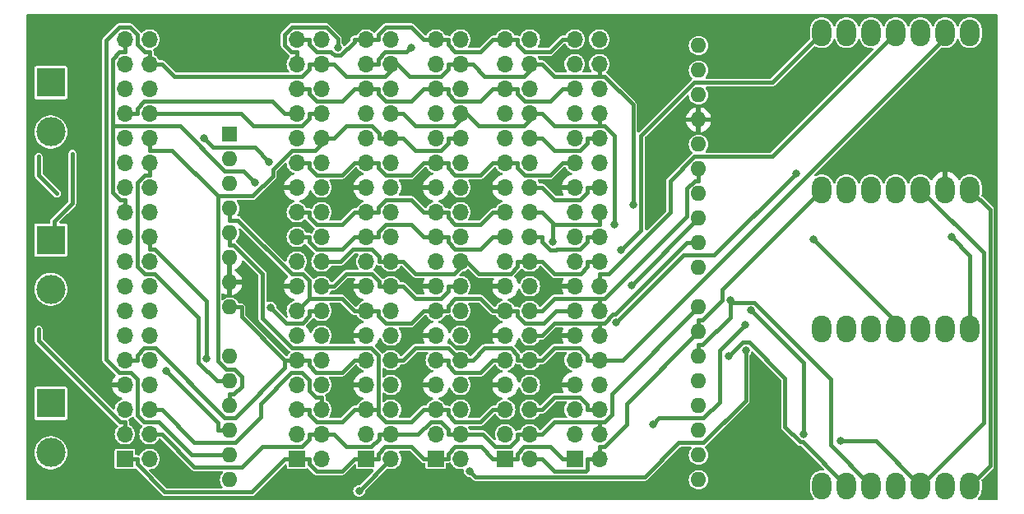
<source format=gbr>
%TF.GenerationSoftware,KiCad,Pcbnew,8.0.0-rc2-358-gd9abaa23a4*%
%TF.CreationDate,2024-02-08T22:48:49+01:00*%
%TF.ProjectId,xDuinoRail-Backplane-Arduino,78447569-6e6f-4526-9169-6c2d4261636b,rev?*%
%TF.SameCoordinates,Original*%
%TF.FileFunction,Copper,L2,Bot*%
%TF.FilePolarity,Positive*%
%FSLAX46Y46*%
G04 Gerber Fmt 4.6, Leading zero omitted, Abs format (unit mm)*
G04 Created by KiCad (PCBNEW 8.0.0-rc2-358-gd9abaa23a4) date 2024-02-08 22:48:49*
%MOMM*%
%LPD*%
G01*
G04 APERTURE LIST*
G04 Aperture macros list*
%AMRoundRect*
0 Rectangle with rounded corners*
0 $1 Rounding radius*
0 $2 $3 $4 $5 $6 $7 $8 $9 X,Y pos of 4 corners*
0 Add a 4 corners polygon primitive as box body*
4,1,4,$2,$3,$4,$5,$6,$7,$8,$9,$2,$3,0*
0 Add four circle primitives for the rounded corners*
1,1,$1+$1,$2,$3*
1,1,$1+$1,$4,$5*
1,1,$1+$1,$6,$7*
1,1,$1+$1,$8,$9*
0 Add four rect primitives between the rounded corners*
20,1,$1+$1,$2,$3,$4,$5,0*
20,1,$1+$1,$4,$5,$6,$7,0*
20,1,$1+$1,$6,$7,$8,$9,0*
20,1,$1+$1,$8,$9,$2,$3,0*%
G04 Aperture macros list end*
%TA.AperFunction,ComponentPad*%
%ADD10R,3.000000X3.000000*%
%TD*%
%TA.AperFunction,ComponentPad*%
%ADD11C,3.000000*%
%TD*%
%TA.AperFunction,ComponentPad*%
%ADD12R,1.700000X1.700000*%
%TD*%
%TA.AperFunction,ComponentPad*%
%ADD13O,1.700000X1.700000*%
%TD*%
%TA.AperFunction,ComponentPad*%
%ADD14RoundRect,1.000000X0.000000X0.375000X0.000000X-0.375000X0.000000X-0.375000X0.000000X0.375000X0*%
%TD*%
%TA.AperFunction,ComponentPad*%
%ADD15R,1.600000X1.600000*%
%TD*%
%TA.AperFunction,ComponentPad*%
%ADD16O,1.600000X1.600000*%
%TD*%
%TA.AperFunction,ViaPad*%
%ADD17C,0.800000*%
%TD*%
%TA.AperFunction,Conductor*%
%ADD18C,0.400000*%
%TD*%
G04 APERTURE END LIST*
D10*
%TO.P,J110,1,Pin_1*%
%TO.N,/DCC1*%
X130810000Y-100330000D03*
D11*
%TO.P,J110,2,Pin_2*%
%TO.N,/TRACK1*%
X130810000Y-105410000D03*
%TD*%
D12*
%TO.P,J101,1,Pin_1*%
%TO.N,/TRACK1*%
X138430000Y-106045000D03*
D13*
%TO.P,J101,2,Pin_2*%
%TO.N,/RAILCOM1*%
X140970000Y-106045000D03*
%TO.P,J101,3,Pin_3*%
%TO.N,/TRACK0*%
X138430000Y-103505000D03*
%TO.P,J101,4,Pin_4*%
%TO.N,/RAILCOM0*%
X140970000Y-103505000D03*
%TO.P,J101,5,Pin_5*%
%TO.N,+5V*%
X138430000Y-100965000D03*
%TO.P,J101,6,Pin_6*%
%TO.N,/USB.DP*%
X140970000Y-100965000D03*
%TO.P,J101,7,Pin_7*%
%TO.N,GND*%
X138430000Y-98425000D03*
%TO.P,J101,8,Pin_8*%
%TO.N,/USB.DM*%
X140970000Y-98425000D03*
%TO.P,J101,9,Pin_9*%
%TO.N,VCC*%
X138430000Y-95885000D03*
%TO.P,J101,10,Pin_10*%
%TO.N,/SENSE*%
X140970000Y-95885000D03*
%TO.P,J101,11,Pin_11*%
%TO.N,GND*%
X138430000Y-93345000D03*
%TO.P,J101,12,Pin_12*%
%TO.N,/BRAKE*%
X140970000Y-93345000D03*
%TO.P,J101,13,Pin_13*%
%TO.N,+3V3*%
X138430000Y-90805000D03*
%TO.P,J101,14,Pin_14*%
%TO.N,/DIR*%
X140970000Y-90805000D03*
%TO.P,J101,15,Pin_15*%
%TO.N,GND*%
X138430000Y-88265000D03*
%TO.P,J101,16,Pin_16*%
%TO.N,/PWM*%
X140970000Y-88265000D03*
%TO.P,J101,17,Pin_17*%
%TO.N,/DCC1*%
X138430000Y-85725000D03*
%TO.P,J101,18,Pin_18*%
%TO.N,/RAILCOM*%
X140970000Y-85725000D03*
%TO.P,J101,19,Pin_19*%
%TO.N,/DCC0*%
X138430000Y-83185000D03*
%TO.P,J101,20,Pin_20*%
%TO.N,/DECODER*%
X140970000Y-83185000D03*
%TO.P,J101,21,Pin_21*%
%TO.N,+U*%
X138430000Y-80645000D03*
%TO.P,J101,22,Pin_22*%
%TO.N,/MOTOR0*%
X140970000Y-80645000D03*
%TO.P,J101,23,Pin_23*%
%TO.N,GND*%
X138430000Y-78105000D03*
%TO.P,J101,24,Pin_24*%
%TO.N,/MOTOR1*%
X140970000Y-78105000D03*
%TO.P,J101,25,Pin_25*%
%TO.N,/AMP_MOTOR0*%
X138430000Y-75565000D03*
%TO.P,J101,26,Pin_26*%
%TO.N,/BACK_EMF0*%
X140970000Y-75565000D03*
%TO.P,J101,27,Pin_27*%
%TO.N,/AMP_MOTOR1*%
X138430000Y-73025000D03*
%TO.P,J101,28,Pin_28*%
%TO.N,/BACK_EMF1*%
X140970000Y-73025000D03*
%TO.P,J101,29,Pin_29*%
%TO.N,/AMP_FUNC0_F*%
X138430000Y-70485000D03*
%TO.P,J101,30,Pin_30*%
%TO.N,/FUNC0_F*%
X140970000Y-70485000D03*
%TO.P,J101,31,Pin_31*%
%TO.N,/SPEAKER0*%
X138430000Y-67945000D03*
%TO.P,J101,32,Pin_32*%
%TO.N,/PCM*%
X140970000Y-67945000D03*
%TO.P,J101,33,Pin_33*%
%TO.N,/SPEAKER1*%
X138430000Y-65405000D03*
%TO.P,J101,34,Pin_34*%
%TO.N,/I2C.SCL*%
X140970000Y-65405000D03*
%TO.P,J101,35,Pin_35*%
%TO.N,+U*%
X138430000Y-62865000D03*
%TO.P,J101,36,Pin_36*%
%TO.N,/I2C.SDA*%
X140970000Y-62865000D03*
%TD*%
D14*
%TO.P,U101,1,A0*%
%TO.N,/PCM*%
X225425000Y-92649600D03*
%TO.P,U101,2,A1*%
%TO.N,/BACK_EMF0*%
X222885000Y-92649600D03*
%TO.P,U101,3,A2*%
%TO.N,/DECODER*%
X220345000Y-92649600D03*
%TO.P,U101,4,A3*%
%TO.N,/BACK_EMF1*%
X217805000Y-92649600D03*
%TO.P,U101,5,A4_SDA*%
%TO.N,/I2C.SDA*%
X215265000Y-92649600D03*
%TO.P,U101,6,A5_SCL*%
%TO.N,/I2C.SCL*%
X212725000Y-92649600D03*
%TO.P,U101,7,A6_TX*%
%TO.N,/FUNC0_B*%
X210185000Y-92649600D03*
%TO.P,U101,8,A7_RX*%
%TO.N,/FUNC0_F*%
X210185000Y-108814600D03*
%TO.P,U101,9,A8_SCK*%
%TO.N,/RAILCOM*%
X212725000Y-108814600D03*
%TO.P,U101,10,A9_MISO*%
%TO.N,/MOTOR1*%
X215265000Y-108814600D03*
%TO.P,U101,11,A10_MOSI*%
%TO.N,/MOTOR0*%
X217805000Y-108814600D03*
%TO.P,U101,12,3V3*%
%TO.N,+5V*%
X220345000Y-108814600D03*
%TO.P,U101,13,GND*%
%TO.N,GND*%
X222885000Y-108814600D03*
%TO.P,U101,14,5V*%
%TO.N,+3V3*%
X225425000Y-108814600D03*
%TD*%
D12*
%TO.P,J106,1,Pin_1*%
%TO.N,/TRACK1*%
X156133300Y-106045000D03*
D13*
%TO.P,J106,2,Pin_2*%
%TO.N,/RAILCOM1*%
X158673300Y-106045000D03*
%TO.P,J106,3,Pin_3*%
%TO.N,/TRACK0*%
X156133300Y-103505000D03*
%TO.P,J106,4,Pin_4*%
%TO.N,/RAILCOM0*%
X158673300Y-103505000D03*
%TO.P,J106,5,Pin_5*%
%TO.N,+5V*%
X156133300Y-100965000D03*
%TO.P,J106,6,Pin_6*%
%TO.N,/USB.DP*%
X158673300Y-100965000D03*
%TO.P,J106,7,Pin_7*%
%TO.N,GND*%
X156133300Y-98425000D03*
%TO.P,J106,8,Pin_8*%
%TO.N,/USB.DM*%
X158673300Y-98425000D03*
%TO.P,J106,9,Pin_9*%
%TO.N,VCC*%
X156133300Y-95885000D03*
%TO.P,J106,10,Pin_10*%
%TO.N,/SENSE*%
X158673300Y-95885000D03*
%TO.P,J106,11,Pin_11*%
%TO.N,GND*%
X156133300Y-93345000D03*
%TO.P,J106,12,Pin_12*%
%TO.N,/BRAKE*%
X158673300Y-93345000D03*
%TO.P,J106,13,Pin_13*%
%TO.N,+3V3*%
X156133300Y-90805000D03*
%TO.P,J106,14,Pin_14*%
%TO.N,/DIR*%
X158673300Y-90805000D03*
%TO.P,J106,15,Pin_15*%
%TO.N,GND*%
X156133300Y-88265000D03*
%TO.P,J106,16,Pin_16*%
%TO.N,/PWM*%
X158673300Y-88265000D03*
%TO.P,J106,17,Pin_17*%
%TO.N,/DCC1*%
X156133300Y-85725000D03*
%TO.P,J106,18,Pin_18*%
%TO.N,/RAILCOM*%
X158673300Y-85725000D03*
%TO.P,J106,19,Pin_19*%
%TO.N,/DCC0*%
X156133300Y-83185000D03*
%TO.P,J106,20,Pin_20*%
%TO.N,/DECODER*%
X158673300Y-83185000D03*
%TO.P,J106,21,Pin_21*%
%TO.N,+U*%
X156133300Y-80645000D03*
%TO.P,J106,22,Pin_22*%
%TO.N,/MOTOR0*%
X158673300Y-80645000D03*
%TO.P,J106,23,Pin_23*%
%TO.N,GND*%
X156133300Y-78105000D03*
%TO.P,J106,24,Pin_24*%
%TO.N,/MOTOR1*%
X158673300Y-78105000D03*
%TO.P,J106,25,Pin_25*%
%TO.N,/AMP_MOTOR0*%
X156133300Y-75565000D03*
%TO.P,J106,26,Pin_26*%
%TO.N,/BACK_EMF0*%
X158673300Y-75565000D03*
%TO.P,J106,27,Pin_27*%
%TO.N,/AMP_MOTOR1*%
X156133300Y-73025000D03*
%TO.P,J106,28,Pin_28*%
%TO.N,/BACK_EMF1*%
X158673300Y-73025000D03*
%TO.P,J106,29,Pin_29*%
%TO.N,/AMP_FUNC0_F*%
X156133300Y-70485000D03*
%TO.P,J106,30,Pin_30*%
%TO.N,/FUNC0_F*%
X158673300Y-70485000D03*
%TO.P,J106,31,Pin_31*%
%TO.N,/SPEAKER0*%
X156133300Y-67945000D03*
%TO.P,J106,32,Pin_32*%
%TO.N,/PCM*%
X158673300Y-67945000D03*
%TO.P,J106,33,Pin_33*%
%TO.N,/SPEAKER1*%
X156133300Y-65405000D03*
%TO.P,J106,34,Pin_34*%
%TO.N,/I2C.SCL*%
X158673300Y-65405000D03*
%TO.P,J106,35,Pin_35*%
%TO.N,+U*%
X156133300Y-62865000D03*
%TO.P,J106,36,Pin_36*%
%TO.N,/I2C.SDA*%
X158673300Y-62865000D03*
%TD*%
D12*
%TO.P,J105,1,Pin_1*%
%TO.N,/TRACK1*%
X163283300Y-106045000D03*
D13*
%TO.P,J105,2,Pin_2*%
%TO.N,/RAILCOM1*%
X165823300Y-106045000D03*
%TO.P,J105,3,Pin_3*%
%TO.N,/TRACK0*%
X163283300Y-103505000D03*
%TO.P,J105,4,Pin_4*%
%TO.N,/RAILCOM0*%
X165823300Y-103505000D03*
%TO.P,J105,5,Pin_5*%
%TO.N,+5V*%
X163283300Y-100965000D03*
%TO.P,J105,6,Pin_6*%
%TO.N,/USB.DP*%
X165823300Y-100965000D03*
%TO.P,J105,7,Pin_7*%
%TO.N,GND*%
X163283300Y-98425000D03*
%TO.P,J105,8,Pin_8*%
%TO.N,/USB.DM*%
X165823300Y-98425000D03*
%TO.P,J105,9,Pin_9*%
%TO.N,VCC*%
X163283300Y-95885000D03*
%TO.P,J105,10,Pin_10*%
%TO.N,/SENSE*%
X165823300Y-95885000D03*
%TO.P,J105,11,Pin_11*%
%TO.N,GND*%
X163283300Y-93345000D03*
%TO.P,J105,12,Pin_12*%
%TO.N,/BRAKE*%
X165823300Y-93345000D03*
%TO.P,J105,13,Pin_13*%
%TO.N,+3V3*%
X163283300Y-90805000D03*
%TO.P,J105,14,Pin_14*%
%TO.N,/DIR*%
X165823300Y-90805000D03*
%TO.P,J105,15,Pin_15*%
%TO.N,GND*%
X163283300Y-88265000D03*
%TO.P,J105,16,Pin_16*%
%TO.N,/PWM*%
X165823300Y-88265000D03*
%TO.P,J105,17,Pin_17*%
%TO.N,/DCC1*%
X163283300Y-85725000D03*
%TO.P,J105,18,Pin_18*%
%TO.N,/RAILCOM*%
X165823300Y-85725000D03*
%TO.P,J105,19,Pin_19*%
%TO.N,/DCC0*%
X163283300Y-83185000D03*
%TO.P,J105,20,Pin_20*%
%TO.N,/DECODER*%
X165823300Y-83185000D03*
%TO.P,J105,21,Pin_21*%
%TO.N,+U*%
X163283300Y-80645000D03*
%TO.P,J105,22,Pin_22*%
%TO.N,/MOTOR0*%
X165823300Y-80645000D03*
%TO.P,J105,23,Pin_23*%
%TO.N,GND*%
X163283300Y-78105000D03*
%TO.P,J105,24,Pin_24*%
%TO.N,/MOTOR1*%
X165823300Y-78105000D03*
%TO.P,J105,25,Pin_25*%
%TO.N,/AMP_MOTOR0*%
X163283300Y-75565000D03*
%TO.P,J105,26,Pin_26*%
%TO.N,/BACK_EMF0*%
X165823300Y-75565000D03*
%TO.P,J105,27,Pin_27*%
%TO.N,/AMP_MOTOR1*%
X163283300Y-73025000D03*
%TO.P,J105,28,Pin_28*%
%TO.N,/BACK_EMF1*%
X165823300Y-73025000D03*
%TO.P,J105,29,Pin_29*%
%TO.N,/AMP_FUNC0_F*%
X163283300Y-70485000D03*
%TO.P,J105,30,Pin_30*%
%TO.N,/FUNC0_F*%
X165823300Y-70485000D03*
%TO.P,J105,31,Pin_31*%
%TO.N,/SPEAKER0*%
X163283300Y-67945000D03*
%TO.P,J105,32,Pin_32*%
%TO.N,/PCM*%
X165823300Y-67945000D03*
%TO.P,J105,33,Pin_33*%
%TO.N,/SPEAKER1*%
X163283300Y-65405000D03*
%TO.P,J105,34,Pin_34*%
%TO.N,/I2C.SCL*%
X165823300Y-65405000D03*
%TO.P,J105,35,Pin_35*%
%TO.N,+U*%
X163283300Y-62865000D03*
%TO.P,J105,36,Pin_36*%
%TO.N,/I2C.SDA*%
X165823300Y-62865000D03*
%TD*%
D10*
%TO.P,J108,1,Pin_1*%
%TO.N,/DCC1*%
X130810000Y-67310000D03*
D11*
%TO.P,J108,2,Pin_2*%
%TO.N,/DCC0*%
X130810000Y-72390000D03*
%TD*%
D12*
%TO.P,J104,1,Pin_1*%
%TO.N,/TRACK1*%
X170433300Y-106045000D03*
D13*
%TO.P,J104,2,Pin_2*%
%TO.N,/RAILCOM1*%
X172973300Y-106045000D03*
%TO.P,J104,3,Pin_3*%
%TO.N,/TRACK0*%
X170433300Y-103505000D03*
%TO.P,J104,4,Pin_4*%
%TO.N,/RAILCOM0*%
X172973300Y-103505000D03*
%TO.P,J104,5,Pin_5*%
%TO.N,+5V*%
X170433300Y-100965000D03*
%TO.P,J104,6,Pin_6*%
%TO.N,/USB.DP*%
X172973300Y-100965000D03*
%TO.P,J104,7,Pin_7*%
%TO.N,GND*%
X170433300Y-98425000D03*
%TO.P,J104,8,Pin_8*%
%TO.N,/USB.DM*%
X172973300Y-98425000D03*
%TO.P,J104,9,Pin_9*%
%TO.N,VCC*%
X170433300Y-95885000D03*
%TO.P,J104,10,Pin_10*%
%TO.N,/SENSE*%
X172973300Y-95885000D03*
%TO.P,J104,11,Pin_11*%
%TO.N,GND*%
X170433300Y-93345000D03*
%TO.P,J104,12,Pin_12*%
%TO.N,/BRAKE*%
X172973300Y-93345000D03*
%TO.P,J104,13,Pin_13*%
%TO.N,+3V3*%
X170433300Y-90805000D03*
%TO.P,J104,14,Pin_14*%
%TO.N,/DIR*%
X172973300Y-90805000D03*
%TO.P,J104,15,Pin_15*%
%TO.N,GND*%
X170433300Y-88265000D03*
%TO.P,J104,16,Pin_16*%
%TO.N,/PWM*%
X172973300Y-88265000D03*
%TO.P,J104,17,Pin_17*%
%TO.N,/DCC1*%
X170433300Y-85725000D03*
%TO.P,J104,18,Pin_18*%
%TO.N,/RAILCOM*%
X172973300Y-85725000D03*
%TO.P,J104,19,Pin_19*%
%TO.N,/DCC0*%
X170433300Y-83185000D03*
%TO.P,J104,20,Pin_20*%
%TO.N,/DECODER*%
X172973300Y-83185000D03*
%TO.P,J104,21,Pin_21*%
%TO.N,+U*%
X170433300Y-80645000D03*
%TO.P,J104,22,Pin_22*%
%TO.N,/MOTOR0*%
X172973300Y-80645000D03*
%TO.P,J104,23,Pin_23*%
%TO.N,GND*%
X170433300Y-78105000D03*
%TO.P,J104,24,Pin_24*%
%TO.N,/MOTOR1*%
X172973300Y-78105000D03*
%TO.P,J104,25,Pin_25*%
%TO.N,/AMP_MOTOR0*%
X170433300Y-75565000D03*
%TO.P,J104,26,Pin_26*%
%TO.N,/BACK_EMF0*%
X172973300Y-75565000D03*
%TO.P,J104,27,Pin_27*%
%TO.N,/AMP_MOTOR1*%
X170433300Y-73025000D03*
%TO.P,J104,28,Pin_28*%
%TO.N,/BACK_EMF1*%
X172973300Y-73025000D03*
%TO.P,J104,29,Pin_29*%
%TO.N,/AMP_FUNC0_F*%
X170433300Y-70485000D03*
%TO.P,J104,30,Pin_30*%
%TO.N,/FUNC0_F*%
X172973300Y-70485000D03*
%TO.P,J104,31,Pin_31*%
%TO.N,/SPEAKER0*%
X170433300Y-67945000D03*
%TO.P,J104,32,Pin_32*%
%TO.N,/PCM*%
X172973300Y-67945000D03*
%TO.P,J104,33,Pin_33*%
%TO.N,/SPEAKER1*%
X170433300Y-65405000D03*
%TO.P,J104,34,Pin_34*%
%TO.N,/I2C.SCL*%
X172973300Y-65405000D03*
%TO.P,J104,35,Pin_35*%
%TO.N,+U*%
X170433300Y-62865000D03*
%TO.P,J104,36,Pin_36*%
%TO.N,/I2C.SDA*%
X172973300Y-62865000D03*
%TD*%
D12*
%TO.P,J102,1,Pin_1*%
%TO.N,/TRACK1*%
X184733300Y-106045000D03*
D13*
%TO.P,J102,2,Pin_2*%
%TO.N,/RAILCOM1*%
X187273300Y-106045000D03*
%TO.P,J102,3,Pin_3*%
%TO.N,/TRACK0*%
X184733300Y-103505000D03*
%TO.P,J102,4,Pin_4*%
%TO.N,/RAILCOM0*%
X187273300Y-103505000D03*
%TO.P,J102,5,Pin_5*%
%TO.N,+5V*%
X184733300Y-100965000D03*
%TO.P,J102,6,Pin_6*%
%TO.N,/USB.DP*%
X187273300Y-100965000D03*
%TO.P,J102,7,Pin_7*%
%TO.N,GND*%
X184733300Y-98425000D03*
%TO.P,J102,8,Pin_8*%
%TO.N,/USB.DM*%
X187273300Y-98425000D03*
%TO.P,J102,9,Pin_9*%
%TO.N,VCC*%
X184733300Y-95885000D03*
%TO.P,J102,10,Pin_10*%
%TO.N,/SENSE*%
X187273300Y-95885000D03*
%TO.P,J102,11,Pin_11*%
%TO.N,GND*%
X184733300Y-93345000D03*
%TO.P,J102,12,Pin_12*%
%TO.N,/BRAKE*%
X187273300Y-93345000D03*
%TO.P,J102,13,Pin_13*%
%TO.N,+3V3*%
X184733300Y-90805000D03*
%TO.P,J102,14,Pin_14*%
%TO.N,/DIR*%
X187273300Y-90805000D03*
%TO.P,J102,15,Pin_15*%
%TO.N,GND*%
X184733300Y-88265000D03*
%TO.P,J102,16,Pin_16*%
%TO.N,/PWM*%
X187273300Y-88265000D03*
%TO.P,J102,17,Pin_17*%
%TO.N,/DCC1*%
X184733300Y-85725000D03*
%TO.P,J102,18,Pin_18*%
%TO.N,/RAILCOM*%
X187273300Y-85725000D03*
%TO.P,J102,19,Pin_19*%
%TO.N,/DCC0*%
X184733300Y-83185000D03*
%TO.P,J102,20,Pin_20*%
%TO.N,/DECODER*%
X187273300Y-83185000D03*
%TO.P,J102,21,Pin_21*%
%TO.N,+U*%
X184733300Y-80645000D03*
%TO.P,J102,22,Pin_22*%
%TO.N,/MOTOR0*%
X187273300Y-80645000D03*
%TO.P,J102,23,Pin_23*%
%TO.N,GND*%
X184733300Y-78105000D03*
%TO.P,J102,24,Pin_24*%
%TO.N,/MOTOR1*%
X187273300Y-78105000D03*
%TO.P,J102,25,Pin_25*%
%TO.N,/AMP_MOTOR0*%
X184733300Y-75565000D03*
%TO.P,J102,26,Pin_26*%
%TO.N,/BACK_EMF0*%
X187273300Y-75565000D03*
%TO.P,J102,27,Pin_27*%
%TO.N,/AMP_MOTOR1*%
X184733300Y-73025000D03*
%TO.P,J102,28,Pin_28*%
%TO.N,/BACK_EMF1*%
X187273300Y-73025000D03*
%TO.P,J102,29,Pin_29*%
%TO.N,/AMP_FUNC0_F*%
X184733300Y-70485000D03*
%TO.P,J102,30,Pin_30*%
%TO.N,/FUNC0_F*%
X187273300Y-70485000D03*
%TO.P,J102,31,Pin_31*%
%TO.N,/SPEAKER0*%
X184733300Y-67945000D03*
%TO.P,J102,32,Pin_32*%
%TO.N,/PCM*%
X187273300Y-67945000D03*
%TO.P,J102,33,Pin_33*%
%TO.N,/SPEAKER1*%
X184733300Y-65405000D03*
%TO.P,J102,34,Pin_34*%
%TO.N,/I2C.SCL*%
X187273300Y-65405000D03*
%TO.P,J102,35,Pin_35*%
%TO.N,+U*%
X184733300Y-62865000D03*
%TO.P,J102,36,Pin_36*%
%TO.N,/I2C.SDA*%
X187273300Y-62865000D03*
%TD*%
D12*
%TO.P,J103,1,Pin_1*%
%TO.N,/TRACK1*%
X177583300Y-106045000D03*
D13*
%TO.P,J103,2,Pin_2*%
%TO.N,/RAILCOM1*%
X180123300Y-106045000D03*
%TO.P,J103,3,Pin_3*%
%TO.N,/TRACK0*%
X177583300Y-103505000D03*
%TO.P,J103,4,Pin_4*%
%TO.N,/RAILCOM0*%
X180123300Y-103505000D03*
%TO.P,J103,5,Pin_5*%
%TO.N,+5V*%
X177583300Y-100965000D03*
%TO.P,J103,6,Pin_6*%
%TO.N,/USB.DP*%
X180123300Y-100965000D03*
%TO.P,J103,7,Pin_7*%
%TO.N,GND*%
X177583300Y-98425000D03*
%TO.P,J103,8,Pin_8*%
%TO.N,/USB.DM*%
X180123300Y-98425000D03*
%TO.P,J103,9,Pin_9*%
%TO.N,VCC*%
X177583300Y-95885000D03*
%TO.P,J103,10,Pin_10*%
%TO.N,/SENSE*%
X180123300Y-95885000D03*
%TO.P,J103,11,Pin_11*%
%TO.N,GND*%
X177583300Y-93345000D03*
%TO.P,J103,12,Pin_12*%
%TO.N,/BRAKE*%
X180123300Y-93345000D03*
%TO.P,J103,13,Pin_13*%
%TO.N,+3V3*%
X177583300Y-90805000D03*
%TO.P,J103,14,Pin_14*%
%TO.N,/DIR*%
X180123300Y-90805000D03*
%TO.P,J103,15,Pin_15*%
%TO.N,GND*%
X177583300Y-88265000D03*
%TO.P,J103,16,Pin_16*%
%TO.N,/PWM*%
X180123300Y-88265000D03*
%TO.P,J103,17,Pin_17*%
%TO.N,/DCC1*%
X177583300Y-85725000D03*
%TO.P,J103,18,Pin_18*%
%TO.N,/RAILCOM*%
X180123300Y-85725000D03*
%TO.P,J103,19,Pin_19*%
%TO.N,/DCC0*%
X177583300Y-83185000D03*
%TO.P,J103,20,Pin_20*%
%TO.N,/DECODER*%
X180123300Y-83185000D03*
%TO.P,J103,21,Pin_21*%
%TO.N,+U*%
X177583300Y-80645000D03*
%TO.P,J103,22,Pin_22*%
%TO.N,/MOTOR0*%
X180123300Y-80645000D03*
%TO.P,J103,23,Pin_23*%
%TO.N,GND*%
X177583300Y-78105000D03*
%TO.P,J103,24,Pin_24*%
%TO.N,/MOTOR1*%
X180123300Y-78105000D03*
%TO.P,J103,25,Pin_25*%
%TO.N,/AMP_MOTOR0*%
X177583300Y-75565000D03*
%TO.P,J103,26,Pin_26*%
%TO.N,/BACK_EMF0*%
X180123300Y-75565000D03*
%TO.P,J103,27,Pin_27*%
%TO.N,/AMP_MOTOR1*%
X177583300Y-73025000D03*
%TO.P,J103,28,Pin_28*%
%TO.N,/BACK_EMF1*%
X180123300Y-73025000D03*
%TO.P,J103,29,Pin_29*%
%TO.N,/AMP_FUNC0_F*%
X177583300Y-70485000D03*
%TO.P,J103,30,Pin_30*%
%TO.N,/FUNC0_F*%
X180123300Y-70485000D03*
%TO.P,J103,31,Pin_31*%
%TO.N,/SPEAKER0*%
X177583300Y-67945000D03*
%TO.P,J103,32,Pin_32*%
%TO.N,/PCM*%
X180123300Y-67945000D03*
%TO.P,J103,33,Pin_33*%
%TO.N,/SPEAKER1*%
X177583300Y-65405000D03*
%TO.P,J103,34,Pin_34*%
%TO.N,/I2C.SCL*%
X180123300Y-65405000D03*
%TO.P,J103,35,Pin_35*%
%TO.N,+U*%
X177583300Y-62865000D03*
%TO.P,J103,36,Pin_36*%
%TO.N,/I2C.SDA*%
X180123300Y-62865000D03*
%TD*%
D14*
%TO.P,U102,1,A0*%
%TO.N,unconnected-(U102-A0-Pad1)*%
X225425000Y-62169600D03*
%TO.P,U102,2,A1*%
%TO.N,/SENSE*%
X222885000Y-62169600D03*
%TO.P,U102,3,A2*%
%TO.N,unconnected-(U102-A2-Pad3)*%
X220345000Y-62169600D03*
%TO.P,U102,4,A3*%
%TO.N,/PWM*%
X217805000Y-62169600D03*
%TO.P,U102,5,A4_SDA*%
%TO.N,/I2C.SDA*%
X215265000Y-62169600D03*
%TO.P,U102,6,A5_SCL*%
%TO.N,/I2C.SCL*%
X212725000Y-62169600D03*
%TO.P,U102,7,A6_TX*%
%TO.N,/RAILCOM0*%
X210185000Y-62169600D03*
%TO.P,U102,8,A7_RX*%
%TO.N,/RAILCOM1*%
X210185000Y-78334600D03*
%TO.P,U102,9,A8_SCK*%
%TO.N,/DIR*%
X212725000Y-78334600D03*
%TO.P,U102,10,A9_MISO*%
%TO.N,/BRAKE*%
X215265000Y-78334600D03*
%TO.P,U102,11,A10_MOSI*%
%TO.N,unconnected-(U102-A10_MOSI-Pad11)*%
X217805000Y-78334600D03*
%TO.P,U102,12,3V3*%
%TO.N,+5V*%
X220345000Y-78334600D03*
%TO.P,U102,13,GND*%
%TO.N,GND*%
X222885000Y-78334600D03*
%TO.P,U102,14,5V*%
%TO.N,+3V3*%
X225425000Y-78334600D03*
%TD*%
D10*
%TO.P,J109,1,Pin_1*%
%TO.N,/DCC1*%
X130810000Y-83502500D03*
D11*
%TO.P,J109,2,Pin_2*%
%TO.N,/TRACK0*%
X130810000Y-88582500D03*
%TD*%
D15*
%TO.P,A101,1,NC*%
%TO.N,unconnected-(A101-NC-Pad1)*%
X149225000Y-72640000D03*
D16*
%TO.P,A101,2,IOREF*%
%TO.N,unconnected-(A101-IOREF-Pad2)*%
X149225000Y-75180000D03*
%TO.P,A101,3,~{RESET}*%
%TO.N,unconnected-(A101-~{RESET}-Pad3)*%
X149225000Y-77720000D03*
%TO.P,A101,4,3V3*%
%TO.N,+3V3*%
X149225000Y-80260000D03*
%TO.P,A101,5,+5V*%
%TO.N,+5V*%
X149225000Y-82800000D03*
%TO.P,A101,6,GND*%
%TO.N,GND*%
X149225000Y-85340000D03*
%TO.P,A101,7,GND*%
X149225000Y-87880000D03*
%TO.P,A101,8,VIN*%
%TO.N,VCC*%
X149225000Y-90420000D03*
%TO.P,A101,9,A0*%
%TO.N,/SENSE*%
X149225000Y-95500000D03*
%TO.P,A101,10,A1*%
%TO.N,/BACK_EMF0*%
X149225000Y-98040000D03*
%TO.P,A101,11,A2*%
%TO.N,/BACK_EMF1*%
X149225000Y-100580000D03*
%TO.P,A101,12,A3*%
%TO.N,/DECODER*%
X149225000Y-103120000D03*
%TO.P,A101,13,SDA/A4*%
%TO.N,/I2C.SCL*%
X149225000Y-105660000D03*
%TO.P,A101,14,SCL/A5*%
%TO.N,/I2C.SDA*%
X149225000Y-108200000D03*
%TO.P,A101,15,D0/RX*%
%TO.N,unconnected-(A101-D0{slash}RX-Pad15)*%
X197485000Y-108200000D03*
%TO.P,A101,16,D1/TX*%
%TO.N,unconnected-(A101-D1{slash}TX-Pad16)*%
X197485000Y-105660000D03*
%TO.P,A101,17,D2*%
%TO.N,unconnected-(A101-D2-Pad17)*%
X197485000Y-103120000D03*
%TO.P,A101,18,D3*%
%TO.N,/PWM*%
X197485000Y-100580000D03*
%TO.P,A101,19,D4*%
%TO.N,/MOTOR0*%
X197485000Y-98040000D03*
%TO.P,A101,20,D5*%
%TO.N,/MOTOR1*%
X197485000Y-95500000D03*
%TO.P,A101,21,D6*%
%TO.N,/RAILCOM1*%
X197485000Y-92960000D03*
%TO.P,A101,22,D7*%
%TO.N,/RAILCOM0*%
X197485000Y-90420000D03*
%TO.P,A101,23,D8*%
%TO.N,unconnected-(A101-D8-Pad23)*%
X197485000Y-86360000D03*
%TO.P,A101,24,D9*%
%TO.N,/BRAKE*%
X197485000Y-83820000D03*
%TO.P,A101,25,D10*%
%TO.N,/RAILCOM*%
X197485000Y-81280000D03*
%TO.P,A101,26,D11*%
%TO.N,unconnected-(A101-D11-Pad26)*%
X197485000Y-78740000D03*
%TO.P,A101,27,D12*%
%TO.N,/DIR*%
X197485000Y-76200000D03*
%TO.P,A101,28,D13*%
%TO.N,unconnected-(A101-D13-Pad28)*%
X197485000Y-73660000D03*
%TO.P,A101,29,GND*%
%TO.N,GND*%
X197485000Y-71120000D03*
%TO.P,A101,30,AREF*%
%TO.N,unconnected-(A101-AREF-Pad30)*%
X197485000Y-68580000D03*
%TO.P,A101,31,SDA/A4*%
%TO.N,unconnected-(A101-SDA{slash}A4-Pad31)*%
X197485000Y-66040000D03*
%TO.P,A101,32,SCL/A5*%
%TO.N,unconnected-(A101-SCL{slash}A5-Pad32)*%
X197485000Y-63500000D03*
%TD*%
D17*
%TO.N,/MOTOR1*%
X200739000Y-89679000D03*
%TO.N,/DIR*%
X153427000Y-90451700D03*
%TO.N,/I2C.SDA*%
X192805000Y-102475800D03*
X202274000Y-92247100D03*
%TO.N,/RAILCOM0*%
X189523200Y-84537400D03*
%TO.N,/RAILCOM*%
X200585600Y-95465700D03*
X190618200Y-88146800D03*
%TO.N,/MOTOR0*%
X182507600Y-83717000D03*
%TO.N,/DECODER*%
X202329600Y-94871700D03*
X142687400Y-96972200D03*
X146815400Y-95742900D03*
X173929100Y-107297600D03*
%TO.N,/I2C.SCL*%
X190730300Y-79871000D03*
%TO.N,/RAILCOM1*%
X162544800Y-109323500D03*
%TO.N,/BACK_EMF1*%
X209348800Y-83472900D03*
%TO.N,+U*%
X151855100Y-77580700D03*
%TO.N,/FUNC0_F*%
X202848100Y-90733100D03*
X188861400Y-81915000D03*
X208258800Y-103492900D03*
%TO.N,/AMP_MOTOR0*%
X146558200Y-73033400D03*
X153271100Y-75465300D03*
%TO.N,/SPEAKER1*%
X167885100Y-63709700D03*
X160336900Y-63710600D03*
%TO.N,/PCM*%
X223501700Y-83187800D03*
%TO.N,+5V*%
X212112800Y-104188200D03*
%TO.N,+3V3*%
X189024400Y-91966200D03*
X207540700Y-76654600D03*
%TD*%
D18*
%TO.N,/MOTOR1*%
X211056800Y-97802200D02*
X211056800Y-104606400D01*
X211056800Y-104606400D02*
X215265000Y-108814600D01*
X200739000Y-91450400D02*
X200739000Y-89920900D01*
X200739000Y-89920900D02*
X203175500Y-89920900D01*
X197485000Y-95500000D02*
X197485000Y-94298300D01*
X180123300Y-78105000D02*
X181375000Y-78105000D01*
X197891100Y-94298300D02*
X200739000Y-91450400D01*
X197485000Y-94298300D02*
X197891100Y-94298300D01*
X182645000Y-79375000D02*
X185270300Y-79375000D01*
X186021600Y-78623700D02*
X186021600Y-78105000D01*
X187273300Y-78105000D02*
X186021600Y-78105000D01*
X185270300Y-79375000D02*
X186021600Y-78623700D01*
X203175500Y-89920900D02*
X211056800Y-97802200D01*
X200739000Y-89920900D02*
X200739000Y-89679000D01*
X181375000Y-78105000D02*
X182645000Y-79375000D01*
%TO.N,/DIR*%
X196283300Y-78227800D02*
X196283300Y-81062000D01*
X157421600Y-90805000D02*
X157421600Y-91352600D01*
X197109400Y-77401700D02*
X196283300Y-78227800D01*
X156699200Y-92075000D02*
X155050300Y-92075000D01*
X157421600Y-91352600D02*
X156699200Y-92075000D01*
X197485000Y-76200000D02*
X197485000Y-77401700D01*
X180123300Y-90805000D02*
X181375000Y-90805000D01*
X181375000Y-90805000D02*
X182626700Y-89553300D01*
X158673300Y-90805000D02*
X157421600Y-90805000D01*
X196283300Y-81062000D02*
X187792000Y-89553300D01*
X187792000Y-89553300D02*
X187273300Y-89553300D01*
X155050300Y-92075000D02*
X153427000Y-90451700D01*
X197485000Y-77401700D02*
X197109400Y-77401700D01*
X182626700Y-89553300D02*
X187273300Y-89553300D01*
X187273300Y-90805000D02*
X187273300Y-89553300D01*
%TO.N,/BRAKE*%
X196283300Y-83820000D02*
X188938800Y-91164500D01*
X187273300Y-93345000D02*
X187273300Y-92093300D01*
X182626700Y-92093300D02*
X187273300Y-92093300D01*
X180123300Y-93345000D02*
X181375000Y-93345000D01*
X188938800Y-91164500D02*
X188692500Y-91164500D01*
X197485000Y-83820000D02*
X196283300Y-83820000D01*
X187763700Y-92093300D02*
X187273300Y-92093300D01*
X181375000Y-93345000D02*
X182626700Y-92093300D01*
X188692500Y-91164500D02*
X187763700Y-92093300D01*
%TO.N,/PWM*%
X165823300Y-88265000D02*
X164571600Y-88265000D01*
X197053100Y-74930000D02*
X205044600Y-74930000D01*
X164571600Y-88265000D02*
X164571600Y-87717400D01*
X171721600Y-88812000D02*
X170998600Y-89535000D01*
X168345000Y-89535000D02*
X167075000Y-88265000D01*
X194561700Y-80663700D02*
X194561700Y-77421400D01*
X161195000Y-86995000D02*
X159925000Y-88265000D01*
X187273300Y-88265000D02*
X187273300Y-87013300D01*
X187273300Y-87013300D02*
X188212100Y-87013300D01*
X164571600Y-87717400D02*
X163849200Y-86995000D01*
X163849200Y-86995000D02*
X161195000Y-86995000D01*
X172973300Y-88265000D02*
X171721600Y-88265000D01*
X165823300Y-88265000D02*
X167075000Y-88265000D01*
X170998600Y-89535000D02*
X168345000Y-89535000D01*
X194561700Y-77421400D02*
X197053100Y-74930000D01*
X205044600Y-74930000D02*
X217805000Y-62169600D01*
X171721600Y-88265000D02*
X171721600Y-88812000D01*
X158673300Y-88265000D02*
X159925000Y-88265000D01*
X188212100Y-87013300D02*
X194561700Y-80663700D01*
%TO.N,/I2C.SDA*%
X193430800Y-101850000D02*
X192805000Y-102475800D01*
X199650600Y-100164200D02*
X197964800Y-101850000D01*
X199650600Y-94870500D02*
X199650600Y-100164200D01*
X197964800Y-101850000D02*
X193430800Y-101850000D01*
X202274000Y-92247100D02*
X199650600Y-94870500D01*
%TO.N,/RAILCOM0*%
X191571500Y-72733100D02*
X191571500Y-82489100D01*
X205044600Y-67310000D02*
X196994600Y-67310000D01*
X176566500Y-104793300D02*
X178102000Y-104793300D01*
X172973300Y-103505000D02*
X175278200Y-103505000D01*
X156670200Y-104775100D02*
X157421600Y-104023700D01*
X157421600Y-104023700D02*
X157421600Y-103505000D01*
X179525100Y-103505000D02*
X180123300Y-103505000D01*
X175278200Y-103505000D02*
X176566500Y-104793300D01*
X188563100Y-101482200D02*
X187792000Y-102253300D01*
X178871600Y-104023700D02*
X178871600Y-103505000D01*
X152577800Y-104775100D02*
X156670200Y-104775100D01*
X169899400Y-102216700D02*
X168611100Y-103505000D01*
X170972200Y-102216700D02*
X169899400Y-102216700D01*
X163802000Y-104793300D02*
X164571600Y-104023700D01*
X197485000Y-90420000D02*
X188563100Y-99341900D01*
X165823300Y-103505000D02*
X164571600Y-103505000D01*
X158673300Y-103505000D02*
X157421600Y-103505000D01*
X172375100Y-103505000D02*
X171721600Y-103505000D01*
X182626700Y-102253300D02*
X187273300Y-102253300D01*
X168611100Y-103505000D02*
X165823300Y-103505000D01*
X178102000Y-104793300D02*
X178871600Y-104023700D01*
X181375000Y-103505000D02*
X182626700Y-102253300D01*
X171721600Y-102966100D02*
X170972200Y-102216700D01*
X145596600Y-106879900D02*
X150473000Y-106879900D01*
X150473000Y-106879900D02*
X152577800Y-104775100D01*
X159925000Y-103505000D02*
X161213300Y-104793300D01*
X180123300Y-103505000D02*
X181375000Y-103505000D01*
X191571500Y-82489100D02*
X189523200Y-84537400D01*
X172375100Y-103505000D02*
X172973300Y-103505000D01*
X187792000Y-102253300D02*
X187273300Y-102253300D01*
X140970000Y-103505000D02*
X142221700Y-103505000D01*
X187273300Y-103505000D02*
X187273300Y-102253300D01*
X179525100Y-103505000D02*
X178871600Y-103505000D01*
X164571600Y-104023700D02*
X164571600Y-103505000D01*
X171721600Y-103505000D02*
X171721600Y-102966100D01*
X188563100Y-99341900D02*
X188563100Y-101482200D01*
X161213300Y-104793300D02*
X163802000Y-104793300D01*
X142221700Y-103505000D02*
X145596600Y-106879900D01*
X158673300Y-103505000D02*
X159925000Y-103505000D01*
X196994600Y-67310000D02*
X191571500Y-72733100D01*
X210185000Y-62169600D02*
X205044600Y-67310000D01*
%TO.N,/BACK_EMF0*%
X146013700Y-96111200D02*
X147942500Y-98040000D01*
X139700000Y-86244400D02*
X140450600Y-86995000D01*
X146013700Y-91504000D02*
X146013700Y-96111200D01*
X147942500Y-98040000D02*
X148023300Y-98040000D01*
X140970000Y-76816700D02*
X140451300Y-76816700D01*
X141504700Y-86995000D02*
X146013700Y-91504000D01*
X140451300Y-76816700D02*
X139700000Y-77568000D01*
X149225000Y-98040000D02*
X148023300Y-98040000D01*
X140450600Y-86995000D02*
X141504700Y-86995000D01*
X139700000Y-77568000D02*
X139700000Y-86244400D01*
X140970000Y-75565000D02*
X140970000Y-76816700D01*
%TO.N,/RAILCOM*%
X172329200Y-86995000D02*
X168345000Y-86995000D01*
X186021600Y-85725000D02*
X186021600Y-86272700D01*
X168345000Y-86995000D02*
X167075000Y-85725000D01*
X182626700Y-86976700D02*
X181375000Y-85725000D01*
X197485000Y-81280000D02*
X190618200Y-88146800D01*
X206371600Y-102739300D02*
X207926900Y-104294600D01*
X185317600Y-86976700D02*
X182626700Y-86976700D01*
X164571600Y-85206300D02*
X163820300Y-84455000D01*
X180123300Y-85725000D02*
X178871600Y-85725000D01*
X186021600Y-86272700D02*
X185317600Y-86976700D01*
X160627600Y-85725000D02*
X158673300Y-85725000D01*
X207926900Y-104294600D02*
X208205000Y-104294600D01*
X173599200Y-85725000D02*
X172329200Y-86995000D01*
X172973300Y-85725000D02*
X173599200Y-85725000D01*
X201991900Y-94059400D02*
X202724400Y-94059400D01*
X206371600Y-97706600D02*
X206371600Y-102739300D01*
X165823300Y-85725000D02*
X164571600Y-85725000D01*
X208205000Y-104294600D02*
X212725000Y-108814600D01*
X180123300Y-85725000D02*
X181375000Y-85725000D01*
X174869200Y-86995000D02*
X178120300Y-86995000D01*
X202724400Y-94059400D02*
X206371600Y-97706600D01*
X178871600Y-86243700D02*
X178871600Y-85725000D01*
X173599200Y-85725000D02*
X174869200Y-86995000D01*
X165823300Y-85725000D02*
X167075000Y-85725000D01*
X161897600Y-84455000D02*
X160627600Y-85725000D01*
X200585600Y-95465700D02*
X201991900Y-94059400D01*
X178120300Y-86995000D02*
X178871600Y-86243700D01*
X164571600Y-85725000D02*
X164571600Y-85206300D01*
X187273300Y-85725000D02*
X186021600Y-85725000D01*
X163820300Y-84455000D02*
X161897600Y-84455000D01*
%TO.N,/MOTOR0*%
X182507600Y-81777600D02*
X182507600Y-81896700D01*
X182507600Y-81896700D02*
X182507600Y-83717000D01*
X181375000Y-80645000D02*
X182507600Y-81777600D01*
X182507600Y-81896700D02*
X187273300Y-81896700D01*
X187273300Y-80645000D02*
X187273300Y-81896700D01*
X180123300Y-80645000D02*
X181375000Y-80645000D01*
%TO.N,/DECODER*%
X191925500Y-107911700D02*
X195447200Y-104390000D01*
X140970000Y-83185000D02*
X140970000Y-84436700D01*
X195447200Y-104390000D02*
X197985900Y-104390000D01*
X182175700Y-84518700D02*
X182839600Y-84518700D01*
X141488700Y-84436700D02*
X140970000Y-84436700D01*
X174543200Y-107911700D02*
X191925500Y-107911700D01*
X182903300Y-84455000D02*
X185299200Y-84455000D01*
X181375000Y-83185000D02*
X181375000Y-83718000D01*
X146815400Y-89763400D02*
X141488700Y-84436700D01*
X181375000Y-83718000D02*
X182175700Y-84518700D01*
X182839600Y-84518700D02*
X182903300Y-84455000D01*
X148023300Y-102308100D02*
X148023300Y-103120000D01*
X185299200Y-84455000D02*
X186021600Y-83732600D01*
X146815400Y-95742900D02*
X146815400Y-89763400D01*
X197985900Y-104390000D02*
X202329600Y-100046300D01*
X187273300Y-83185000D02*
X186021600Y-83185000D01*
X149225000Y-103120000D02*
X148023300Y-103120000D01*
X180123300Y-83185000D02*
X181375000Y-83185000D01*
X173929100Y-107297600D02*
X174543200Y-107911700D01*
X186021600Y-83732600D02*
X186021600Y-83185000D01*
X142687400Y-96972200D02*
X148023300Y-102308100D01*
X202329600Y-100046300D02*
X202329600Y-94871700D01*
%TO.N,/SENSE*%
X172973300Y-95885000D02*
X171703300Y-94615000D01*
X174225000Y-95885000D02*
X175476700Y-94633300D01*
X181375000Y-95885000D02*
X182645000Y-94615000D01*
X179525100Y-95885000D02*
X180123300Y-95885000D01*
X187273300Y-95885000D02*
X186021600Y-95885000D01*
X172973300Y-95885000D02*
X174225000Y-95885000D01*
X179525100Y-95885000D02*
X178871600Y-95885000D01*
X222885000Y-62169600D02*
X222885000Y-62708600D01*
X178871600Y-95366300D02*
X178871600Y-95885000D01*
X180123300Y-95885000D02*
X181375000Y-95885000D01*
X186021600Y-95366300D02*
X186021600Y-95885000D01*
X222885000Y-62708600D02*
X189708600Y-95885000D01*
X171703300Y-94615000D02*
X168345000Y-94615000D01*
X165823300Y-95885000D02*
X167075000Y-95885000D01*
X168345000Y-94615000D02*
X167075000Y-95885000D01*
X185270300Y-94615000D02*
X186021600Y-95366300D01*
X189708600Y-95885000D02*
X187273300Y-95885000D01*
X182645000Y-94615000D02*
X185270300Y-94615000D01*
X175476700Y-94633300D02*
X178138600Y-94633300D01*
X178138600Y-94633300D02*
X178871600Y-95366300D01*
%TO.N,/I2C.SCL*%
X158673300Y-65405000D02*
X157421600Y-65405000D01*
X165823300Y-65405000D02*
X166449200Y-65405000D01*
X138996100Y-97155000D02*
X137860900Y-97155000D01*
X180123300Y-65405000D02*
X180749200Y-65405000D01*
X190730300Y-69595000D02*
X190730300Y-79871000D01*
X140970000Y-65405000D02*
X140970000Y-64153300D01*
X166449200Y-65405000D02*
X167719200Y-66675000D01*
X139700000Y-62333000D02*
X139700000Y-63402000D01*
X179497500Y-66656700D02*
X175476700Y-66656700D01*
X139700000Y-63402000D02*
X140451300Y-64153300D01*
X141900200Y-102235000D02*
X140401200Y-102235000D01*
X143491700Y-66675000D02*
X156670300Y-66675000D01*
X139700000Y-97858900D02*
X138996100Y-97155000D01*
X140970000Y-65405000D02*
X142221700Y-65405000D01*
X165179200Y-66675000D02*
X161195000Y-66675000D01*
X175476700Y-66656700D02*
X174225000Y-65405000D01*
X167719200Y-66675000D02*
X170970300Y-66675000D01*
X157421600Y-65923700D02*
X157421600Y-65405000D01*
X172973300Y-65405000D02*
X171721600Y-65405000D01*
X156670300Y-66675000D02*
X157421600Y-65923700D01*
X139700000Y-101533800D02*
X139700000Y-97858900D01*
X140401200Y-102235000D02*
X139700000Y-101533800D01*
X170970300Y-66675000D02*
X171721600Y-65923700D01*
X161195000Y-66675000D02*
X159925000Y-65405000D01*
X136507900Y-95802000D02*
X136507900Y-62962300D01*
X171721600Y-65923700D02*
X171721600Y-65405000D01*
X180749200Y-65405000D02*
X179497500Y-66656700D01*
X145325200Y-105660000D02*
X141900200Y-102235000D01*
X182626700Y-66656700D02*
X187273300Y-66656700D01*
X181375000Y-65405000D02*
X182626700Y-66656700D01*
X158673300Y-65405000D02*
X159925000Y-65405000D01*
X149225000Y-105660000D02*
X145325200Y-105660000D01*
X137858800Y-61611400D02*
X138978400Y-61611400D01*
X172973300Y-65405000D02*
X174225000Y-65405000D01*
X187273300Y-66656700D02*
X187792000Y-66656700D01*
X180749200Y-65405000D02*
X181375000Y-65405000D01*
X187273300Y-65405000D02*
X187273300Y-66656700D01*
X187792000Y-66656700D02*
X190730300Y-69595000D01*
X140451300Y-64153300D02*
X140970000Y-64153300D01*
X166449200Y-65405000D02*
X165179200Y-66675000D01*
X142221700Y-65405000D02*
X143491700Y-66675000D01*
X137860900Y-97155000D02*
X136507900Y-95802000D01*
X138978400Y-61611400D02*
X139700000Y-62333000D01*
X136507900Y-62962300D02*
X137858800Y-61611400D01*
%TO.N,/RAILCOM1*%
X210185000Y-78334600D02*
X199937300Y-88582300D01*
X187273300Y-106045000D02*
X187273300Y-104793300D01*
X187273300Y-104793300D02*
X187792000Y-104793300D01*
X197860600Y-91758300D02*
X197485000Y-91758300D01*
X187273300Y-106045000D02*
X186021600Y-106045000D01*
X165823300Y-106045000D02*
X162544800Y-109323500D01*
X187792000Y-104793300D02*
X190060400Y-102524900D01*
X199937300Y-89681600D02*
X197860600Y-91758300D01*
X181375000Y-106045000D02*
X182626700Y-107296700D01*
X190060400Y-102524900D02*
X190060400Y-100384600D01*
X186021600Y-107113400D02*
X186021600Y-106045000D01*
X199937300Y-88582300D02*
X199937300Y-89681600D01*
X182626700Y-107296700D02*
X185838300Y-107296700D01*
X180123300Y-106045000D02*
X181375000Y-106045000D01*
X197485000Y-92960000D02*
X197485000Y-91758300D01*
X190060400Y-100384600D02*
X197485000Y-92960000D01*
X185838300Y-107296700D02*
X186021600Y-107113400D01*
%TO.N,/BACK_EMF1*%
X147971100Y-95958000D02*
X147971100Y-78976800D01*
X165225100Y-73025000D02*
X165823300Y-73025000D01*
X163849200Y-71755000D02*
X161195000Y-71755000D01*
X161195000Y-71755000D02*
X159925000Y-73025000D01*
X158673300Y-73025000D02*
X159299200Y-73025000D01*
X180123300Y-73025000D02*
X181375000Y-73025000D01*
X217805000Y-91929100D02*
X209348800Y-83472900D01*
X149722800Y-96838300D02*
X148851400Y-96838300D01*
X217805000Y-92649600D02*
X217805000Y-91929100D01*
X158029200Y-74295000D02*
X159299200Y-73025000D01*
X167075000Y-73025000D02*
X168345000Y-74295000D01*
X153643600Y-76244600D02*
X155593200Y-74295000D01*
X182645000Y-74295000D02*
X185270300Y-74295000D01*
X143271000Y-74276700D02*
X147971100Y-78976800D01*
X186021600Y-73543700D02*
X186021600Y-73025000D01*
X140970000Y-74276700D02*
X143271000Y-74276700D01*
X150426700Y-97542200D02*
X149722800Y-96838300D01*
X187273300Y-73025000D02*
X186021600Y-73025000D01*
X185270300Y-74295000D02*
X186021600Y-73543700D01*
X171721600Y-73543700D02*
X171721600Y-73025000D01*
X168345000Y-74295000D02*
X170970300Y-74295000D01*
X164571600Y-72477400D02*
X163849200Y-71755000D01*
X170970300Y-74295000D02*
X171721600Y-73543700D01*
X172973300Y-73025000D02*
X171721600Y-73025000D01*
X159299200Y-73025000D02*
X159925000Y-73025000D01*
X147971100Y-78976800D02*
X151592700Y-78976800D01*
X149225000Y-99378300D02*
X149600600Y-99378300D01*
X149600600Y-99378300D02*
X150426700Y-98552200D01*
X140970000Y-73025000D02*
X140970000Y-74276700D01*
X150426700Y-98552200D02*
X150426700Y-97542200D01*
X164571600Y-73025000D02*
X164571600Y-72477400D01*
X149225000Y-100580000D02*
X149225000Y-99378300D01*
X155593200Y-74295000D02*
X158029200Y-74295000D01*
X148851400Y-96838300D02*
X147971100Y-95958000D01*
X153643600Y-76925900D02*
X153643600Y-76244600D01*
X181375000Y-73025000D02*
X182645000Y-74295000D01*
X151592700Y-78976800D02*
X153643600Y-76925900D01*
X165823300Y-73025000D02*
X167075000Y-73025000D01*
X165225100Y-73025000D02*
X164571600Y-73025000D01*
%TO.N,/TRACK1*%
X142543700Y-109454600D02*
X139681700Y-106592600D01*
X167929900Y-104793300D02*
X165239000Y-104793300D01*
X163283300Y-106045000D02*
X162031600Y-106045000D01*
X182229900Y-104793300D02*
X183481600Y-106045000D01*
X156133300Y-106045000D02*
X157385000Y-106045000D01*
X175079900Y-104793300D02*
X176331600Y-106045000D01*
X176957500Y-106045000D02*
X176331600Y-106045000D01*
X169181600Y-106045000D02*
X167929900Y-104793300D01*
X158154800Y-107296700D02*
X160779900Y-107296700D01*
X163881600Y-106045000D02*
X164535000Y-106045000D01*
X184733300Y-106045000D02*
X183481600Y-106045000D01*
X171685000Y-106045000D02*
X171685000Y-105497300D01*
X176957500Y-106045000D02*
X177583300Y-106045000D01*
X178835000Y-106045000D02*
X178835000Y-105497400D01*
X138430000Y-106045000D02*
X139681700Y-106045000D01*
X165239000Y-104793300D02*
X164535000Y-105497300D01*
X157385000Y-106526900D02*
X158154800Y-107296700D01*
X179539100Y-104793300D02*
X182229900Y-104793300D01*
X164535000Y-105497300D02*
X164535000Y-106045000D01*
X160779900Y-107296700D02*
X162031600Y-106045000D01*
X178835000Y-105497400D02*
X179539100Y-104793300D01*
X170433300Y-106045000D02*
X169181600Y-106045000D01*
X151472000Y-109454600D02*
X142543700Y-109454600D01*
X171059200Y-106045000D02*
X170433300Y-106045000D01*
X163881600Y-106045000D02*
X163283300Y-106045000D01*
X172389000Y-104793300D02*
X175079900Y-104793300D01*
X154881600Y-106045000D02*
X151472000Y-109454600D01*
X177583300Y-106045000D02*
X178835000Y-106045000D01*
X139681700Y-106592600D02*
X139681700Y-106045000D01*
X171685000Y-105497300D02*
X172389000Y-104793300D01*
X156133300Y-106045000D02*
X154881600Y-106045000D01*
X171059200Y-106045000D02*
X171685000Y-106045000D01*
X157385000Y-106045000D02*
X157385000Y-106526900D01*
%TO.N,/DCC0*%
X167911600Y-81915000D02*
X169181600Y-83185000D01*
X165257400Y-81915000D02*
X167911600Y-81915000D01*
X170433300Y-83185000D02*
X169181600Y-83185000D01*
X162031600Y-83185000D02*
X160761600Y-84455000D01*
X163283300Y-83185000D02*
X164535000Y-83185000D01*
X158136300Y-84455000D02*
X157385000Y-83703700D01*
X176331600Y-83185000D02*
X175061600Y-84455000D01*
X164535000Y-83185000D02*
X164535000Y-82637400D01*
X162657500Y-83185000D02*
X162031600Y-83185000D01*
X172436300Y-84455000D02*
X171685000Y-83703700D01*
X157385000Y-83703700D02*
X157385000Y-83185000D01*
X175061600Y-84455000D02*
X172436300Y-84455000D01*
X164535000Y-82637400D02*
X165257400Y-81915000D01*
X170433300Y-83185000D02*
X171685000Y-83185000D01*
X156133300Y-83185000D02*
X157385000Y-83185000D01*
X171685000Y-83703700D02*
X171685000Y-83185000D01*
X177583300Y-83185000D02*
X176331600Y-83185000D01*
X162657500Y-83185000D02*
X163283300Y-83185000D01*
X160761600Y-84455000D02*
X158136300Y-84455000D01*
%TO.N,/DCC1*%
X129540000Y-76831700D02*
X131441700Y-78733400D01*
X133032500Y-79699100D02*
X131130800Y-81600800D01*
X131130800Y-83502500D02*
X131130800Y-81600800D01*
X129540000Y-74930000D02*
X129540000Y-76831700D01*
X133032500Y-74605900D02*
X133032500Y-79699100D01*
%TO.N,/TRACK0*%
X137941400Y-102253300D02*
X129540000Y-93851900D01*
X138430000Y-103505000D02*
X138430000Y-102253300D01*
X138430000Y-102253300D02*
X137941400Y-102253300D01*
X129540000Y-93851900D02*
X129540000Y-92710000D01*
%TO.N,/USB.DP*%
X149751800Y-104334800D02*
X145591500Y-104334800D01*
X185299200Y-99695000D02*
X182645000Y-99695000D01*
X158673300Y-99713300D02*
X158125600Y-99713300D01*
X186021600Y-100965000D02*
X186021600Y-100417400D01*
X145591500Y-104334800D02*
X142221700Y-100965000D01*
X186021600Y-100417400D02*
X185299200Y-99695000D01*
X140970000Y-100965000D02*
X142221700Y-100965000D01*
X157421600Y-97913700D02*
X156662900Y-97155000D01*
X155565000Y-97155000D02*
X152381500Y-100338500D01*
X182645000Y-99695000D02*
X181375000Y-100965000D01*
X157421600Y-99009300D02*
X157421600Y-97913700D01*
X187273300Y-100965000D02*
X186021600Y-100965000D01*
X152381500Y-101705100D02*
X149751800Y-104334800D01*
X180123300Y-100965000D02*
X181375000Y-100965000D01*
X156662900Y-97155000D02*
X155565000Y-97155000D01*
X158125600Y-99713300D02*
X157421600Y-99009300D01*
X152381500Y-100338500D02*
X152381500Y-101705100D01*
X158673300Y-100965000D02*
X158673300Y-99713300D01*
%TO.N,+U*%
X169181600Y-80645000D02*
X167911600Y-79375000D01*
X167910900Y-61594300D02*
X165287000Y-61594300D01*
X169181600Y-62865000D02*
X167910900Y-61594300D01*
X157385000Y-62865000D02*
X157385000Y-63383700D01*
X184733300Y-62865000D02*
X183481600Y-62865000D01*
X175061600Y-64135000D02*
X172436300Y-64135000D01*
X160761600Y-81915000D02*
X158136300Y-81915000D01*
X157385000Y-63383700D02*
X158136300Y-64135000D01*
X163881600Y-80645000D02*
X163283300Y-80645000D01*
X171685000Y-63383700D02*
X171685000Y-62865000D01*
X171031600Y-80645000D02*
X170433300Y-80645000D01*
X150656100Y-76381700D02*
X151855100Y-77580700D01*
X179557400Y-64135000D02*
X182211600Y-64135000D01*
X162031600Y-63149600D02*
X162031600Y-62865000D01*
X138430000Y-79393300D02*
X137911300Y-79393300D01*
X177583300Y-80645000D02*
X176331600Y-80645000D01*
X176331600Y-80645000D02*
X175061600Y-81915000D01*
X156133300Y-80645000D02*
X157385000Y-80645000D01*
X158136300Y-64135000D02*
X159627700Y-64135000D01*
X137141700Y-64857400D02*
X137882400Y-64116700D01*
X167911600Y-79375000D02*
X165286300Y-79375000D01*
X171031600Y-80645000D02*
X171685000Y-80645000D01*
X163283300Y-80645000D02*
X162031600Y-80645000D01*
X164535000Y-80126300D02*
X164535000Y-80645000D01*
X160005000Y-64512300D02*
X160668900Y-64512300D01*
X137911300Y-79393300D02*
X137141700Y-78623700D01*
X137141700Y-71755000D02*
X144100500Y-71755000D01*
X160668900Y-64512300D02*
X162031600Y-63149600D01*
X158136300Y-81915000D02*
X157385000Y-81163700D01*
X148727200Y-76381700D02*
X150656100Y-76381700D01*
X159627700Y-64135000D02*
X160005000Y-64512300D01*
X138430000Y-80645000D02*
X138430000Y-79393300D01*
X164535000Y-62346300D02*
X164535000Y-62865000D01*
X178835000Y-63412600D02*
X179557400Y-64135000D01*
X170433300Y-62865000D02*
X171685000Y-62865000D01*
X165286300Y-79375000D02*
X164535000Y-80126300D01*
X138430000Y-62865000D02*
X138430000Y-64116700D01*
X162031600Y-80645000D02*
X160761600Y-81915000D01*
X163283300Y-62865000D02*
X162031600Y-62865000D01*
X163283300Y-62865000D02*
X164535000Y-62865000D01*
X178181600Y-62865000D02*
X177583300Y-62865000D01*
X144100500Y-71755000D02*
X148727200Y-76381700D01*
X165287000Y-61594300D02*
X164535000Y-62346300D01*
X170433300Y-80645000D02*
X169181600Y-80645000D01*
X156133300Y-62865000D02*
X157385000Y-62865000D01*
X157385000Y-81163700D02*
X157385000Y-80645000D01*
X137882400Y-64116700D02*
X138430000Y-64116700D01*
X172436300Y-81915000D02*
X171685000Y-81163700D01*
X137141700Y-78623700D02*
X137141700Y-71755000D01*
X175061600Y-81915000D02*
X172436300Y-81915000D01*
X176331600Y-62865000D02*
X175061600Y-64135000D01*
X172436300Y-64135000D02*
X171685000Y-63383700D01*
X170433300Y-62865000D02*
X169181600Y-62865000D01*
X171685000Y-81163700D02*
X171685000Y-80645000D01*
X178835000Y-62865000D02*
X178835000Y-63412600D01*
X178181600Y-62865000D02*
X178835000Y-62865000D01*
X163881600Y-80645000D02*
X164535000Y-80645000D01*
X137141700Y-71755000D02*
X137141700Y-64857400D01*
X177583300Y-62865000D02*
X176331600Y-62865000D01*
X182211600Y-64135000D02*
X183481600Y-62865000D01*
%TO.N,/AMP_FUNC0_F*%
X153611600Y-69215000D02*
X140433000Y-69215000D01*
X138430000Y-70485000D02*
X139681700Y-70485000D01*
X139681700Y-69966300D02*
X139681700Y-70485000D01*
X154881600Y-70485000D02*
X153611600Y-69215000D01*
X156133300Y-70485000D02*
X154881600Y-70485000D01*
X140433000Y-69215000D02*
X139681700Y-69966300D01*
%TO.N,/FUNC0_F*%
X150425200Y-70485000D02*
X151695200Y-71755000D01*
X188861400Y-72766600D02*
X187830000Y-71735200D01*
X156670300Y-71755000D02*
X157421600Y-71003700D01*
X172329200Y-71755000D02*
X168345000Y-71755000D01*
X165823300Y-70485000D02*
X167075000Y-70485000D01*
X187271800Y-71736700D02*
X187273300Y-71735200D01*
X140970000Y-70485000D02*
X150425200Y-70485000D01*
X180123300Y-70485000D02*
X180749200Y-70485000D01*
X173599200Y-70485000D02*
X172329200Y-71755000D01*
X180749200Y-70485000D02*
X179479200Y-71755000D01*
X182626700Y-71736700D02*
X187271800Y-71736700D01*
X188861400Y-81915000D02*
X188861400Y-72766600D01*
X187273300Y-70485000D02*
X187273300Y-71735200D01*
X168345000Y-71755000D02*
X167075000Y-70485000D01*
X158673300Y-70485000D02*
X157421600Y-70485000D01*
X181375000Y-70485000D02*
X182626700Y-71736700D01*
X180749200Y-70485000D02*
X181375000Y-70485000D01*
X208258800Y-96143800D02*
X202848100Y-90733100D01*
X151695200Y-71755000D02*
X156670300Y-71755000D01*
X187830000Y-71735200D02*
X187273300Y-71735200D01*
X174869200Y-71755000D02*
X173599200Y-70485000D01*
X179479200Y-71755000D02*
X174869200Y-71755000D01*
X208258800Y-103492900D02*
X208258800Y-96143800D01*
X172973300Y-70485000D02*
X173599200Y-70485000D01*
X157421600Y-71003700D02*
X157421600Y-70485000D01*
%TO.N,/AMP_MOTOR0*%
X147503100Y-73978300D02*
X146558200Y-73033400D01*
X167911600Y-76835000D02*
X165286300Y-76835000D01*
X165286300Y-76835000D02*
X164535000Y-76083700D01*
X172436300Y-76835000D02*
X171685000Y-76083700D01*
X178835000Y-76083700D02*
X178835000Y-75565000D01*
X171031600Y-75565000D02*
X171685000Y-75565000D01*
X153271100Y-75465300D02*
X151784100Y-73978300D01*
X157385000Y-76083700D02*
X157385000Y-75565000D01*
X179586300Y-76835000D02*
X178835000Y-76083700D01*
X183481600Y-75565000D02*
X182211600Y-76835000D01*
X177583300Y-75565000D02*
X176331600Y-75565000D01*
X169181600Y-75565000D02*
X167911600Y-76835000D01*
X156133300Y-75565000D02*
X157385000Y-75565000D01*
X184733300Y-75565000D02*
X183481600Y-75565000D01*
X163283300Y-75565000D02*
X164535000Y-75565000D01*
X162031600Y-75565000D02*
X160761600Y-76835000D01*
X175061600Y-76835000D02*
X172436300Y-76835000D01*
X151784100Y-73978300D02*
X147503100Y-73978300D01*
X176331600Y-75565000D02*
X175061600Y-76835000D01*
X177583300Y-75565000D02*
X178835000Y-75565000D01*
X171685000Y-76083700D02*
X171685000Y-75565000D01*
X160761600Y-76835000D02*
X158136300Y-76835000D01*
X182211600Y-76835000D02*
X179586300Y-76835000D01*
X164535000Y-76083700D02*
X164535000Y-75565000D01*
X170433300Y-75565000D02*
X169181600Y-75565000D01*
X171031600Y-75565000D02*
X170433300Y-75565000D01*
X158136300Y-76835000D02*
X157385000Y-76083700D01*
X163283300Y-75565000D02*
X162031600Y-75565000D01*
%TO.N,/SPEAKER1*%
X156133300Y-64153300D02*
X155585700Y-64153300D01*
X155655300Y-61569300D02*
X159152300Y-61569300D01*
X155585700Y-64153300D02*
X154870100Y-63437700D01*
X164535000Y-65405000D02*
X164535000Y-64857300D01*
X165239000Y-64153300D02*
X167441500Y-64153300D01*
X154870100Y-63437700D02*
X154870100Y-62354500D01*
X159152300Y-61569300D02*
X160336900Y-62753900D01*
X156133300Y-65405000D02*
X156133300Y-64153300D01*
X160336900Y-62753900D02*
X160336900Y-63710600D01*
X167441500Y-64153300D02*
X167885100Y-63709700D01*
X164535000Y-64857300D02*
X165239000Y-64153300D01*
X154870100Y-62354500D02*
X155655300Y-61569300D01*
X163283300Y-65405000D02*
X164535000Y-65405000D01*
%TO.N,/PCM*%
X225425000Y-85111100D02*
X223501700Y-83187800D01*
X225425000Y-92649600D02*
X225425000Y-85111100D01*
%TO.N,/SPEAKER0*%
X171031600Y-67945000D02*
X170433300Y-67945000D01*
X156133300Y-67945000D02*
X157385000Y-67945000D01*
X178181600Y-67945000D02*
X177583300Y-67945000D01*
X182211600Y-69215000D02*
X183481600Y-67945000D01*
X171031600Y-67945000D02*
X171685000Y-67945000D01*
X178181600Y-67945000D02*
X178835000Y-67945000D01*
X160761600Y-69215000D02*
X158136300Y-69215000D01*
X170433300Y-67945000D02*
X169181600Y-67945000D01*
X169181600Y-67945000D02*
X167911600Y-69215000D01*
X165286300Y-69215000D02*
X164535000Y-68463700D01*
X179557400Y-69215000D02*
X182211600Y-69215000D01*
X178835000Y-68492600D02*
X179557400Y-69215000D01*
X158136300Y-69215000D02*
X157385000Y-68463700D01*
X184733300Y-67945000D02*
X183481600Y-67945000D01*
X167911600Y-69215000D02*
X165286300Y-69215000D01*
X172436300Y-69215000D02*
X171685000Y-68463700D01*
X163283300Y-67945000D02*
X162031600Y-67945000D01*
X171685000Y-68463700D02*
X171685000Y-67945000D01*
X177583300Y-67945000D02*
X176331600Y-67945000D01*
X163283300Y-67945000D02*
X164535000Y-67945000D01*
X178835000Y-67945000D02*
X178835000Y-68492600D01*
X162031600Y-67945000D02*
X160761600Y-69215000D01*
X176331600Y-67945000D02*
X175061600Y-69215000D01*
X175061600Y-69215000D02*
X172436300Y-69215000D01*
X164535000Y-68463700D02*
X164535000Y-67945000D01*
X157385000Y-68463700D02*
X157385000Y-67945000D01*
%TO.N,+5V*%
X152598900Y-87000000D02*
X152598900Y-91582600D01*
X173721000Y-102233500D02*
X173719500Y-102235000D01*
X212112800Y-104188300D02*
X212112800Y-104188200D01*
X156133300Y-100965000D02*
X157385000Y-100965000D01*
X157385000Y-101483700D02*
X157385000Y-100965000D01*
X164535000Y-101483700D02*
X165286300Y-102235000D01*
X163784100Y-94615000D02*
X164535000Y-95365900D01*
X171031600Y-100965000D02*
X171685000Y-100965000D01*
X171685000Y-101483700D02*
X171685000Y-100965000D01*
X215718700Y-104188300D02*
X212112800Y-104188300D01*
X149600600Y-84001700D02*
X152598900Y-87000000D01*
X164535000Y-100965000D02*
X164535000Y-101483700D01*
X149225000Y-84001700D02*
X149600600Y-84001700D01*
X155631300Y-94615000D02*
X163784100Y-94615000D01*
X149225000Y-82800000D02*
X149225000Y-84001700D01*
X220345000Y-78334600D02*
X226845900Y-84835500D01*
X160761600Y-102235000D02*
X158136300Y-102235000D01*
X226845900Y-102313700D02*
X220345000Y-108814600D01*
X165286300Y-102235000D02*
X167911600Y-102235000D01*
X162031600Y-100965000D02*
X160761600Y-102235000D01*
X177583300Y-100965000D02*
X176331600Y-100965000D01*
X220345000Y-108814600D02*
X215718700Y-104188300D01*
X176331600Y-100965000D02*
X175063100Y-102233500D01*
X164535000Y-95365900D02*
X164535000Y-100965000D01*
X171031600Y-100965000D02*
X170433300Y-100965000D01*
X163283300Y-100965000D02*
X162031600Y-100965000D01*
X226845900Y-84835500D02*
X226845900Y-102313700D01*
X167911600Y-102235000D02*
X169181600Y-100965000D01*
X175063100Y-102233500D02*
X173721000Y-102233500D01*
X173719500Y-102235000D02*
X172436300Y-102235000D01*
X170433300Y-100965000D02*
X169181600Y-100965000D01*
X163283300Y-100965000D02*
X164535000Y-100965000D01*
X152598900Y-91582600D02*
X155631300Y-94615000D01*
X158136300Y-102235000D02*
X157385000Y-101483700D01*
X172436300Y-102235000D02*
X171685000Y-101483700D01*
%TO.N,VCC*%
X170433300Y-95885000D02*
X171685000Y-95885000D01*
X148727200Y-101781700D02*
X141560500Y-94615000D01*
X140433000Y-94615000D02*
X139681700Y-95366300D01*
X160779900Y-97136700D02*
X158118000Y-97136700D01*
X172436300Y-97155000D02*
X171685000Y-96403700D01*
X177583300Y-95885000D02*
X176331600Y-95885000D01*
X157385000Y-96403700D02*
X157385000Y-95885000D01*
X139681700Y-95366300D02*
X139681700Y-95885000D01*
X150426700Y-90420000D02*
X150426700Y-91430100D01*
X150426700Y-91430100D02*
X154881600Y-95885000D01*
X156133300Y-95885000D02*
X157385000Y-95885000D01*
X154881600Y-96651000D02*
X149750900Y-101781700D01*
X149750900Y-101781700D02*
X148727200Y-101781700D01*
X154881600Y-95885000D02*
X154881600Y-96651000D01*
X141560500Y-94615000D02*
X140433000Y-94615000D01*
X163283300Y-95885000D02*
X162031600Y-95885000D01*
X156133300Y-95885000D02*
X154881600Y-95885000D01*
X175061600Y-97155000D02*
X172436300Y-97155000D01*
X138430000Y-95885000D02*
X139681700Y-95885000D01*
X162031600Y-95885000D02*
X160779900Y-97136700D01*
X149225000Y-90420000D02*
X150426700Y-90420000D01*
X171685000Y-96403700D02*
X171685000Y-95885000D01*
X176331600Y-95885000D02*
X175061600Y-97155000D01*
X158118000Y-97136700D02*
X157385000Y-96403700D01*
%TO.N,+3V3*%
X163283300Y-90805000D02*
X164535000Y-90805000D01*
X164535000Y-91352600D02*
X165257400Y-92075000D01*
X207540700Y-76654600D02*
X199105300Y-85090000D01*
X181509000Y-92075000D02*
X179586300Y-92075000D01*
X156133300Y-90805000D02*
X157403300Y-89535000D01*
X178835000Y-91323700D02*
X178835000Y-90805000D01*
X149225000Y-81461700D02*
X150084200Y-81461700D01*
X149225000Y-80260000D02*
X149225000Y-81461700D01*
X225425000Y-108814600D02*
X227490700Y-106748900D01*
X157403300Y-87698900D02*
X157403300Y-89535000D01*
X171685000Y-90258200D02*
X172408200Y-89535000D01*
X195900600Y-85090000D02*
X189024400Y-91966200D01*
X170433300Y-90805000D02*
X169181600Y-90805000D01*
X227490700Y-80400300D02*
X225425000Y-78334600D01*
X199105300Y-85090000D02*
X195900600Y-85090000D01*
X179586300Y-92075000D02*
X178835000Y-91323700D01*
X177583300Y-90805000D02*
X176331600Y-90805000D01*
X156699400Y-86995000D02*
X157403300Y-87698900D01*
X150084200Y-81461700D02*
X155617500Y-86995000D01*
X155617500Y-86995000D02*
X156699400Y-86995000D01*
X182779000Y-90805000D02*
X181509000Y-92075000D01*
X165257400Y-92075000D02*
X167911600Y-92075000D01*
X171685000Y-90805000D02*
X171685000Y-90258200D01*
X160761600Y-89535000D02*
X162031600Y-90805000D01*
X167911600Y-92075000D02*
X169181600Y-90805000D01*
X177583300Y-90805000D02*
X178835000Y-90805000D01*
X172408200Y-89535000D02*
X175061600Y-89535000D01*
X170433300Y-90805000D02*
X171685000Y-90805000D01*
X175061600Y-89535000D02*
X176331600Y-90805000D01*
X184733300Y-90805000D02*
X182779000Y-90805000D01*
X157403300Y-89535000D02*
X160761600Y-89535000D01*
X227490700Y-106748900D02*
X227490700Y-80400300D01*
X163283300Y-90805000D02*
X162031600Y-90805000D01*
X164535000Y-90805000D02*
X164535000Y-91352600D01*
%TD*%
%TA.AperFunction,Conductor*%
%TO.N,GND*%
G36*
X228229289Y-60276785D02*
G01*
X228275044Y-60329589D01*
X228286250Y-60381100D01*
X228286250Y-110133100D01*
X228266565Y-110200139D01*
X228213761Y-110245894D01*
X228162250Y-110257100D01*
X226354626Y-110257100D01*
X226287587Y-110237415D01*
X226241832Y-110184611D01*
X226231888Y-110115453D01*
X226260913Y-110051897D01*
X226266945Y-110045419D01*
X226352537Y-109959826D01*
X226352542Y-109959821D01*
X226478277Y-109776271D01*
X226568143Y-109572743D01*
X226574294Y-109546592D01*
X226619079Y-109356177D01*
X226619079Y-109356173D01*
X226619081Y-109356167D01*
X226623360Y-109294517D01*
X226625500Y-109263695D01*
X226625500Y-108365504D01*
X226619081Y-108273038D01*
X226619081Y-108273033D01*
X226618498Y-108270554D01*
X226618553Y-108269543D01*
X226618330Y-108268068D01*
X226618636Y-108268021D01*
X226622303Y-108200790D01*
X226651518Y-108154473D01*
X227811180Y-106994813D01*
X227863907Y-106903488D01*
X227891200Y-106801627D01*
X227891200Y-106696173D01*
X227891200Y-80347573D01*
X227863907Y-80245713D01*
X227863907Y-80245712D01*
X227811180Y-80154387D01*
X226651520Y-78994727D01*
X226618035Y-78933404D01*
X226618475Y-78881141D01*
X226618331Y-78881120D01*
X226618483Y-78880110D01*
X226618495Y-78878654D01*
X226619081Y-78876167D01*
X226625500Y-78783692D01*
X226625500Y-77885508D01*
X226625363Y-77883541D01*
X226620341Y-77811186D01*
X226619081Y-77793033D01*
X226619079Y-77793027D01*
X226619079Y-77793022D01*
X226568145Y-77576464D01*
X226568144Y-77576461D01*
X226568143Y-77576457D01*
X226480360Y-77377647D01*
X226478278Y-77372931D01*
X226477290Y-77371489D01*
X226352542Y-77189379D01*
X226352537Y-77189373D01*
X226195226Y-77032062D01*
X226195220Y-77032057D01*
X226011668Y-76906321D01*
X225808151Y-76816460D01*
X225808135Y-76816454D01*
X225591577Y-76765520D01*
X225591561Y-76765518D01*
X225499096Y-76759100D01*
X225499092Y-76759100D01*
X225350908Y-76759100D01*
X225350904Y-76759100D01*
X225258438Y-76765518D01*
X225258422Y-76765520D01*
X225041864Y-76816454D01*
X225041848Y-76816460D01*
X224838331Y-76906321D01*
X224654779Y-77032057D01*
X224654773Y-77032062D01*
X224497462Y-77189373D01*
X224497457Y-77189379D01*
X224433060Y-77283388D01*
X224378933Y-77327571D01*
X224309512Y-77335477D01*
X224246837Y-77304596D01*
X224224237Y-77276785D01*
X224109952Y-77084991D01*
X223949296Y-76895305D01*
X223949294Y-76895303D01*
X223759608Y-76734646D01*
X223546049Y-76607393D01*
X223314480Y-76517034D01*
X223314472Y-76517032D01*
X223135000Y-76479400D01*
X223135000Y-77901588D01*
X223077993Y-77868675D01*
X222950826Y-77834600D01*
X222819174Y-77834600D01*
X222692007Y-77868675D01*
X222635000Y-77901588D01*
X222635000Y-76479400D01*
X222634999Y-76479400D01*
X222455527Y-76517032D01*
X222455519Y-76517034D01*
X222223950Y-76607393D01*
X222010391Y-76734646D01*
X221820705Y-76895303D01*
X221820703Y-76895305D01*
X221660046Y-77084991D01*
X221545762Y-77276785D01*
X221494535Y-77324299D01*
X221425752Y-77336575D01*
X221361251Y-77309716D01*
X221336939Y-77283387D01*
X221272546Y-77189383D01*
X221272537Y-77189373D01*
X221115226Y-77032062D01*
X221115220Y-77032057D01*
X220931668Y-76906321D01*
X220728151Y-76816460D01*
X220728135Y-76816454D01*
X220511577Y-76765520D01*
X220511561Y-76765518D01*
X220419096Y-76759100D01*
X220419092Y-76759100D01*
X220270908Y-76759100D01*
X220270904Y-76759100D01*
X220178438Y-76765518D01*
X220178422Y-76765520D01*
X219961864Y-76816454D01*
X219961848Y-76816460D01*
X219758331Y-76906321D01*
X219574779Y-77032057D01*
X219574773Y-77032062D01*
X219417462Y-77189373D01*
X219417457Y-77189379D01*
X219291721Y-77372931D01*
X219201860Y-77576448D01*
X219201854Y-77576464D01*
X219195706Y-77602607D01*
X219161195Y-77663359D01*
X219099318Y-77695809D01*
X219029720Y-77689654D01*
X218974498Y-77646849D01*
X218954294Y-77602607D01*
X218948145Y-77576464D01*
X218948144Y-77576461D01*
X218948143Y-77576457D01*
X218860360Y-77377647D01*
X218858278Y-77372931D01*
X218857290Y-77371489D01*
X218732542Y-77189379D01*
X218732537Y-77189373D01*
X218575226Y-77032062D01*
X218575220Y-77032057D01*
X218391668Y-76906321D01*
X218188151Y-76816460D01*
X218188135Y-76816454D01*
X217971577Y-76765520D01*
X217971561Y-76765518D01*
X217879096Y-76759100D01*
X217879092Y-76759100D01*
X217730908Y-76759100D01*
X217730904Y-76759100D01*
X217638438Y-76765518D01*
X217638422Y-76765520D01*
X217421864Y-76816454D01*
X217421848Y-76816460D01*
X217218331Y-76906321D01*
X217034779Y-77032057D01*
X217034773Y-77032062D01*
X216877462Y-77189373D01*
X216877457Y-77189379D01*
X216751721Y-77372931D01*
X216661860Y-77576448D01*
X216661854Y-77576464D01*
X216655706Y-77602607D01*
X216621195Y-77663359D01*
X216559318Y-77695809D01*
X216489720Y-77689654D01*
X216434498Y-77646849D01*
X216414294Y-77602607D01*
X216408145Y-77576464D01*
X216408144Y-77576461D01*
X216408143Y-77576457D01*
X216320360Y-77377647D01*
X216318278Y-77372931D01*
X216317290Y-77371489D01*
X216192542Y-77189379D01*
X216192537Y-77189373D01*
X216035226Y-77032062D01*
X216035220Y-77032057D01*
X215851668Y-76906321D01*
X215648151Y-76816460D01*
X215648135Y-76816454D01*
X215431577Y-76765520D01*
X215431561Y-76765518D01*
X215339096Y-76759100D01*
X215339092Y-76759100D01*
X215190908Y-76759100D01*
X215190904Y-76759100D01*
X215098438Y-76765518D01*
X215098422Y-76765520D01*
X214881864Y-76816454D01*
X214881848Y-76816460D01*
X214678331Y-76906321D01*
X214494779Y-77032057D01*
X214494773Y-77032062D01*
X214337462Y-77189373D01*
X214337457Y-77189379D01*
X214211721Y-77372931D01*
X214121860Y-77576448D01*
X214121854Y-77576464D01*
X214115706Y-77602607D01*
X214081195Y-77663359D01*
X214019318Y-77695809D01*
X213949720Y-77689654D01*
X213894498Y-77646849D01*
X213874294Y-77602607D01*
X213868145Y-77576464D01*
X213868144Y-77576461D01*
X213868143Y-77576457D01*
X213780360Y-77377647D01*
X213778278Y-77372931D01*
X213777290Y-77371489D01*
X213652542Y-77189379D01*
X213652537Y-77189373D01*
X213495226Y-77032062D01*
X213495220Y-77032057D01*
X213311668Y-76906321D01*
X213108151Y-76816460D01*
X213108135Y-76816454D01*
X212891577Y-76765520D01*
X212891561Y-76765518D01*
X212799096Y-76759100D01*
X212799092Y-76759100D01*
X212650908Y-76759100D01*
X212650904Y-76759100D01*
X212558438Y-76765518D01*
X212558422Y-76765520D01*
X212341864Y-76816454D01*
X212341848Y-76816460D01*
X212138331Y-76906321D01*
X211954779Y-77032057D01*
X211954773Y-77032062D01*
X211797462Y-77189373D01*
X211797457Y-77189379D01*
X211671721Y-77372931D01*
X211581860Y-77576448D01*
X211581854Y-77576464D01*
X211575706Y-77602607D01*
X211541195Y-77663359D01*
X211479318Y-77695809D01*
X211409720Y-77689654D01*
X211354498Y-77646849D01*
X211334294Y-77602607D01*
X211328145Y-77576464D01*
X211328144Y-77576461D01*
X211328143Y-77576457D01*
X211240360Y-77377647D01*
X211238278Y-77372931D01*
X211237290Y-77371489D01*
X211112542Y-77189379D01*
X211112537Y-77189373D01*
X210955226Y-77032062D01*
X210955220Y-77032057D01*
X210771668Y-76906321D01*
X210568151Y-76816460D01*
X210568135Y-76816454D01*
X210351577Y-76765520D01*
X210351561Y-76765518D01*
X210259096Y-76759100D01*
X210259092Y-76759100D01*
X210110908Y-76759100D01*
X210110904Y-76759100D01*
X210018438Y-76765518D01*
X210018422Y-76765520D01*
X209801864Y-76816454D01*
X209801848Y-76816460D01*
X209598326Y-76906323D01*
X209596889Y-76907124D01*
X209596119Y-76907297D01*
X209593085Y-76908638D01*
X209592822Y-76908043D01*
X209528740Y-76922537D01*
X209463077Y-76898659D01*
X209420748Y-76843072D01*
X209415190Y-76773423D01*
X209448170Y-76711827D01*
X209448720Y-76711272D01*
X222429050Y-63730941D01*
X222490371Y-63697458D01*
X222545119Y-63697918D01*
X222718423Y-63738679D01*
X222718426Y-63738679D01*
X222718433Y-63738681D01*
X222769808Y-63742247D01*
X222810904Y-63745100D01*
X222810908Y-63745100D01*
X222959096Y-63745100D01*
X222996082Y-63742532D01*
X223051567Y-63738681D01*
X223051573Y-63738679D01*
X223051577Y-63738679D01*
X223268135Y-63687745D01*
X223268135Y-63687744D01*
X223268143Y-63687743D01*
X223471671Y-63597877D01*
X223655221Y-63472142D01*
X223812542Y-63314821D01*
X223938277Y-63131271D01*
X224028143Y-62927743D01*
X224034294Y-62901592D01*
X224068804Y-62840840D01*
X224130681Y-62808390D01*
X224200279Y-62814545D01*
X224255501Y-62857349D01*
X224275706Y-62901592D01*
X224281854Y-62927735D01*
X224281860Y-62927751D01*
X224371721Y-63131268D01*
X224497457Y-63314820D01*
X224497462Y-63314826D01*
X224654773Y-63472137D01*
X224654779Y-63472142D01*
X224838329Y-63597877D01*
X224838330Y-63597877D01*
X224838331Y-63597878D01*
X224912354Y-63630562D01*
X225041857Y-63687743D01*
X225041861Y-63687744D01*
X225041864Y-63687745D01*
X225258422Y-63738679D01*
X225258427Y-63738679D01*
X225258433Y-63738681D01*
X225309808Y-63742247D01*
X225350904Y-63745100D01*
X225350908Y-63745100D01*
X225499096Y-63745100D01*
X225536082Y-63742532D01*
X225591567Y-63738681D01*
X225591573Y-63738679D01*
X225591577Y-63738679D01*
X225808135Y-63687745D01*
X225808135Y-63687744D01*
X225808143Y-63687743D01*
X226011671Y-63597877D01*
X226195221Y-63472142D01*
X226352542Y-63314821D01*
X226478277Y-63131271D01*
X226568143Y-62927743D01*
X226574294Y-62901592D01*
X226619079Y-62711177D01*
X226619079Y-62711173D01*
X226619081Y-62711167D01*
X226625500Y-62618692D01*
X226625500Y-61720508D01*
X226619081Y-61628033D01*
X226619079Y-61628027D01*
X226619079Y-61628022D01*
X226568145Y-61411464D01*
X226568144Y-61411461D01*
X226568143Y-61411457D01*
X226514921Y-61290920D01*
X226478278Y-61207931D01*
X226470170Y-61196095D01*
X226352542Y-61024379D01*
X226352537Y-61024373D01*
X226195226Y-60867062D01*
X226195220Y-60867057D01*
X226011668Y-60741321D01*
X225808151Y-60651460D01*
X225808135Y-60651454D01*
X225591577Y-60600520D01*
X225591561Y-60600518D01*
X225499096Y-60594100D01*
X225499092Y-60594100D01*
X225350908Y-60594100D01*
X225350904Y-60594100D01*
X225258438Y-60600518D01*
X225258422Y-60600520D01*
X225041864Y-60651454D01*
X225041848Y-60651460D01*
X224838331Y-60741321D01*
X224654779Y-60867057D01*
X224654773Y-60867062D01*
X224497462Y-61024373D01*
X224497457Y-61024379D01*
X224371721Y-61207931D01*
X224281860Y-61411448D01*
X224281854Y-61411464D01*
X224275706Y-61437607D01*
X224241195Y-61498359D01*
X224179318Y-61530809D01*
X224109720Y-61524654D01*
X224054498Y-61481849D01*
X224034294Y-61437607D01*
X224028145Y-61411464D01*
X224028144Y-61411461D01*
X224028143Y-61411457D01*
X223974921Y-61290920D01*
X223938278Y-61207931D01*
X223930170Y-61196095D01*
X223812542Y-61024379D01*
X223812537Y-61024373D01*
X223655226Y-60867062D01*
X223655220Y-60867057D01*
X223471668Y-60741321D01*
X223268151Y-60651460D01*
X223268135Y-60651454D01*
X223051577Y-60600520D01*
X223051561Y-60600518D01*
X222959096Y-60594100D01*
X222959092Y-60594100D01*
X222810908Y-60594100D01*
X222810904Y-60594100D01*
X222718438Y-60600518D01*
X222718422Y-60600520D01*
X222501864Y-60651454D01*
X222501848Y-60651460D01*
X222298331Y-60741321D01*
X222114779Y-60867057D01*
X222114773Y-60867062D01*
X221957462Y-61024373D01*
X221957457Y-61024379D01*
X221831721Y-61207931D01*
X221741860Y-61411448D01*
X221741854Y-61411464D01*
X221735706Y-61437607D01*
X221701195Y-61498359D01*
X221639318Y-61530809D01*
X221569720Y-61524654D01*
X221514498Y-61481849D01*
X221494294Y-61437607D01*
X221488145Y-61411464D01*
X221488144Y-61411461D01*
X221488143Y-61411457D01*
X221434921Y-61290920D01*
X221398278Y-61207931D01*
X221390170Y-61196095D01*
X221272542Y-61024379D01*
X221272537Y-61024373D01*
X221115226Y-60867062D01*
X221115220Y-60867057D01*
X220931668Y-60741321D01*
X220728151Y-60651460D01*
X220728135Y-60651454D01*
X220511577Y-60600520D01*
X220511561Y-60600518D01*
X220419096Y-60594100D01*
X220419092Y-60594100D01*
X220270908Y-60594100D01*
X220270904Y-60594100D01*
X220178438Y-60600518D01*
X220178422Y-60600520D01*
X219961864Y-60651454D01*
X219961848Y-60651460D01*
X219758331Y-60741321D01*
X219574779Y-60867057D01*
X219574773Y-60867062D01*
X219417462Y-61024373D01*
X219417457Y-61024379D01*
X219291721Y-61207931D01*
X219201860Y-61411448D01*
X219201854Y-61411464D01*
X219195706Y-61437607D01*
X219161195Y-61498359D01*
X219099318Y-61530809D01*
X219029720Y-61524654D01*
X218974498Y-61481849D01*
X218954294Y-61437607D01*
X218948145Y-61411464D01*
X218948144Y-61411461D01*
X218948143Y-61411457D01*
X218894921Y-61290920D01*
X218858278Y-61207931D01*
X218850170Y-61196095D01*
X218732542Y-61024379D01*
X218732537Y-61024373D01*
X218575226Y-60867062D01*
X218575220Y-60867057D01*
X218391668Y-60741321D01*
X218188151Y-60651460D01*
X218188135Y-60651454D01*
X217971577Y-60600520D01*
X217971561Y-60600518D01*
X217879096Y-60594100D01*
X217879092Y-60594100D01*
X217730908Y-60594100D01*
X217730904Y-60594100D01*
X217638438Y-60600518D01*
X217638422Y-60600520D01*
X217421864Y-60651454D01*
X217421848Y-60651460D01*
X217218331Y-60741321D01*
X217034779Y-60867057D01*
X217034773Y-60867062D01*
X216877462Y-61024373D01*
X216877457Y-61024379D01*
X216751721Y-61207931D01*
X216661860Y-61411448D01*
X216661854Y-61411464D01*
X216655706Y-61437607D01*
X216621195Y-61498359D01*
X216559318Y-61530809D01*
X216489720Y-61524654D01*
X216434498Y-61481849D01*
X216414294Y-61437607D01*
X216408145Y-61411464D01*
X216408144Y-61411461D01*
X216408143Y-61411457D01*
X216354921Y-61290920D01*
X216318278Y-61207931D01*
X216310170Y-61196095D01*
X216192542Y-61024379D01*
X216192537Y-61024373D01*
X216035226Y-60867062D01*
X216035220Y-60867057D01*
X215851668Y-60741321D01*
X215648151Y-60651460D01*
X215648135Y-60651454D01*
X215431577Y-60600520D01*
X215431561Y-60600518D01*
X215339096Y-60594100D01*
X215339092Y-60594100D01*
X215190908Y-60594100D01*
X215190904Y-60594100D01*
X215098438Y-60600518D01*
X215098422Y-60600520D01*
X214881864Y-60651454D01*
X214881848Y-60651460D01*
X214678331Y-60741321D01*
X214494779Y-60867057D01*
X214494773Y-60867062D01*
X214337462Y-61024373D01*
X214337457Y-61024379D01*
X214211721Y-61207931D01*
X214121860Y-61411448D01*
X214121854Y-61411464D01*
X214115706Y-61437607D01*
X214081195Y-61498359D01*
X214019318Y-61530809D01*
X213949720Y-61524654D01*
X213894498Y-61481849D01*
X213874294Y-61437607D01*
X213868145Y-61411464D01*
X213868144Y-61411461D01*
X213868143Y-61411457D01*
X213814921Y-61290920D01*
X213778278Y-61207931D01*
X213770170Y-61196095D01*
X213652542Y-61024379D01*
X213652537Y-61024373D01*
X213495226Y-60867062D01*
X213495220Y-60867057D01*
X213311668Y-60741321D01*
X213108151Y-60651460D01*
X213108135Y-60651454D01*
X212891577Y-60600520D01*
X212891561Y-60600518D01*
X212799096Y-60594100D01*
X212799092Y-60594100D01*
X212650908Y-60594100D01*
X212650904Y-60594100D01*
X212558438Y-60600518D01*
X212558422Y-60600520D01*
X212341864Y-60651454D01*
X212341848Y-60651460D01*
X212138331Y-60741321D01*
X211954779Y-60867057D01*
X211954773Y-60867062D01*
X211797462Y-61024373D01*
X211797457Y-61024379D01*
X211671721Y-61207931D01*
X211581860Y-61411448D01*
X211581854Y-61411464D01*
X211575706Y-61437607D01*
X211541195Y-61498359D01*
X211479318Y-61530809D01*
X211409720Y-61524654D01*
X211354498Y-61481849D01*
X211334294Y-61437607D01*
X211328145Y-61411464D01*
X211328144Y-61411461D01*
X211328143Y-61411457D01*
X211274921Y-61290920D01*
X211238278Y-61207931D01*
X211230170Y-61196095D01*
X211112542Y-61024379D01*
X211112537Y-61024373D01*
X210955226Y-60867062D01*
X210955220Y-60867057D01*
X210771668Y-60741321D01*
X210568151Y-60651460D01*
X210568135Y-60651454D01*
X210351577Y-60600520D01*
X210351561Y-60600518D01*
X210259096Y-60594100D01*
X210259092Y-60594100D01*
X210110908Y-60594100D01*
X210110904Y-60594100D01*
X210018438Y-60600518D01*
X210018422Y-60600520D01*
X209801864Y-60651454D01*
X209801848Y-60651460D01*
X209598331Y-60741321D01*
X209414779Y-60867057D01*
X209414773Y-60867062D01*
X209257462Y-61024373D01*
X209257457Y-61024379D01*
X209131721Y-61207931D01*
X209041860Y-61411448D01*
X209041854Y-61411464D01*
X208990920Y-61628022D01*
X208990918Y-61628038D01*
X208984500Y-61720504D01*
X208984500Y-62618695D01*
X208990918Y-62711167D01*
X208991507Y-62713670D01*
X208991451Y-62714688D01*
X208991669Y-62716129D01*
X208991369Y-62716174D01*
X208987686Y-62783435D01*
X208958478Y-62829727D01*
X204915026Y-66873181D01*
X204853703Y-66906666D01*
X204827345Y-66909500D01*
X198327886Y-66909500D01*
X198260847Y-66889815D01*
X198215092Y-66837011D01*
X198205148Y-66767853D01*
X198232033Y-66706835D01*
X198320909Y-66598539D01*
X198320913Y-66598532D01*
X198413811Y-66424733D01*
X198413811Y-66424732D01*
X198413814Y-66424727D01*
X198471024Y-66236132D01*
X198490341Y-66040000D01*
X198471024Y-65843868D01*
X198413814Y-65655273D01*
X198413811Y-65655269D01*
X198413811Y-65655266D01*
X198320913Y-65481467D01*
X198320909Y-65481460D01*
X198195883Y-65329116D01*
X198043539Y-65204090D01*
X198043532Y-65204086D01*
X197869733Y-65111188D01*
X197869727Y-65111186D01*
X197681132Y-65053976D01*
X197681129Y-65053975D01*
X197485000Y-65034659D01*
X197288870Y-65053975D01*
X197100266Y-65111188D01*
X196926467Y-65204086D01*
X196926460Y-65204090D01*
X196774116Y-65329116D01*
X196649090Y-65481460D01*
X196649086Y-65481467D01*
X196556188Y-65655266D01*
X196498975Y-65843870D01*
X196479659Y-66040000D01*
X196498975Y-66236129D01*
X196556188Y-66424733D01*
X196649086Y-66598532D01*
X196649090Y-66598539D01*
X196774115Y-66750882D01*
X196795815Y-66768690D01*
X196835150Y-66826435D01*
X196837021Y-66896280D01*
X196800834Y-66956049D01*
X196779154Y-66971929D01*
X196770063Y-66977179D01*
X196748684Y-66989522D01*
X191342481Y-72395726D01*
X191281158Y-72429211D01*
X191211466Y-72424227D01*
X191155533Y-72382355D01*
X191131116Y-72316891D01*
X191130800Y-72308045D01*
X191130800Y-69657729D01*
X191130801Y-69657716D01*
X191130801Y-69542274D01*
X191128982Y-69535484D01*
X191103507Y-69440413D01*
X191062616Y-69369588D01*
X191050780Y-69349087D01*
X190976213Y-69274520D01*
X190976212Y-69274519D01*
X190971882Y-69270189D01*
X190971871Y-69270179D01*
X188037912Y-66336219D01*
X188035218Y-66334152D01*
X188033521Y-66331828D01*
X188032166Y-66330473D01*
X188032377Y-66330261D01*
X187994016Y-66277724D01*
X187989861Y-66207978D01*
X188017736Y-66157672D01*
X188015845Y-66156120D01*
X188085014Y-66071836D01*
X188150985Y-65991450D01*
X188248532Y-65808954D01*
X188308600Y-65610934D01*
X188328883Y-65405000D01*
X188308600Y-65199066D01*
X188248532Y-65001046D01*
X188150985Y-64818550D01*
X188055920Y-64702712D01*
X188019710Y-64658589D01*
X187880382Y-64544247D01*
X187859750Y-64527315D01*
X187677254Y-64429768D01*
X187479234Y-64369700D01*
X187479232Y-64369699D01*
X187479234Y-64369699D01*
X187273300Y-64349417D01*
X187067367Y-64369699D01*
X186869343Y-64429769D01*
X186764099Y-64486024D01*
X186686850Y-64527315D01*
X186686848Y-64527316D01*
X186686847Y-64527317D01*
X186526889Y-64658589D01*
X186395618Y-64818546D01*
X186395615Y-64818550D01*
X186359826Y-64885506D01*
X186298069Y-65001043D01*
X186237999Y-65199067D01*
X186217717Y-65405000D01*
X186237999Y-65610932D01*
X186251448Y-65655266D01*
X186298068Y-65808954D01*
X186395615Y-65991450D01*
X186412546Y-66012081D01*
X186446567Y-66053536D01*
X186473879Y-66117846D01*
X186462088Y-66186713D01*
X186414935Y-66238273D01*
X186350713Y-66256200D01*
X185655887Y-66256200D01*
X185588848Y-66236515D01*
X185543093Y-66183711D01*
X185533149Y-66114553D01*
X185560033Y-66053536D01*
X185571141Y-66040000D01*
X185610985Y-65991450D01*
X185708532Y-65808954D01*
X185768600Y-65610934D01*
X185788883Y-65405000D01*
X185768600Y-65199066D01*
X185708532Y-65001046D01*
X185610985Y-64818550D01*
X185515920Y-64702712D01*
X185479710Y-64658589D01*
X185340382Y-64544247D01*
X185319750Y-64527315D01*
X185137254Y-64429768D01*
X184939234Y-64369700D01*
X184939232Y-64369699D01*
X184939234Y-64369699D01*
X184733300Y-64349417D01*
X184527367Y-64369699D01*
X184329343Y-64429769D01*
X184224099Y-64486024D01*
X184146850Y-64527315D01*
X184146848Y-64527316D01*
X184146847Y-64527317D01*
X183986889Y-64658589D01*
X183855618Y-64818546D01*
X183855615Y-64818550D01*
X183819826Y-64885506D01*
X183758069Y-65001043D01*
X183697999Y-65199067D01*
X183677717Y-65405000D01*
X183697999Y-65610932D01*
X183711448Y-65655266D01*
X183758068Y-65808954D01*
X183855615Y-65991450D01*
X183872546Y-66012081D01*
X183906567Y-66053536D01*
X183933879Y-66117846D01*
X183922088Y-66186713D01*
X183874935Y-66238273D01*
X183810713Y-66256200D01*
X182843955Y-66256200D01*
X182776916Y-66236515D01*
X182756274Y-66219881D01*
X181620915Y-65084522D01*
X181620913Y-65084520D01*
X181568008Y-65053975D01*
X181529589Y-65031793D01*
X181478657Y-65018146D01*
X181427727Y-65004500D01*
X181427726Y-65004500D01*
X181174701Y-65004500D01*
X181107662Y-64984815D01*
X181065343Y-64938954D01*
X181051363Y-64912800D01*
X181000985Y-64818550D01*
X180951468Y-64758213D01*
X180935015Y-64738164D01*
X180907703Y-64673854D01*
X180919494Y-64604987D01*
X180966647Y-64553427D01*
X181030869Y-64535500D01*
X182264325Y-64535500D01*
X182264327Y-64535500D01*
X182366188Y-64508207D01*
X182457513Y-64455480D01*
X183600126Y-63312866D01*
X183661447Y-63279383D01*
X183731139Y-63284367D01*
X183787072Y-63326239D01*
X183797163Y-63342095D01*
X183855615Y-63451450D01*
X183878384Y-63479194D01*
X183986889Y-63611410D01*
X184079898Y-63687739D01*
X184146850Y-63742685D01*
X184329346Y-63840232D01*
X184527366Y-63900300D01*
X184527365Y-63900300D01*
X184545829Y-63902118D01*
X184733300Y-63920583D01*
X184939234Y-63900300D01*
X185137254Y-63840232D01*
X185319750Y-63742685D01*
X185479710Y-63611410D01*
X185610985Y-63451450D01*
X185708532Y-63268954D01*
X185768600Y-63070934D01*
X185788883Y-62865000D01*
X186217717Y-62865000D01*
X186237999Y-63070932D01*
X186248036Y-63104018D01*
X186298068Y-63268954D01*
X186395615Y-63451450D01*
X186418384Y-63479194D01*
X186526889Y-63611410D01*
X186619898Y-63687739D01*
X186686850Y-63742685D01*
X186869346Y-63840232D01*
X187067366Y-63900300D01*
X187067365Y-63900300D01*
X187085829Y-63902118D01*
X187273300Y-63920583D01*
X187479234Y-63900300D01*
X187677254Y-63840232D01*
X187859750Y-63742685D01*
X188019710Y-63611410D01*
X188111141Y-63500000D01*
X196479659Y-63500000D01*
X196498975Y-63696129D01*
X196509536Y-63730943D01*
X196540439Y-63832818D01*
X196556188Y-63884733D01*
X196649086Y-64058532D01*
X196649090Y-64058539D01*
X196774116Y-64210883D01*
X196926460Y-64335909D01*
X196926467Y-64335913D01*
X197100266Y-64428811D01*
X197100269Y-64428811D01*
X197100273Y-64428814D01*
X197288868Y-64486024D01*
X197485000Y-64505341D01*
X197681132Y-64486024D01*
X197869727Y-64428814D01*
X197897454Y-64413994D01*
X198024453Y-64346111D01*
X198043538Y-64335910D01*
X198195883Y-64210883D01*
X198320910Y-64058538D01*
X198394649Y-63920582D01*
X198413811Y-63884733D01*
X198413811Y-63884732D01*
X198413814Y-63884727D01*
X198471024Y-63696132D01*
X198490341Y-63500000D01*
X198471024Y-63303868D01*
X198413814Y-63115273D01*
X198413811Y-63115269D01*
X198413811Y-63115266D01*
X198320913Y-62941467D01*
X198320909Y-62941460D01*
X198195883Y-62789116D01*
X198043539Y-62664090D01*
X198043532Y-62664086D01*
X197869733Y-62571188D01*
X197869727Y-62571186D01*
X197681132Y-62513976D01*
X197681129Y-62513975D01*
X197485000Y-62494659D01*
X197288870Y-62513975D01*
X197100266Y-62571188D01*
X196926467Y-62664086D01*
X196926460Y-62664090D01*
X196774116Y-62789116D01*
X196649090Y-62941460D01*
X196649086Y-62941467D01*
X196556188Y-63115266D01*
X196498975Y-63303870D01*
X196479659Y-63500000D01*
X188111141Y-63500000D01*
X188150985Y-63451450D01*
X188248532Y-63268954D01*
X188308600Y-63070934D01*
X188328883Y-62865000D01*
X188308600Y-62659066D01*
X188248532Y-62461046D01*
X188150985Y-62278550D01*
X188086449Y-62199912D01*
X188019710Y-62118589D01*
X187890715Y-62012727D01*
X187859750Y-61987315D01*
X187677254Y-61889768D01*
X187479234Y-61829700D01*
X187479232Y-61829699D01*
X187479234Y-61829699D01*
X187273300Y-61809417D01*
X187067367Y-61829699D01*
X186869343Y-61889769D01*
X186759198Y-61948643D01*
X186686850Y-61987315D01*
X186686848Y-61987316D01*
X186686847Y-61987317D01*
X186526889Y-62118589D01*
X186395617Y-62278547D01*
X186298069Y-62461043D01*
X186237999Y-62659067D01*
X186217717Y-62865000D01*
X185788883Y-62865000D01*
X185768600Y-62659066D01*
X185708532Y-62461046D01*
X185610985Y-62278550D01*
X185546449Y-62199912D01*
X185479710Y-62118589D01*
X185350715Y-62012727D01*
X185319750Y-61987315D01*
X185137254Y-61889768D01*
X184939234Y-61829700D01*
X184939232Y-61829699D01*
X184939234Y-61829699D01*
X184733300Y-61809417D01*
X184527367Y-61829699D01*
X184329343Y-61889769D01*
X184219198Y-61948643D01*
X184146850Y-61987315D01*
X184146848Y-61987316D01*
X184146847Y-61987317D01*
X183986889Y-62118589D01*
X183855617Y-62278547D01*
X183791257Y-62398954D01*
X183742294Y-62448798D01*
X183681899Y-62464500D01*
X183428873Y-62464500D01*
X183327010Y-62491793D01*
X183235687Y-62544520D01*
X183235684Y-62544522D01*
X182082026Y-63698181D01*
X182020703Y-63731666D01*
X181994345Y-63734500D01*
X181030869Y-63734500D01*
X180963830Y-63714815D01*
X180918075Y-63662011D01*
X180908131Y-63592853D01*
X180935015Y-63531836D01*
X180963537Y-63497081D01*
X181000985Y-63451450D01*
X181098532Y-63268954D01*
X181158600Y-63070934D01*
X181178883Y-62865000D01*
X181158600Y-62659066D01*
X181098532Y-62461046D01*
X181000985Y-62278550D01*
X180936449Y-62199912D01*
X180869710Y-62118589D01*
X180740715Y-62012727D01*
X180709750Y-61987315D01*
X180527254Y-61889768D01*
X180329234Y-61829700D01*
X180329232Y-61829699D01*
X180329234Y-61829699D01*
X180123300Y-61809417D01*
X179917367Y-61829699D01*
X179719343Y-61889769D01*
X179609198Y-61948643D01*
X179536850Y-61987315D01*
X179536848Y-61987316D01*
X179536847Y-61987317D01*
X179376889Y-62118589D01*
X179245617Y-62278547D01*
X179158533Y-62441467D01*
X179109570Y-62491311D01*
X179041432Y-62506771D01*
X178997652Y-62493562D01*
X178997097Y-62494904D01*
X178989589Y-62491794D01*
X178989587Y-62491793D01*
X178887727Y-62464500D01*
X178887726Y-62464500D01*
X178634701Y-62464500D01*
X178567662Y-62444815D01*
X178525343Y-62398954D01*
X178518853Y-62386812D01*
X178460985Y-62278550D01*
X178396449Y-62199912D01*
X178329710Y-62118589D01*
X178200715Y-62012727D01*
X178169750Y-61987315D01*
X177987254Y-61889768D01*
X177789234Y-61829700D01*
X177789232Y-61829699D01*
X177789234Y-61829699D01*
X177583300Y-61809417D01*
X177377367Y-61829699D01*
X177179343Y-61889769D01*
X177069198Y-61948643D01*
X176996850Y-61987315D01*
X176996848Y-61987316D01*
X176996847Y-61987317D01*
X176836889Y-62118589D01*
X176705617Y-62278547D01*
X176641257Y-62398954D01*
X176592294Y-62448798D01*
X176531899Y-62464500D01*
X176278873Y-62464500D01*
X176177010Y-62491793D01*
X176085687Y-62544520D01*
X176085684Y-62544522D01*
X174932026Y-63698181D01*
X174870703Y-63731666D01*
X174844345Y-63734500D01*
X173880869Y-63734500D01*
X173813830Y-63714815D01*
X173768075Y-63662011D01*
X173758131Y-63592853D01*
X173785015Y-63531836D01*
X173813537Y-63497081D01*
X173850985Y-63451450D01*
X173948532Y-63268954D01*
X174008600Y-63070934D01*
X174028883Y-62865000D01*
X174008600Y-62659066D01*
X173948532Y-62461046D01*
X173850985Y-62278550D01*
X173786449Y-62199912D01*
X173719710Y-62118589D01*
X173590715Y-62012727D01*
X173559750Y-61987315D01*
X173377254Y-61889768D01*
X173179234Y-61829700D01*
X173179232Y-61829699D01*
X173179234Y-61829699D01*
X172973300Y-61809417D01*
X172767367Y-61829699D01*
X172569343Y-61889769D01*
X172459198Y-61948643D01*
X172386850Y-61987315D01*
X172386848Y-61987316D01*
X172386847Y-61987317D01*
X172226889Y-62118589D01*
X172095617Y-62278547D01*
X172008533Y-62441467D01*
X171959570Y-62491311D01*
X171891432Y-62506771D01*
X171847652Y-62493562D01*
X171847097Y-62494904D01*
X171839589Y-62491794D01*
X171839587Y-62491793D01*
X171737727Y-62464500D01*
X171737726Y-62464500D01*
X171484701Y-62464500D01*
X171417662Y-62444815D01*
X171375343Y-62398954D01*
X171368853Y-62386812D01*
X171310985Y-62278550D01*
X171246449Y-62199912D01*
X171179710Y-62118589D01*
X171050715Y-62012727D01*
X171019750Y-61987315D01*
X170837254Y-61889768D01*
X170639234Y-61829700D01*
X170639232Y-61829699D01*
X170639234Y-61829699D01*
X170433300Y-61809417D01*
X170227367Y-61829699D01*
X170029343Y-61889769D01*
X169919198Y-61948643D01*
X169846850Y-61987315D01*
X169846848Y-61987316D01*
X169846847Y-61987317D01*
X169686889Y-62118589D01*
X169555617Y-62278547D01*
X169497163Y-62387904D01*
X169448200Y-62437748D01*
X169380062Y-62453208D01*
X169314382Y-62429376D01*
X169300124Y-62417131D01*
X168156815Y-61273822D01*
X168156813Y-61273820D01*
X168095106Y-61238193D01*
X168065489Y-61221093D01*
X168014557Y-61207446D01*
X167963627Y-61193800D01*
X167963626Y-61193800D01*
X165347339Y-61193800D01*
X165347323Y-61193799D01*
X165339727Y-61193799D01*
X165234273Y-61193799D01*
X165181533Y-61207931D01*
X165132412Y-61221093D01*
X165041084Y-61273822D01*
X164214516Y-62100390D01*
X164212448Y-62103086D01*
X164210124Y-62104782D01*
X164208773Y-62106134D01*
X164208562Y-62105923D01*
X164156018Y-62144286D01*
X164086272Y-62148436D01*
X164035963Y-62120573D01*
X164034420Y-62122455D01*
X163933078Y-62039287D01*
X163869750Y-61987315D01*
X163687254Y-61889768D01*
X163489234Y-61829700D01*
X163489232Y-61829699D01*
X163489234Y-61829699D01*
X163283300Y-61809417D01*
X163077367Y-61829699D01*
X162879343Y-61889769D01*
X162769198Y-61948643D01*
X162696850Y-61987315D01*
X162696848Y-61987316D01*
X162696847Y-61987317D01*
X162536889Y-62118589D01*
X162405617Y-62278547D01*
X162341257Y-62398954D01*
X162292294Y-62448798D01*
X162231899Y-62464500D01*
X161978873Y-62464500D01*
X161877013Y-62491793D01*
X161877010Y-62491794D01*
X161785685Y-62544521D01*
X161711121Y-62619085D01*
X161658394Y-62710410D01*
X161658393Y-62710413D01*
X161631100Y-62812273D01*
X161631100Y-62932344D01*
X161611415Y-62999383D01*
X161594781Y-63020025D01*
X161093887Y-63520918D01*
X161032564Y-63554403D01*
X160962872Y-63549419D01*
X160906939Y-63507547D01*
X160891645Y-63480690D01*
X160882894Y-63459563D01*
X160861436Y-63407759D01*
X160861435Y-63407758D01*
X160861435Y-63407757D01*
X160763024Y-63279505D01*
X160737830Y-63214336D01*
X160737400Y-63204019D01*
X160737400Y-62701175D01*
X160737400Y-62701173D01*
X160710107Y-62599313D01*
X160657380Y-62507987D01*
X160582813Y-62433420D01*
X159398213Y-61248820D01*
X159350187Y-61221092D01*
X159306889Y-61196093D01*
X159255957Y-61182446D01*
X159205027Y-61168800D01*
X155602573Y-61168800D01*
X155500713Y-61196093D01*
X155500712Y-61196093D01*
X155500710Y-61196094D01*
X155500707Y-61196095D01*
X155457413Y-61221092D01*
X155457412Y-61221093D01*
X155443143Y-61229330D01*
X155409387Y-61248819D01*
X154549622Y-62108584D01*
X154549620Y-62108587D01*
X154496894Y-62199909D01*
X154496893Y-62199911D01*
X154496893Y-62199912D01*
X154475361Y-62280273D01*
X154475360Y-62280272D01*
X154469600Y-62301768D01*
X154469600Y-63490426D01*
X154496893Y-63592289D01*
X154514991Y-63623634D01*
X154549620Y-63683613D01*
X155339787Y-64473780D01*
X155348087Y-64478572D01*
X155396301Y-64529139D01*
X155409523Y-64597746D01*
X155383555Y-64662611D01*
X155381939Y-64664622D01*
X155278405Y-64790780D01*
X155255615Y-64818550D01*
X155219826Y-64885506D01*
X155158069Y-65001043D01*
X155097999Y-65199067D01*
X155077717Y-65405000D01*
X155097999Y-65610932D01*
X155111448Y-65655266D01*
X155158068Y-65808954D01*
X155255615Y-65991450D01*
X155272546Y-66012081D01*
X155321585Y-66071836D01*
X155348897Y-66136146D01*
X155337106Y-66205013D01*
X155289953Y-66256573D01*
X155225731Y-66274500D01*
X143708955Y-66274500D01*
X143641916Y-66254815D01*
X143621274Y-66238181D01*
X142467615Y-65084522D01*
X142467613Y-65084520D01*
X142414708Y-65053975D01*
X142376289Y-65031793D01*
X142325357Y-65018146D01*
X142274427Y-65004500D01*
X142274426Y-65004500D01*
X142021401Y-65004500D01*
X141954362Y-64984815D01*
X141912043Y-64938954D01*
X141898063Y-64912800D01*
X141847685Y-64818550D01*
X141752620Y-64702712D01*
X141716410Y-64658589D01*
X141577082Y-64544247D01*
X141556450Y-64527315D01*
X141436046Y-64462957D01*
X141386202Y-64413994D01*
X141370500Y-64353599D01*
X141370500Y-64100575D01*
X141370500Y-64100573D01*
X141343207Y-63998713D01*
X141343203Y-63998706D01*
X141340096Y-63991203D01*
X141342000Y-63990414D01*
X141328126Y-63933224D01*
X141350978Y-63867197D01*
X141393530Y-63829767D01*
X141556450Y-63742685D01*
X141716410Y-63611410D01*
X141847685Y-63451450D01*
X141945232Y-63268954D01*
X142005300Y-63070934D01*
X142025583Y-62865000D01*
X142005300Y-62659066D01*
X141945232Y-62461046D01*
X141847685Y-62278550D01*
X141783149Y-62199912D01*
X141716410Y-62118589D01*
X141587415Y-62012727D01*
X141556450Y-61987315D01*
X141373954Y-61889768D01*
X141175934Y-61829700D01*
X141175932Y-61829699D01*
X141175934Y-61829699D01*
X140970000Y-61809417D01*
X140764067Y-61829699D01*
X140566043Y-61889769D01*
X140383546Y-61987317D01*
X140223585Y-62118594D01*
X140220616Y-62121563D01*
X140159291Y-62155044D01*
X140089599Y-62150055D01*
X140033669Y-62108180D01*
X140025553Y-62095874D01*
X140020480Y-62087087D01*
X139945913Y-62012520D01*
X139945912Y-62012519D01*
X139941582Y-62008189D01*
X139941571Y-62008179D01*
X139224315Y-61290922D01*
X139224314Y-61290921D01*
X139224313Y-61290920D01*
X139151398Y-61248822D01*
X139132989Y-61238193D01*
X139069172Y-61221094D01*
X139031127Y-61210900D01*
X137911527Y-61210900D01*
X137806073Y-61210900D01*
X137704210Y-61238193D01*
X137612887Y-61290920D01*
X137612884Y-61290922D01*
X136187422Y-62716384D01*
X136187418Y-62716390D01*
X136134692Y-62807712D01*
X136134693Y-62807713D01*
X136107400Y-62909573D01*
X136107400Y-95749273D01*
X136107400Y-95854727D01*
X136115922Y-95886531D01*
X136134693Y-95956589D01*
X136143675Y-95972146D01*
X136187420Y-96047913D01*
X136187422Y-96047915D01*
X137454977Y-97315470D01*
X137488462Y-97376793D01*
X137483478Y-97446485D01*
X137454979Y-97490831D01*
X137391888Y-97553922D01*
X137256400Y-97747420D01*
X137256399Y-97747422D01*
X137156570Y-97961507D01*
X137156567Y-97961513D01*
X137099364Y-98174999D01*
X137099364Y-98175000D01*
X137996988Y-98175000D01*
X137964075Y-98232007D01*
X137930000Y-98359174D01*
X137930000Y-98490826D01*
X137964075Y-98617993D01*
X137996988Y-98675000D01*
X137099364Y-98675000D01*
X137156567Y-98888486D01*
X137156570Y-98888492D01*
X137256399Y-99102578D01*
X137391894Y-99296082D01*
X137558917Y-99463105D01*
X137752421Y-99598600D01*
X137966507Y-99698429D01*
X137966516Y-99698433D01*
X138088649Y-99731158D01*
X138148310Y-99767523D01*
X138178839Y-99830369D01*
X138170545Y-99899745D01*
X138126059Y-99953623D01*
X138092552Y-99969593D01*
X138026046Y-99989767D01*
X137895358Y-100059622D01*
X137843550Y-100087315D01*
X137843548Y-100087316D01*
X137843547Y-100087317D01*
X137683589Y-100218589D01*
X137560500Y-100368576D01*
X137552315Y-100378550D01*
X137540701Y-100400279D01*
X137454769Y-100561043D01*
X137394699Y-100759067D01*
X137386224Y-100845120D01*
X137360063Y-100909908D01*
X137303028Y-100950266D01*
X137233228Y-100953383D01*
X137175140Y-100920647D01*
X129976819Y-93722326D01*
X129943334Y-93661003D01*
X129940500Y-93634645D01*
X129940500Y-92657275D01*
X129940500Y-92657273D01*
X129913207Y-92555413D01*
X129860480Y-92464087D01*
X129785913Y-92389520D01*
X129694587Y-92336793D01*
X129592727Y-92309500D01*
X129487273Y-92309500D01*
X129385413Y-92336793D01*
X129385410Y-92336794D01*
X129294085Y-92389521D01*
X129219521Y-92464085D01*
X129166794Y-92555410D01*
X129166793Y-92555413D01*
X129139500Y-92657273D01*
X129139500Y-93799173D01*
X129139500Y-93904627D01*
X129145498Y-93927013D01*
X129166793Y-94006489D01*
X129179432Y-94028379D01*
X129219520Y-94097813D01*
X129219522Y-94097815D01*
X137694888Y-102573181D01*
X137728373Y-102634504D01*
X137723389Y-102704196D01*
X137687732Y-102754117D01*
X137687897Y-102754282D01*
X137686909Y-102755269D01*
X137685885Y-102756704D01*
X137683595Y-102758583D01*
X137683592Y-102758586D01*
X137552318Y-102918546D01*
X137552315Y-102918550D01*
X137543440Y-102935154D01*
X137454769Y-103101043D01*
X137394699Y-103299067D01*
X137374417Y-103505000D01*
X137394699Y-103710932D01*
X137417724Y-103786835D01*
X137454768Y-103908954D01*
X137552315Y-104091450D01*
X137578578Y-104123452D01*
X137683589Y-104251410D01*
X137780209Y-104330702D01*
X137843550Y-104382685D01*
X138026046Y-104480232D01*
X138224066Y-104540300D01*
X138224065Y-104540300D01*
X138242529Y-104542118D01*
X138430000Y-104560583D01*
X138635934Y-104540300D01*
X138833954Y-104480232D01*
X139016450Y-104382685D01*
X139176410Y-104251410D01*
X139307685Y-104091450D01*
X139405232Y-103908954D01*
X139465300Y-103710934D01*
X139485583Y-103505000D01*
X139465300Y-103299066D01*
X139405232Y-103101046D01*
X139307685Y-102918550D01*
X139206658Y-102795447D01*
X139176410Y-102758589D01*
X139058677Y-102661969D01*
X139016450Y-102627315D01*
X138896046Y-102562957D01*
X138846202Y-102513994D01*
X138830500Y-102453599D01*
X138830500Y-102200575D01*
X138830500Y-102200573D01*
X138803207Y-102098713D01*
X138803203Y-102098706D01*
X138800096Y-102091203D01*
X138802000Y-102090414D01*
X138788126Y-102033224D01*
X138810978Y-101967197D01*
X138853530Y-101929767D01*
X139016450Y-101842685D01*
X139174488Y-101712986D01*
X139238798Y-101685674D01*
X139307666Y-101697465D01*
X139359226Y-101744617D01*
X139360539Y-101746838D01*
X139369300Y-101762011D01*
X139379520Y-101779713D01*
X139379521Y-101779714D01*
X139379522Y-101779715D01*
X140076379Y-102476571D01*
X140076389Y-102476582D01*
X140080719Y-102480912D01*
X140080720Y-102480913D01*
X140155287Y-102555480D01*
X140188160Y-102574459D01*
X140236375Y-102625027D01*
X140249597Y-102693634D01*
X140223629Y-102758498D01*
X140222013Y-102760510D01*
X140092317Y-102918546D01*
X139994769Y-103101043D01*
X139934699Y-103299067D01*
X139914417Y-103505000D01*
X139934699Y-103710932D01*
X139957724Y-103786835D01*
X139994768Y-103908954D01*
X140092315Y-104091450D01*
X140118578Y-104123452D01*
X140223589Y-104251410D01*
X140320209Y-104330702D01*
X140383550Y-104382685D01*
X140566046Y-104480232D01*
X140764066Y-104540300D01*
X140764065Y-104540300D01*
X140782529Y-104542118D01*
X140970000Y-104560583D01*
X141175934Y-104540300D01*
X141373954Y-104480232D01*
X141556450Y-104382685D01*
X141716410Y-104251410D01*
X141847685Y-104091450D01*
X141906136Y-103982095D01*
X141955098Y-103932251D01*
X142023236Y-103916791D01*
X142088916Y-103940623D01*
X142103175Y-103952868D01*
X145276119Y-107125812D01*
X145276120Y-107125813D01*
X145350687Y-107200380D01*
X145442013Y-107253107D01*
X145543873Y-107280400D01*
X145649327Y-107280400D01*
X148423471Y-107280400D01*
X148490510Y-107300085D01*
X148536265Y-107352889D01*
X148546209Y-107422047D01*
X148517798Y-107484258D01*
X148517981Y-107484408D01*
X148517414Y-107485098D01*
X148517184Y-107485603D01*
X148515635Y-107487266D01*
X148389090Y-107641460D01*
X148389086Y-107641467D01*
X148296188Y-107815266D01*
X148238975Y-108003870D01*
X148219659Y-108200000D01*
X148238975Y-108396129D01*
X148296188Y-108584733D01*
X148389086Y-108758532D01*
X148389091Y-108758539D01*
X148465328Y-108851435D01*
X148492641Y-108915745D01*
X148480850Y-108984613D01*
X148433698Y-109036173D01*
X148369475Y-109054100D01*
X142760955Y-109054100D01*
X142693916Y-109034415D01*
X142673274Y-109017781D01*
X140960642Y-107305149D01*
X140927157Y-107243826D01*
X140932141Y-107174134D01*
X140974013Y-107118201D01*
X141036167Y-107094065D01*
X141175934Y-107080300D01*
X141373954Y-107020232D01*
X141556450Y-106922685D01*
X141716410Y-106791410D01*
X141847685Y-106631450D01*
X141945232Y-106448954D01*
X142005300Y-106250934D01*
X142025583Y-106045000D01*
X142005300Y-105839066D01*
X141945232Y-105641046D01*
X141847685Y-105458550D01*
X141783586Y-105380445D01*
X141716410Y-105298589D01*
X141588721Y-105193799D01*
X141556450Y-105167315D01*
X141373954Y-105069768D01*
X141175934Y-105009700D01*
X141175932Y-105009699D01*
X141175934Y-105009699D01*
X140970000Y-104989417D01*
X140764067Y-105009699D01*
X140566043Y-105069769D01*
X140503954Y-105102957D01*
X140383550Y-105167315D01*
X140383548Y-105167316D01*
X140383547Y-105167317D01*
X140223589Y-105298589D01*
X140092317Y-105458547D01*
X140092315Y-105458550D01*
X140073773Y-105493239D01*
X140005233Y-105621467D01*
X139956270Y-105671311D01*
X139888132Y-105686771D01*
X139844352Y-105673562D01*
X139843797Y-105674904D01*
X139836289Y-105671794D01*
X139836287Y-105671793D01*
X139734427Y-105644500D01*
X139734426Y-105644500D01*
X139604500Y-105644500D01*
X139537461Y-105624815D01*
X139491706Y-105572011D01*
X139480500Y-105520500D01*
X139480500Y-105175249D01*
X139480499Y-105175247D01*
X139468868Y-105116770D01*
X139468867Y-105116769D01*
X139424552Y-105050447D01*
X139358230Y-105006132D01*
X139358229Y-105006131D01*
X139299752Y-104994500D01*
X139299748Y-104994500D01*
X137560252Y-104994500D01*
X137560247Y-104994500D01*
X137501770Y-105006131D01*
X137501769Y-105006132D01*
X137435447Y-105050447D01*
X137391132Y-105116769D01*
X137391131Y-105116770D01*
X137379500Y-105175247D01*
X137379500Y-106914752D01*
X137391131Y-106973229D01*
X137391132Y-106973230D01*
X137435447Y-107039552D01*
X137501769Y-107083867D01*
X137501770Y-107083868D01*
X137560247Y-107095499D01*
X137560250Y-107095500D01*
X137560252Y-107095500D01*
X139299750Y-107095500D01*
X139299751Y-107095499D01*
X139314568Y-107092552D01*
X139358229Y-107083868D01*
X139358231Y-107083867D01*
X139375226Y-107072511D01*
X139422487Y-107040931D01*
X139489163Y-107020053D01*
X139556543Y-107038536D01*
X139579059Y-107056352D01*
X142297787Y-109775080D01*
X142389112Y-109827807D01*
X142490973Y-109855100D01*
X142490975Y-109855100D01*
X151524725Y-109855100D01*
X151524727Y-109855100D01*
X151626588Y-109827807D01*
X151717913Y-109775080D01*
X154871119Y-106621872D01*
X154932442Y-106588388D01*
X155002134Y-106593372D01*
X155058067Y-106635244D01*
X155082484Y-106700708D01*
X155082800Y-106709554D01*
X155082800Y-106914752D01*
X155094431Y-106973229D01*
X155094432Y-106973230D01*
X155138747Y-107039552D01*
X155205069Y-107083867D01*
X155205070Y-107083868D01*
X155263547Y-107095499D01*
X155263550Y-107095500D01*
X155263552Y-107095500D01*
X157003050Y-107095500D01*
X157003051Y-107095499D01*
X157017868Y-107092552D01*
X157061529Y-107083868D01*
X157061529Y-107083867D01*
X157061531Y-107083867D01*
X157127852Y-107039552D01*
X157127853Y-107039551D01*
X157136488Y-107030917D01*
X157138150Y-107032579D01*
X157178977Y-106998450D01*
X157248300Y-106989732D01*
X157311332Y-107019877D01*
X157316165Y-107024457D01*
X157829979Y-107538271D01*
X157829989Y-107538282D01*
X157834319Y-107542612D01*
X157834320Y-107542613D01*
X157908887Y-107617180D01*
X157950945Y-107641462D01*
X158000213Y-107669907D01*
X158102073Y-107697201D01*
X158102075Y-107697201D01*
X158215123Y-107697201D01*
X158215139Y-107697200D01*
X160832625Y-107697200D01*
X160832627Y-107697200D01*
X160934488Y-107669907D01*
X161025813Y-107617180D01*
X162021119Y-106621874D01*
X162082442Y-106588389D01*
X162152134Y-106593373D01*
X162208067Y-106635245D01*
X162232484Y-106700709D01*
X162232800Y-106709555D01*
X162232800Y-106914752D01*
X162244431Y-106973229D01*
X162244432Y-106973230D01*
X162288747Y-107039552D01*
X162355069Y-107083867D01*
X162355070Y-107083868D01*
X162413547Y-107095499D01*
X162413550Y-107095500D01*
X163907044Y-107095500D01*
X163974083Y-107115185D01*
X164019838Y-107167989D01*
X164029782Y-107237147D01*
X164000757Y-107300703D01*
X163994725Y-107307181D01*
X162619808Y-108682097D01*
X162558485Y-108715582D01*
X162548313Y-108717355D01*
X162388038Y-108738456D01*
X162388037Y-108738456D01*
X162241960Y-108798963D01*
X162116518Y-108895218D01*
X162020263Y-109020660D01*
X161959756Y-109166737D01*
X161959755Y-109166739D01*
X161939118Y-109323498D01*
X161939118Y-109323501D01*
X161959755Y-109480260D01*
X161959756Y-109480262D01*
X162020264Y-109626341D01*
X162116518Y-109751782D01*
X162241959Y-109848036D01*
X162388038Y-109908544D01*
X162466419Y-109918863D01*
X162544799Y-109929182D01*
X162544800Y-109929182D01*
X162544801Y-109929182D01*
X162597054Y-109922302D01*
X162701562Y-109908544D01*
X162847641Y-109848036D01*
X162973082Y-109751782D01*
X163069336Y-109626341D01*
X163129844Y-109480262D01*
X163150482Y-109323500D01*
X163150481Y-109323497D01*
X163150944Y-109319985D01*
X163179210Y-109256089D01*
X163186190Y-109248501D01*
X165363045Y-107071646D01*
X165424366Y-107038163D01*
X165486718Y-107040668D01*
X165613450Y-107079112D01*
X165617363Y-107080299D01*
X165617365Y-107080300D01*
X165635829Y-107082118D01*
X165823300Y-107100583D01*
X166029234Y-107080300D01*
X166227254Y-107020232D01*
X166409750Y-106922685D01*
X166569710Y-106791410D01*
X166700985Y-106631450D01*
X166798532Y-106448954D01*
X166858600Y-106250934D01*
X166878883Y-106045000D01*
X166858600Y-105839066D01*
X166798532Y-105641046D01*
X166700985Y-105458550D01*
X166650033Y-105396464D01*
X166622721Y-105332154D01*
X166634512Y-105263287D01*
X166681665Y-105211727D01*
X166745887Y-105193800D01*
X167712645Y-105193800D01*
X167779684Y-105213485D01*
X167800326Y-105230119D01*
X168935687Y-106365480D01*
X169000891Y-106403126D01*
X169021623Y-106415096D01*
X169027012Y-106418207D01*
X169128873Y-106445500D01*
X169258800Y-106445500D01*
X169325839Y-106465185D01*
X169371594Y-106517989D01*
X169382800Y-106569500D01*
X169382800Y-106914752D01*
X169394431Y-106973229D01*
X169394432Y-106973230D01*
X169438747Y-107039552D01*
X169505069Y-107083867D01*
X169505070Y-107083868D01*
X169563547Y-107095499D01*
X169563550Y-107095500D01*
X169563552Y-107095500D01*
X171303050Y-107095500D01*
X171303051Y-107095499D01*
X171317868Y-107092552D01*
X171361529Y-107083868D01*
X171361529Y-107083867D01*
X171361531Y-107083867D01*
X171427852Y-107039552D01*
X171472167Y-106973231D01*
X171472167Y-106973229D01*
X171472168Y-106973229D01*
X171483799Y-106914752D01*
X171483800Y-106914750D01*
X171483800Y-106569500D01*
X171503485Y-106502461D01*
X171556289Y-106456706D01*
X171607800Y-106445500D01*
X171737725Y-106445500D01*
X171737727Y-106445500D01*
X171839587Y-106418207D01*
X171839595Y-106418202D01*
X171847097Y-106415096D01*
X171847886Y-106417002D01*
X171905063Y-106403126D01*
X171971092Y-106425972D01*
X172008532Y-106468531D01*
X172095615Y-106631450D01*
X172130087Y-106673454D01*
X172226889Y-106791410D01*
X172310323Y-106859881D01*
X172386850Y-106922685D01*
X172569346Y-107020232D01*
X172767366Y-107080300D01*
X172767365Y-107080300D01*
X172785829Y-107082118D01*
X172973300Y-107100583D01*
X173179234Y-107080300D01*
X173185207Y-107079112D01*
X173185670Y-107081442D01*
X173245015Y-107080899D01*
X173304137Y-107118133D01*
X173333743Y-107181419D01*
X173334111Y-107216376D01*
X173323418Y-107297598D01*
X173323418Y-107297601D01*
X173344055Y-107454360D01*
X173344056Y-107454362D01*
X173380609Y-107542610D01*
X173404564Y-107600441D01*
X173500818Y-107725882D01*
X173626259Y-107822136D01*
X173772338Y-107882644D01*
X173929100Y-107903282D01*
X173929101Y-107903281D01*
X173932613Y-107903744D01*
X173996510Y-107932010D01*
X174004109Y-107939002D01*
X174218389Y-108153282D01*
X174222719Y-108157612D01*
X174222720Y-108157613D01*
X174297287Y-108232180D01*
X174388613Y-108284907D01*
X174490473Y-108312201D01*
X174490475Y-108312201D01*
X174603523Y-108312201D01*
X174603539Y-108312200D01*
X191978225Y-108312200D01*
X191978227Y-108312200D01*
X192080088Y-108284907D01*
X192171413Y-108232180D01*
X192203593Y-108200000D01*
X196479659Y-108200000D01*
X196498975Y-108396129D01*
X196556188Y-108584733D01*
X196649086Y-108758532D01*
X196649090Y-108758539D01*
X196774116Y-108910883D01*
X196926460Y-109035909D01*
X196926467Y-109035913D01*
X197100266Y-109128811D01*
X197100269Y-109128811D01*
X197100273Y-109128814D01*
X197288868Y-109186024D01*
X197485000Y-109205341D01*
X197681132Y-109186024D01*
X197869727Y-109128814D01*
X197883211Y-109121607D01*
X198043532Y-109035913D01*
X198043538Y-109035910D01*
X198195883Y-108910883D01*
X198320910Y-108758538D01*
X198413814Y-108584727D01*
X198471024Y-108396132D01*
X198490341Y-108200000D01*
X198471024Y-108003868D01*
X198413814Y-107815273D01*
X198413811Y-107815269D01*
X198413811Y-107815266D01*
X198320913Y-107641467D01*
X198320909Y-107641460D01*
X198195883Y-107489116D01*
X198043539Y-107364090D01*
X198043532Y-107364086D01*
X197869733Y-107271188D01*
X197869727Y-107271186D01*
X197681132Y-107213976D01*
X197681129Y-107213975D01*
X197485000Y-107194659D01*
X197288870Y-107213975D01*
X197100266Y-107271188D01*
X196926467Y-107364086D01*
X196926460Y-107364090D01*
X196774116Y-107489116D01*
X196649090Y-107641460D01*
X196649086Y-107641467D01*
X196556188Y-107815266D01*
X196498975Y-108003870D01*
X196479659Y-108200000D01*
X192203593Y-108200000D01*
X195576774Y-104826819D01*
X195638097Y-104793334D01*
X195664455Y-104790500D01*
X196642114Y-104790500D01*
X196709153Y-104810185D01*
X196754908Y-104862989D01*
X196764852Y-104932147D01*
X196737967Y-104993165D01*
X196649090Y-105101460D01*
X196649086Y-105101467D01*
X196556188Y-105275266D01*
X196498975Y-105463870D01*
X196479659Y-105660000D01*
X196498975Y-105856129D01*
X196556188Y-106044733D01*
X196649086Y-106218532D01*
X196649090Y-106218539D01*
X196774116Y-106370883D01*
X196926460Y-106495909D01*
X196926467Y-106495913D01*
X197100266Y-106588811D01*
X197100269Y-106588811D01*
X197100273Y-106588814D01*
X197288868Y-106646024D01*
X197485000Y-106665341D01*
X197681132Y-106646024D01*
X197869727Y-106588814D01*
X197870523Y-106588389D01*
X198043532Y-106495913D01*
X198043538Y-106495910D01*
X198195883Y-106370883D01*
X198320910Y-106218538D01*
X198413814Y-106044727D01*
X198471024Y-105856132D01*
X198490341Y-105660000D01*
X198471024Y-105463868D01*
X198413814Y-105275273D01*
X198413811Y-105275269D01*
X198413811Y-105275266D01*
X198320913Y-105101467D01*
X198320909Y-105101460D01*
X198195883Y-104949116D01*
X198178520Y-104934867D01*
X198139186Y-104877122D01*
X198137315Y-104807277D01*
X198173502Y-104747509D01*
X198195182Y-104731628D01*
X198231813Y-104710480D01*
X202650080Y-100292213D01*
X202667055Y-100262812D01*
X202702807Y-100200887D01*
X202730100Y-100099027D01*
X202730100Y-95378280D01*
X202749785Y-95311241D01*
X202755724Y-95302793D01*
X202757879Y-95299983D01*
X202757882Y-95299982D01*
X202854136Y-95174541D01*
X202905845Y-95049704D01*
X202949683Y-94995303D01*
X203015977Y-94973238D01*
X203083677Y-94990517D01*
X203108085Y-95009478D01*
X205934781Y-97836173D01*
X205968266Y-97897496D01*
X205971100Y-97923854D01*
X205971100Y-102686573D01*
X205971100Y-102792027D01*
X205976321Y-102811513D01*
X205998393Y-102893889D01*
X206015702Y-102923868D01*
X206051120Y-102985213D01*
X207606419Y-104540512D01*
X207606420Y-104540513D01*
X207680987Y-104615080D01*
X207772313Y-104667807D01*
X207874173Y-104695100D01*
X207987745Y-104695100D01*
X208054784Y-104714785D01*
X208075426Y-104731419D01*
X210372944Y-107028937D01*
X210406429Y-107090260D01*
X210401445Y-107159952D01*
X210359573Y-107215885D01*
X210294109Y-107240302D01*
X210276682Y-107240320D01*
X210259092Y-107239100D01*
X210110908Y-107239100D01*
X210110904Y-107239100D01*
X210018438Y-107245518D01*
X210018422Y-107245520D01*
X209801864Y-107296454D01*
X209801848Y-107296460D01*
X209598331Y-107386321D01*
X209414779Y-107512057D01*
X209414773Y-107512062D01*
X209257462Y-107669373D01*
X209257457Y-107669379D01*
X209131721Y-107852931D01*
X209041860Y-108056448D01*
X209041854Y-108056464D01*
X208990920Y-108273022D01*
X208990918Y-108273038D01*
X208984500Y-108365504D01*
X208984500Y-109263695D01*
X208990918Y-109356161D01*
X208990920Y-109356177D01*
X209041854Y-109572735D01*
X209041860Y-109572751D01*
X209131721Y-109776268D01*
X209257457Y-109959820D01*
X209257462Y-109959826D01*
X209343055Y-110045419D01*
X209376540Y-110106742D01*
X209371556Y-110176434D01*
X209329684Y-110232367D01*
X209264220Y-110256784D01*
X209255374Y-110257100D01*
X128410250Y-110257100D01*
X128343211Y-110237415D01*
X128297456Y-110184611D01*
X128286250Y-110133100D01*
X128286250Y-105410004D01*
X129104732Y-105410004D01*
X129123777Y-105664154D01*
X129128939Y-105686771D01*
X129180492Y-105912637D01*
X129273607Y-106149888D01*
X129401041Y-106370612D01*
X129559950Y-106569877D01*
X129746783Y-106743232D01*
X129957366Y-106886805D01*
X129957371Y-106886807D01*
X129957372Y-106886808D01*
X129957373Y-106886809D01*
X130076951Y-106944394D01*
X130186992Y-106997387D01*
X130186993Y-106997387D01*
X130186996Y-106997389D01*
X130430542Y-107072513D01*
X130682565Y-107110500D01*
X130937435Y-107110500D01*
X131189458Y-107072513D01*
X131433004Y-106997389D01*
X131627991Y-106903488D01*
X131662626Y-106886809D01*
X131662626Y-106886808D01*
X131662634Y-106886805D01*
X131873217Y-106743232D01*
X132060050Y-106569877D01*
X132218959Y-106370612D01*
X132346393Y-106149888D01*
X132439508Y-105912637D01*
X132496222Y-105664157D01*
X132515268Y-105410000D01*
X132513053Y-105380445D01*
X132497915Y-105178434D01*
X132496222Y-105155843D01*
X132439508Y-104907363D01*
X132346393Y-104670112D01*
X132218959Y-104449388D01*
X132060050Y-104250123D01*
X131873217Y-104076768D01*
X131662634Y-103933195D01*
X131662630Y-103933193D01*
X131662627Y-103933191D01*
X131662626Y-103933190D01*
X131433006Y-103822612D01*
X131433008Y-103822612D01*
X131189466Y-103747489D01*
X131189462Y-103747488D01*
X131189458Y-103747487D01*
X131068231Y-103729214D01*
X130937440Y-103709500D01*
X130937435Y-103709500D01*
X130682565Y-103709500D01*
X130682559Y-103709500D01*
X130535711Y-103731635D01*
X130430542Y-103747487D01*
X130430539Y-103747488D01*
X130430533Y-103747489D01*
X130186992Y-103822612D01*
X129957373Y-103933190D01*
X129957372Y-103933191D01*
X129746782Y-104076768D01*
X129559952Y-104250121D01*
X129559950Y-104250123D01*
X129401041Y-104449388D01*
X129273608Y-104670109D01*
X129180492Y-104907362D01*
X129180490Y-104907369D01*
X129123777Y-105155845D01*
X129104732Y-105409995D01*
X129104732Y-105410004D01*
X128286250Y-105410004D01*
X128286250Y-101849752D01*
X129109500Y-101849752D01*
X129121131Y-101908229D01*
X129121132Y-101908230D01*
X129165447Y-101974552D01*
X129231769Y-102018867D01*
X129231770Y-102018868D01*
X129290247Y-102030499D01*
X129290250Y-102030500D01*
X129290252Y-102030500D01*
X132329750Y-102030500D01*
X132329751Y-102030499D01*
X132344568Y-102027552D01*
X132388229Y-102018868D01*
X132388229Y-102018867D01*
X132388231Y-102018867D01*
X132454552Y-101974552D01*
X132498867Y-101908231D01*
X132498867Y-101908229D01*
X132498868Y-101908229D01*
X132510499Y-101849752D01*
X132510500Y-101849750D01*
X132510500Y-98810249D01*
X132510499Y-98810247D01*
X132498868Y-98751770D01*
X132498867Y-98751769D01*
X132454552Y-98685447D01*
X132388230Y-98641132D01*
X132388229Y-98641131D01*
X132329752Y-98629500D01*
X132329748Y-98629500D01*
X129290252Y-98629500D01*
X129290247Y-98629500D01*
X129231770Y-98641131D01*
X129231769Y-98641132D01*
X129165447Y-98685447D01*
X129121132Y-98751769D01*
X129121131Y-98751770D01*
X129109500Y-98810247D01*
X129109500Y-101849752D01*
X128286250Y-101849752D01*
X128286250Y-88582504D01*
X129104732Y-88582504D01*
X129123777Y-88836654D01*
X129180075Y-89083313D01*
X129180492Y-89085137D01*
X129273607Y-89322388D01*
X129401041Y-89543112D01*
X129559950Y-89742377D01*
X129746783Y-89915732D01*
X129957366Y-90059305D01*
X129957371Y-90059307D01*
X129957372Y-90059308D01*
X129957373Y-90059309D01*
X130040873Y-90099520D01*
X130186992Y-90169887D01*
X130186993Y-90169887D01*
X130186996Y-90169889D01*
X130430542Y-90245013D01*
X130682565Y-90283000D01*
X130937435Y-90283000D01*
X131189458Y-90245013D01*
X131433004Y-90169889D01*
X131662634Y-90059305D01*
X131873217Y-89915732D01*
X132060050Y-89742377D01*
X132218959Y-89543112D01*
X132346393Y-89322388D01*
X132439508Y-89085137D01*
X132496222Y-88836657D01*
X132505052Y-88718820D01*
X132515268Y-88582504D01*
X132515268Y-88582495D01*
X132498216Y-88354948D01*
X132496222Y-88328343D01*
X132439508Y-88079863D01*
X132346393Y-87842612D01*
X132218959Y-87621888D01*
X132060050Y-87422623D01*
X131873217Y-87249268D01*
X131662634Y-87105695D01*
X131662630Y-87105693D01*
X131662627Y-87105691D01*
X131662626Y-87105690D01*
X131433006Y-86995112D01*
X131433008Y-86995112D01*
X131189466Y-86919989D01*
X131189462Y-86919988D01*
X131189458Y-86919987D01*
X131068231Y-86901714D01*
X130937440Y-86882000D01*
X130937435Y-86882000D01*
X130682565Y-86882000D01*
X130682559Y-86882000D01*
X130525609Y-86905657D01*
X130430542Y-86919987D01*
X130430539Y-86919988D01*
X130430533Y-86919989D01*
X130186992Y-86995112D01*
X129957373Y-87105690D01*
X129957372Y-87105691D01*
X129746782Y-87249268D01*
X129559952Y-87422621D01*
X129559950Y-87422623D01*
X129401041Y-87621888D01*
X129273608Y-87842609D01*
X129180492Y-88079862D01*
X129180490Y-88079869D01*
X129123777Y-88328345D01*
X129104732Y-88582495D01*
X129104732Y-88582504D01*
X128286250Y-88582504D01*
X128286250Y-85022252D01*
X129109500Y-85022252D01*
X129121131Y-85080729D01*
X129121132Y-85080730D01*
X129165447Y-85147052D01*
X129231769Y-85191367D01*
X129231770Y-85191368D01*
X129290247Y-85202999D01*
X129290250Y-85203000D01*
X129290252Y-85203000D01*
X132329750Y-85203000D01*
X132329751Y-85202999D01*
X132344568Y-85200052D01*
X132388229Y-85191368D01*
X132388229Y-85191367D01*
X132388231Y-85191367D01*
X132454552Y-85147052D01*
X132498867Y-85080731D01*
X132498867Y-85080729D01*
X132498868Y-85080729D01*
X132510499Y-85022252D01*
X132510500Y-85022250D01*
X132510500Y-81982749D01*
X132510499Y-81982747D01*
X132498868Y-81924270D01*
X132498867Y-81924269D01*
X132454552Y-81857947D01*
X132388230Y-81813632D01*
X132388229Y-81813631D01*
X132329752Y-81802000D01*
X132329748Y-81802000D01*
X131795355Y-81802000D01*
X131728316Y-81782315D01*
X131682561Y-81729511D01*
X131672617Y-81660353D01*
X131701642Y-81596797D01*
X131707674Y-81590319D01*
X132512177Y-80785816D01*
X133352980Y-79945013D01*
X133405707Y-79853688D01*
X133433000Y-79751827D01*
X133433000Y-79646373D01*
X133433000Y-74553173D01*
X133405707Y-74451313D01*
X133352980Y-74359987D01*
X133278413Y-74285420D01*
X133187087Y-74232693D01*
X133085227Y-74205400D01*
X132979773Y-74205400D01*
X132877913Y-74232693D01*
X132877910Y-74232694D01*
X132786585Y-74285421D01*
X132712021Y-74359985D01*
X132659294Y-74451310D01*
X132659293Y-74451313D01*
X132632000Y-74553173D01*
X132632000Y-79481845D01*
X132612315Y-79548884D01*
X132595681Y-79569526D01*
X130810322Y-81354884D01*
X130810318Y-81354890D01*
X130757592Y-81446213D01*
X130753229Y-81462498D01*
X130753229Y-81462500D01*
X130730300Y-81548073D01*
X130730300Y-81678000D01*
X130710615Y-81745039D01*
X130657811Y-81790794D01*
X130606300Y-81802000D01*
X129290247Y-81802000D01*
X129231770Y-81813631D01*
X129231769Y-81813632D01*
X129165447Y-81857947D01*
X129121132Y-81924269D01*
X129121131Y-81924270D01*
X129109500Y-81982747D01*
X129109500Y-85022252D01*
X128286250Y-85022252D01*
X128286250Y-76884427D01*
X129139500Y-76884427D01*
X129146589Y-76910883D01*
X129166793Y-76986289D01*
X129179973Y-77009116D01*
X129219520Y-77077613D01*
X131195787Y-79053880D01*
X131287112Y-79106607D01*
X131388973Y-79133900D01*
X131388975Y-79133900D01*
X131494425Y-79133900D01*
X131494427Y-79133900D01*
X131596288Y-79106607D01*
X131687613Y-79053880D01*
X131762180Y-78979313D01*
X131814907Y-78887988D01*
X131842200Y-78786127D01*
X131842200Y-78680673D01*
X131814907Y-78578812D01*
X131811820Y-78573466D01*
X131799928Y-78552868D01*
X131762180Y-78487487D01*
X129976819Y-76702126D01*
X129943334Y-76640803D01*
X129940500Y-76614445D01*
X129940500Y-74877275D01*
X129940500Y-74877273D01*
X129913207Y-74775413D01*
X129860480Y-74684087D01*
X129785913Y-74609520D01*
X129694587Y-74556793D01*
X129592727Y-74529500D01*
X129487273Y-74529500D01*
X129385413Y-74556793D01*
X129385410Y-74556794D01*
X129294085Y-74609521D01*
X129219521Y-74684085D01*
X129166794Y-74775410D01*
X129166793Y-74775413D01*
X129139500Y-74877273D01*
X129139500Y-76778973D01*
X129139500Y-76884427D01*
X128286250Y-76884427D01*
X128286250Y-72390004D01*
X129104732Y-72390004D01*
X129123777Y-72644154D01*
X129179921Y-72890139D01*
X129180492Y-72892637D01*
X129273607Y-73129888D01*
X129401041Y-73350612D01*
X129559950Y-73549877D01*
X129746783Y-73723232D01*
X129957366Y-73866805D01*
X129957371Y-73866807D01*
X129957372Y-73866808D01*
X129957373Y-73866809D01*
X130033549Y-73903493D01*
X130186992Y-73977387D01*
X130186993Y-73977387D01*
X130186996Y-73977389D01*
X130430542Y-74052513D01*
X130682565Y-74090500D01*
X130937435Y-74090500D01*
X131189458Y-74052513D01*
X131433004Y-73977389D01*
X131646001Y-73874815D01*
X131662626Y-73866809D01*
X131662626Y-73866808D01*
X131662634Y-73866805D01*
X131873217Y-73723232D01*
X132060050Y-73549877D01*
X132218959Y-73350612D01*
X132346393Y-73129888D01*
X132439508Y-72892637D01*
X132496222Y-72644157D01*
X132512330Y-72429211D01*
X132515268Y-72390004D01*
X132515268Y-72389995D01*
X132496324Y-72137200D01*
X132496222Y-72135843D01*
X132439508Y-71887363D01*
X132346393Y-71650112D01*
X132218959Y-71429388D01*
X132060050Y-71230123D01*
X131873217Y-71056768D01*
X131662634Y-70913195D01*
X131662630Y-70913193D01*
X131662627Y-70913191D01*
X131662626Y-70913190D01*
X131433006Y-70802612D01*
X131433008Y-70802612D01*
X131189466Y-70727489D01*
X131189462Y-70727488D01*
X131189458Y-70727487D01*
X131068231Y-70709214D01*
X130937440Y-70689500D01*
X130937435Y-70689500D01*
X130682565Y-70689500D01*
X130682559Y-70689500D01*
X130525609Y-70713157D01*
X130430542Y-70727487D01*
X130430539Y-70727488D01*
X130430533Y-70727489D01*
X130186992Y-70802612D01*
X129957373Y-70913190D01*
X129957372Y-70913191D01*
X129746782Y-71056768D01*
X129559952Y-71230121D01*
X129559950Y-71230123D01*
X129401041Y-71429388D01*
X129273608Y-71650109D01*
X129180492Y-71887362D01*
X129180490Y-71887369D01*
X129123777Y-72135845D01*
X129104732Y-72389995D01*
X129104732Y-72390004D01*
X128286250Y-72390004D01*
X128286250Y-68829752D01*
X129109500Y-68829752D01*
X129121131Y-68888229D01*
X129121132Y-68888230D01*
X129165447Y-68954552D01*
X129231769Y-68998867D01*
X129231770Y-68998868D01*
X129290247Y-69010499D01*
X129290250Y-69010500D01*
X129290252Y-69010500D01*
X132329750Y-69010500D01*
X132329751Y-69010499D01*
X132344568Y-69007552D01*
X132388229Y-68998868D01*
X132388229Y-68998867D01*
X132388231Y-68998867D01*
X132454552Y-68954552D01*
X132498867Y-68888231D01*
X132498867Y-68888229D01*
X132498868Y-68888229D01*
X132510499Y-68829752D01*
X132510500Y-68829750D01*
X132510500Y-65790249D01*
X132510499Y-65790247D01*
X132498868Y-65731770D01*
X132498867Y-65731769D01*
X132454552Y-65665447D01*
X132388230Y-65621132D01*
X132388229Y-65621131D01*
X132329752Y-65609500D01*
X132329748Y-65609500D01*
X129290252Y-65609500D01*
X129290247Y-65609500D01*
X129231770Y-65621131D01*
X129231769Y-65621132D01*
X129165447Y-65665447D01*
X129121132Y-65731769D01*
X129121131Y-65731770D01*
X129109500Y-65790247D01*
X129109500Y-68829752D01*
X128286250Y-68829752D01*
X128286250Y-60381100D01*
X128305935Y-60314061D01*
X128358739Y-60268306D01*
X128410250Y-60257100D01*
X228162250Y-60257100D01*
X228229289Y-60276785D01*
G37*
%TD.AperFunction*%
%TA.AperFunction,Conductor*%
G36*
X183892770Y-95035185D02*
G01*
X183938525Y-95087989D01*
X183948469Y-95157147D01*
X183921585Y-95218164D01*
X183855617Y-95298547D01*
X183855615Y-95298550D01*
X183836591Y-95334142D01*
X183758069Y-95481043D01*
X183697999Y-95679067D01*
X183677717Y-95885000D01*
X183697999Y-96090932D01*
X183704569Y-96112589D01*
X183758068Y-96288954D01*
X183855615Y-96471450D01*
X183887678Y-96510519D01*
X183986889Y-96631410D01*
X184070323Y-96699881D01*
X184146850Y-96762685D01*
X184329346Y-96860232D01*
X184395851Y-96880405D01*
X184454289Y-96918702D01*
X184482746Y-96982514D01*
X184472187Y-97051581D01*
X184425963Y-97103975D01*
X184391950Y-97118841D01*
X184269814Y-97151567D01*
X184269807Y-97151570D01*
X184055722Y-97251399D01*
X184055720Y-97251400D01*
X183862226Y-97386886D01*
X183862220Y-97386891D01*
X183695191Y-97553920D01*
X183695186Y-97553926D01*
X183559700Y-97747420D01*
X183559699Y-97747422D01*
X183459870Y-97961507D01*
X183459867Y-97961513D01*
X183402664Y-98174999D01*
X183402664Y-98175000D01*
X184300288Y-98175000D01*
X184267375Y-98232007D01*
X184233300Y-98359174D01*
X184233300Y-98490826D01*
X184267375Y-98617993D01*
X184300288Y-98675000D01*
X183402664Y-98675000D01*
X183459867Y-98888486D01*
X183459870Y-98888492D01*
X183559700Y-99102579D01*
X183562409Y-99107271D01*
X183560489Y-99108379D01*
X183579785Y-99165559D01*
X183562787Y-99233330D01*
X183511848Y-99281152D01*
X183455883Y-99294500D01*
X182592273Y-99294500D01*
X182490410Y-99321793D01*
X182399087Y-99374520D01*
X182399084Y-99374522D01*
X181256475Y-100517131D01*
X181195152Y-100550616D01*
X181125460Y-100545632D01*
X181069527Y-100503760D01*
X181059436Y-100487904D01*
X181045042Y-100460975D01*
X181000985Y-100378550D01*
X180930132Y-100292215D01*
X180869710Y-100218589D01*
X180739187Y-100111473D01*
X180709750Y-100087315D01*
X180527254Y-99989768D01*
X180329234Y-99929700D01*
X180329232Y-99929699D01*
X180329234Y-99929699D01*
X180123300Y-99909417D01*
X179917367Y-99929699D01*
X179741992Y-99982898D01*
X179719350Y-99989767D01*
X179719343Y-99989769D01*
X179637006Y-100033780D01*
X179536850Y-100087315D01*
X179536848Y-100087316D01*
X179536847Y-100087317D01*
X179376889Y-100218589D01*
X179253800Y-100368576D01*
X179245615Y-100378550D01*
X179234001Y-100400279D01*
X179148069Y-100561043D01*
X179087999Y-100759067D01*
X179067717Y-100965000D01*
X179087999Y-101170932D01*
X179088000Y-101170934D01*
X179148068Y-101368954D01*
X179245615Y-101551450D01*
X179265373Y-101575525D01*
X179376889Y-101711410D01*
X179473509Y-101790702D01*
X179536850Y-101842685D01*
X179719346Y-101940232D01*
X179917366Y-102000300D01*
X179917365Y-102000300D01*
X179935829Y-102002118D01*
X180123300Y-102020583D01*
X180329234Y-102000300D01*
X180527254Y-101940232D01*
X180709750Y-101842685D01*
X180869710Y-101711410D01*
X181000985Y-101551450D01*
X181065343Y-101431046D01*
X181114306Y-101381202D01*
X181174701Y-101365500D01*
X181427725Y-101365500D01*
X181427727Y-101365500D01*
X181529588Y-101338207D01*
X181620913Y-101285480D01*
X182774574Y-100131819D01*
X182835897Y-100098334D01*
X182862255Y-100095500D01*
X183825731Y-100095500D01*
X183892770Y-100115185D01*
X183938525Y-100167989D01*
X183948469Y-100237147D01*
X183921585Y-100298164D01*
X183863800Y-100368576D01*
X183855615Y-100378550D01*
X183844001Y-100400279D01*
X183758069Y-100561043D01*
X183697999Y-100759067D01*
X183677717Y-100965000D01*
X183697999Y-101170932D01*
X183698000Y-101170934D01*
X183758068Y-101368954D01*
X183846783Y-101534927D01*
X183855617Y-101551453D01*
X183936603Y-101650135D01*
X183963916Y-101714445D01*
X183952125Y-101783313D01*
X183904973Y-101834873D01*
X183840750Y-101852800D01*
X182573973Y-101852800D01*
X182472110Y-101880093D01*
X182380787Y-101932820D01*
X182380784Y-101932822D01*
X181256475Y-103057131D01*
X181195152Y-103090616D01*
X181125460Y-103085632D01*
X181069527Y-103043760D01*
X181059436Y-103027904D01*
X181000985Y-102918550D01*
X180899958Y-102795447D01*
X180869710Y-102758589D01*
X180751977Y-102661969D01*
X180709750Y-102627315D01*
X180527254Y-102529768D01*
X180329234Y-102469700D01*
X180329232Y-102469699D01*
X180329234Y-102469699D01*
X180123300Y-102449417D01*
X179917367Y-102469699D01*
X179719343Y-102529769D01*
X179629811Y-102577626D01*
X179536850Y-102627315D01*
X179536848Y-102627316D01*
X179536847Y-102627317D01*
X179376889Y-102758589D01*
X179245618Y-102918546D01*
X179245615Y-102918550D01*
X179236740Y-102935154D01*
X179181257Y-103038954D01*
X179132294Y-103088798D01*
X179071899Y-103104500D01*
X178818873Y-103104500D01*
X178717013Y-103131793D01*
X178709503Y-103134904D01*
X178708715Y-103133002D01*
X178651504Y-103146872D01*
X178585481Y-103124009D01*
X178548067Y-103081469D01*
X178460985Y-102918550D01*
X178359958Y-102795447D01*
X178329710Y-102758589D01*
X178211977Y-102661969D01*
X178169750Y-102627315D01*
X177987254Y-102529768D01*
X177789234Y-102469700D01*
X177789232Y-102469699D01*
X177789234Y-102469699D01*
X177583300Y-102449417D01*
X177377367Y-102469699D01*
X177179343Y-102529769D01*
X177089811Y-102577626D01*
X176996850Y-102627315D01*
X176996848Y-102627316D01*
X176996847Y-102627317D01*
X176836889Y-102758589D01*
X176705618Y-102918546D01*
X176705615Y-102918550D01*
X176696740Y-102935154D01*
X176608069Y-103101043D01*
X176547999Y-103299067D01*
X176527717Y-103505000D01*
X176547999Y-103710932D01*
X176608069Y-103908958D01*
X176626839Y-103944073D01*
X176641081Y-104012475D01*
X176616081Y-104077719D01*
X176559776Y-104119090D01*
X176490043Y-104123452D01*
X176429800Y-104090207D01*
X175524115Y-103184522D01*
X175524113Y-103184520D01*
X175478450Y-103158156D01*
X175432789Y-103131793D01*
X175380374Y-103117749D01*
X175330927Y-103104500D01*
X175330926Y-103104500D01*
X174024701Y-103104500D01*
X173957662Y-103084815D01*
X173915343Y-103038954D01*
X173892723Y-102996636D01*
X173850985Y-102918550D01*
X173821885Y-102883092D01*
X173783784Y-102836664D01*
X173756472Y-102772354D01*
X173768263Y-102703487D01*
X173815416Y-102651927D01*
X173879638Y-102634000D01*
X175115825Y-102634000D01*
X175115827Y-102634000D01*
X175217688Y-102606707D01*
X175309013Y-102553980D01*
X176450126Y-101412866D01*
X176511447Y-101379383D01*
X176581139Y-101384367D01*
X176637072Y-101426239D01*
X176647163Y-101442095D01*
X176705615Y-101551450D01*
X176725373Y-101575525D01*
X176836889Y-101711410D01*
X176933509Y-101790702D01*
X176996850Y-101842685D01*
X177179346Y-101940232D01*
X177377366Y-102000300D01*
X177377365Y-102000300D01*
X177395829Y-102002118D01*
X177583300Y-102020583D01*
X177789234Y-102000300D01*
X177987254Y-101940232D01*
X178169750Y-101842685D01*
X178329710Y-101711410D01*
X178460985Y-101551450D01*
X178558532Y-101368954D01*
X178618600Y-101170934D01*
X178638883Y-100965000D01*
X178618600Y-100759066D01*
X178558532Y-100561046D01*
X178460985Y-100378550D01*
X178390132Y-100292215D01*
X178329710Y-100218589D01*
X178199187Y-100111473D01*
X178169750Y-100087315D01*
X177987254Y-99989768D01*
X177920747Y-99969593D01*
X177862309Y-99931296D01*
X177833853Y-99867484D01*
X177844413Y-99798417D01*
X177890637Y-99746023D01*
X177924650Y-99731158D01*
X178046783Y-99698433D01*
X178046792Y-99698429D01*
X178260878Y-99598600D01*
X178454382Y-99463105D01*
X178621405Y-99296082D01*
X178756900Y-99102578D01*
X178856729Y-98888492D01*
X178856733Y-98888483D01*
X178889458Y-98766350D01*
X178925822Y-98706690D01*
X178988669Y-98676160D01*
X179058045Y-98684454D01*
X179111923Y-98728939D01*
X179127893Y-98762447D01*
X179148068Y-98828954D01*
X179245615Y-99011450D01*
X179280269Y-99053677D01*
X179376889Y-99171410D01*
X179452340Y-99233330D01*
X179536850Y-99302685D01*
X179719346Y-99400232D01*
X179917366Y-99460300D01*
X179917365Y-99460300D01*
X179935829Y-99462118D01*
X180123300Y-99480583D01*
X180329234Y-99460300D01*
X180527254Y-99400232D01*
X180709750Y-99302685D01*
X180869710Y-99171410D01*
X181000985Y-99011450D01*
X181098532Y-98828954D01*
X181158600Y-98630934D01*
X181178883Y-98425000D01*
X181158600Y-98219066D01*
X181098532Y-98021046D01*
X181000985Y-97838550D01*
X180944177Y-97769329D01*
X180869710Y-97678589D01*
X180741426Y-97573311D01*
X180709750Y-97547315D01*
X180527254Y-97449768D01*
X180329234Y-97389700D01*
X180329232Y-97389699D01*
X180329234Y-97389699D01*
X180123300Y-97369417D01*
X179917367Y-97389699D01*
X179719343Y-97449769D01*
X179642523Y-97490831D01*
X179536850Y-97547315D01*
X179536848Y-97547316D01*
X179536847Y-97547317D01*
X179376889Y-97678589D01*
X179245618Y-97838546D01*
X179245615Y-97838550D01*
X179217922Y-97890358D01*
X179148067Y-98021046D01*
X179127893Y-98087552D01*
X179089596Y-98145990D01*
X179025783Y-98174447D01*
X178956716Y-98163886D01*
X178904323Y-98117661D01*
X178889458Y-98083649D01*
X178856733Y-97961516D01*
X178856729Y-97961507D01*
X178756900Y-97747422D01*
X178756899Y-97747420D01*
X178621413Y-97553926D01*
X178621408Y-97553920D01*
X178454382Y-97386894D01*
X178260878Y-97251399D01*
X178046792Y-97151570D01*
X178046786Y-97151567D01*
X177924649Y-97118841D01*
X177864989Y-97082476D01*
X177834460Y-97019629D01*
X177842755Y-96950253D01*
X177887240Y-96896375D01*
X177920744Y-96880407D01*
X177987254Y-96860232D01*
X178169750Y-96762685D01*
X178329710Y-96631410D01*
X178460985Y-96471450D01*
X178548067Y-96308531D01*
X178597028Y-96258688D01*
X178665166Y-96243228D01*
X178708947Y-96256437D01*
X178709503Y-96255096D01*
X178717006Y-96258203D01*
X178717013Y-96258207D01*
X178818873Y-96285500D01*
X178924327Y-96285500D01*
X179071899Y-96285500D01*
X179138938Y-96305185D01*
X179181257Y-96351046D01*
X179184500Y-96357113D01*
X179245615Y-96471450D01*
X179277678Y-96510519D01*
X179376889Y-96631410D01*
X179460323Y-96699881D01*
X179536850Y-96762685D01*
X179719346Y-96860232D01*
X179917366Y-96920300D01*
X179917365Y-96920300D01*
X179935829Y-96922118D01*
X180123300Y-96940583D01*
X180329234Y-96920300D01*
X180527254Y-96860232D01*
X180709750Y-96762685D01*
X180869710Y-96631410D01*
X181000985Y-96471450D01*
X181062100Y-96357113D01*
X181065343Y-96351046D01*
X181114306Y-96301202D01*
X181174701Y-96285500D01*
X181427725Y-96285500D01*
X181427727Y-96285500D01*
X181529588Y-96258207D01*
X181620913Y-96205480D01*
X182774574Y-95051819D01*
X182835897Y-95018334D01*
X182862255Y-95015500D01*
X183825731Y-95015500D01*
X183892770Y-95035185D01*
G37*
%TD.AperFunction*%
%TA.AperFunction,Conductor*%
G36*
X162281139Y-96304367D02*
G01*
X162337072Y-96346239D01*
X162347163Y-96362095D01*
X162405615Y-96471450D01*
X162437678Y-96510519D01*
X162536889Y-96631410D01*
X162620323Y-96699881D01*
X162696850Y-96762685D01*
X162879346Y-96860232D01*
X162945851Y-96880405D01*
X163004289Y-96918702D01*
X163032746Y-96982514D01*
X163022187Y-97051581D01*
X162975963Y-97103975D01*
X162941950Y-97118841D01*
X162819814Y-97151567D01*
X162819807Y-97151570D01*
X162605722Y-97251399D01*
X162605720Y-97251400D01*
X162412226Y-97386886D01*
X162412220Y-97386891D01*
X162245191Y-97553920D01*
X162245186Y-97553926D01*
X162109700Y-97747420D01*
X162109699Y-97747422D01*
X162009870Y-97961507D01*
X162009867Y-97961513D01*
X161952664Y-98174999D01*
X161952664Y-98175000D01*
X162850288Y-98175000D01*
X162817375Y-98232007D01*
X162783300Y-98359174D01*
X162783300Y-98490826D01*
X162817375Y-98617993D01*
X162850288Y-98675000D01*
X161952664Y-98675000D01*
X162009867Y-98888486D01*
X162009870Y-98888492D01*
X162109699Y-99102578D01*
X162245194Y-99296082D01*
X162412217Y-99463105D01*
X162605721Y-99598600D01*
X162819807Y-99698429D01*
X162819816Y-99698433D01*
X162941949Y-99731158D01*
X163001610Y-99767523D01*
X163032139Y-99830369D01*
X163023845Y-99899745D01*
X162979359Y-99953623D01*
X162945852Y-99969593D01*
X162879346Y-99989767D01*
X162748658Y-100059622D01*
X162696850Y-100087315D01*
X162696848Y-100087316D01*
X162696847Y-100087317D01*
X162536889Y-100218589D01*
X162413800Y-100368576D01*
X162405615Y-100378550D01*
X162394001Y-100400279D01*
X162341257Y-100498954D01*
X162292294Y-100548798D01*
X162231899Y-100564500D01*
X161978873Y-100564500D01*
X161877010Y-100591793D01*
X161785687Y-100644520D01*
X161785684Y-100644522D01*
X160632026Y-101798181D01*
X160570703Y-101831666D01*
X160544345Y-101834500D01*
X159580869Y-101834500D01*
X159513830Y-101814815D01*
X159468075Y-101762011D01*
X159458131Y-101692853D01*
X159485015Y-101631836D01*
X159531227Y-101575525D01*
X159550985Y-101551450D01*
X159648532Y-101368954D01*
X159708600Y-101170934D01*
X159728883Y-100965000D01*
X159708600Y-100759066D01*
X159648532Y-100561046D01*
X159550985Y-100378550D01*
X159480132Y-100292215D01*
X159419710Y-100218589D01*
X159289187Y-100111473D01*
X159259750Y-100087315D01*
X159139346Y-100022957D01*
X159089502Y-99973994D01*
X159073800Y-99913599D01*
X159073800Y-99660575D01*
X159073800Y-99660573D01*
X159046507Y-99558713D01*
X159046503Y-99558706D01*
X159043396Y-99551203D01*
X159045300Y-99550414D01*
X159031426Y-99493224D01*
X159054278Y-99427197D01*
X159096830Y-99389767D01*
X159259750Y-99302685D01*
X159419710Y-99171410D01*
X159550985Y-99011450D01*
X159648532Y-98828954D01*
X159708600Y-98630934D01*
X159728883Y-98425000D01*
X159708600Y-98219066D01*
X159648532Y-98021046D01*
X159550985Y-97838550D01*
X159549034Y-97836173D01*
X159469997Y-97739865D01*
X159442684Y-97675555D01*
X159454475Y-97606687D01*
X159501627Y-97555127D01*
X159565850Y-97537200D01*
X160832625Y-97537200D01*
X160832627Y-97537200D01*
X160934488Y-97509907D01*
X161025813Y-97457180D01*
X162150126Y-96332866D01*
X162211447Y-96299383D01*
X162281139Y-96304367D01*
G37*
%TD.AperFunction*%
%TA.AperFunction,Conductor*%
G36*
X169592770Y-95035185D02*
G01*
X169638525Y-95087989D01*
X169648469Y-95157147D01*
X169621585Y-95218164D01*
X169555617Y-95298547D01*
X169555615Y-95298550D01*
X169536591Y-95334142D01*
X169458069Y-95481043D01*
X169397999Y-95679067D01*
X169377717Y-95885000D01*
X169397999Y-96090932D01*
X169404569Y-96112589D01*
X169458068Y-96288954D01*
X169555615Y-96471450D01*
X169587678Y-96510519D01*
X169686889Y-96631410D01*
X169770323Y-96699881D01*
X169846850Y-96762685D01*
X170029346Y-96860232D01*
X170095851Y-96880405D01*
X170154289Y-96918702D01*
X170182746Y-96982514D01*
X170172187Y-97051581D01*
X170125963Y-97103975D01*
X170091950Y-97118841D01*
X169969814Y-97151567D01*
X169969807Y-97151570D01*
X169755722Y-97251399D01*
X169755720Y-97251400D01*
X169562226Y-97386886D01*
X169562220Y-97386891D01*
X169395191Y-97553920D01*
X169395186Y-97553926D01*
X169259700Y-97747420D01*
X169259699Y-97747422D01*
X169159870Y-97961507D01*
X169159867Y-97961513D01*
X169102664Y-98174999D01*
X169102664Y-98175000D01*
X170000288Y-98175000D01*
X169967375Y-98232007D01*
X169933300Y-98359174D01*
X169933300Y-98490826D01*
X169967375Y-98617993D01*
X170000288Y-98675000D01*
X169102664Y-98675000D01*
X169159867Y-98888486D01*
X169159870Y-98888492D01*
X169259699Y-99102578D01*
X169395194Y-99296082D01*
X169562217Y-99463105D01*
X169755721Y-99598600D01*
X169969807Y-99698429D01*
X169969816Y-99698433D01*
X170091949Y-99731158D01*
X170151610Y-99767523D01*
X170182139Y-99830369D01*
X170173845Y-99899745D01*
X170129359Y-99953623D01*
X170095852Y-99969593D01*
X170029346Y-99989767D01*
X169898658Y-100059622D01*
X169846850Y-100087315D01*
X169846848Y-100087316D01*
X169846847Y-100087317D01*
X169686889Y-100218589D01*
X169563800Y-100368576D01*
X169555615Y-100378550D01*
X169544001Y-100400279D01*
X169491257Y-100498954D01*
X169442294Y-100548798D01*
X169381899Y-100564500D01*
X169128873Y-100564500D01*
X169027010Y-100591793D01*
X168935687Y-100644520D01*
X168935684Y-100644522D01*
X167782026Y-101798181D01*
X167720703Y-101831666D01*
X167694345Y-101834500D01*
X166730869Y-101834500D01*
X166663830Y-101814815D01*
X166618075Y-101762011D01*
X166608131Y-101692853D01*
X166635015Y-101631836D01*
X166681227Y-101575525D01*
X166700985Y-101551450D01*
X166798532Y-101368954D01*
X166858600Y-101170934D01*
X166878883Y-100965000D01*
X166858600Y-100759066D01*
X166798532Y-100561046D01*
X166700985Y-100378550D01*
X166630132Y-100292215D01*
X166569710Y-100218589D01*
X166439187Y-100111473D01*
X166409750Y-100087315D01*
X166227254Y-99989768D01*
X166029234Y-99929700D01*
X166029232Y-99929699D01*
X166029234Y-99929699D01*
X165823300Y-99909417D01*
X165617367Y-99929699D01*
X165441992Y-99982898D01*
X165419350Y-99989767D01*
X165419343Y-99989769D01*
X165236846Y-100087317D01*
X165138164Y-100168303D01*
X165073854Y-100195615D01*
X165004986Y-100183823D01*
X164953427Y-100136671D01*
X164935500Y-100072449D01*
X164935500Y-99317550D01*
X164955185Y-99250511D01*
X165007989Y-99204756D01*
X165077147Y-99194812D01*
X165138165Y-99221697D01*
X165210611Y-99281152D01*
X165236850Y-99302685D01*
X165419346Y-99400232D01*
X165617366Y-99460300D01*
X165617365Y-99460300D01*
X165635829Y-99462118D01*
X165823300Y-99480583D01*
X166029234Y-99460300D01*
X166227254Y-99400232D01*
X166409750Y-99302685D01*
X166569710Y-99171410D01*
X166700985Y-99011450D01*
X166798532Y-98828954D01*
X166858600Y-98630934D01*
X166878883Y-98425000D01*
X166858600Y-98219066D01*
X166798532Y-98021046D01*
X166700985Y-97838550D01*
X166644177Y-97769329D01*
X166569710Y-97678589D01*
X166441426Y-97573311D01*
X166409750Y-97547315D01*
X166227254Y-97449768D01*
X166029234Y-97389700D01*
X166029232Y-97389699D01*
X166029234Y-97389699D01*
X165823300Y-97369417D01*
X165617367Y-97389699D01*
X165419343Y-97449769D01*
X165236846Y-97547317D01*
X165138164Y-97628303D01*
X165073854Y-97655615D01*
X165004986Y-97643823D01*
X164953427Y-97596671D01*
X164935500Y-97532449D01*
X164935500Y-96777550D01*
X164955185Y-96710511D01*
X165007989Y-96664756D01*
X165077147Y-96654812D01*
X165138165Y-96681697D01*
X165230345Y-96757347D01*
X165236850Y-96762685D01*
X165419346Y-96860232D01*
X165617366Y-96920300D01*
X165617365Y-96920300D01*
X165635829Y-96922118D01*
X165823300Y-96940583D01*
X166029234Y-96920300D01*
X166227254Y-96860232D01*
X166409750Y-96762685D01*
X166569710Y-96631410D01*
X166700985Y-96471450D01*
X166762100Y-96357113D01*
X166765343Y-96351046D01*
X166814306Y-96301202D01*
X166874701Y-96285500D01*
X167127725Y-96285500D01*
X167127727Y-96285500D01*
X167229588Y-96258207D01*
X167320913Y-96205480D01*
X168474574Y-95051819D01*
X168535897Y-95018334D01*
X168562255Y-95015500D01*
X169525731Y-95015500D01*
X169592770Y-95035185D01*
G37*
%TD.AperFunction*%
%TA.AperFunction,Conductor*%
G36*
X176581139Y-96304367D02*
G01*
X176637072Y-96346239D01*
X176647163Y-96362095D01*
X176705615Y-96471450D01*
X176737678Y-96510519D01*
X176836889Y-96631410D01*
X176920323Y-96699881D01*
X176996850Y-96762685D01*
X177179346Y-96860232D01*
X177245851Y-96880405D01*
X177304289Y-96918702D01*
X177332746Y-96982514D01*
X177322187Y-97051581D01*
X177275963Y-97103975D01*
X177241950Y-97118841D01*
X177119814Y-97151567D01*
X177119807Y-97151570D01*
X176905722Y-97251399D01*
X176905720Y-97251400D01*
X176712226Y-97386886D01*
X176712220Y-97386891D01*
X176545191Y-97553920D01*
X176545186Y-97553926D01*
X176409700Y-97747420D01*
X176409699Y-97747422D01*
X176309870Y-97961507D01*
X176309867Y-97961513D01*
X176252664Y-98174999D01*
X176252664Y-98175000D01*
X177150288Y-98175000D01*
X177117375Y-98232007D01*
X177083300Y-98359174D01*
X177083300Y-98490826D01*
X177117375Y-98617993D01*
X177150288Y-98675000D01*
X176252664Y-98675000D01*
X176309867Y-98888486D01*
X176309870Y-98888492D01*
X176409699Y-99102578D01*
X176545194Y-99296082D01*
X176712217Y-99463105D01*
X176905721Y-99598600D01*
X177119807Y-99698429D01*
X177119816Y-99698433D01*
X177241949Y-99731158D01*
X177301610Y-99767523D01*
X177332139Y-99830369D01*
X177323845Y-99899745D01*
X177279359Y-99953623D01*
X177245852Y-99969593D01*
X177179346Y-99989767D01*
X177048658Y-100059622D01*
X176996850Y-100087315D01*
X176996848Y-100087316D01*
X176996847Y-100087317D01*
X176836889Y-100218589D01*
X176713800Y-100368576D01*
X176705615Y-100378550D01*
X176694001Y-100400279D01*
X176641257Y-100498954D01*
X176592294Y-100548798D01*
X176531899Y-100564500D01*
X176278873Y-100564500D01*
X176177010Y-100591793D01*
X176085687Y-100644520D01*
X176085684Y-100644522D01*
X174933526Y-101796681D01*
X174872203Y-101830166D01*
X174845845Y-101833000D01*
X173882100Y-101833000D01*
X173815061Y-101813315D01*
X173769306Y-101760511D01*
X173759362Y-101691353D01*
X173786246Y-101630336D01*
X173831227Y-101575525D01*
X173850985Y-101551450D01*
X173948532Y-101368954D01*
X174008600Y-101170934D01*
X174028883Y-100965000D01*
X174008600Y-100759066D01*
X173948532Y-100561046D01*
X173850985Y-100378550D01*
X173780132Y-100292215D01*
X173719710Y-100218589D01*
X173589187Y-100111473D01*
X173559750Y-100087315D01*
X173377254Y-99989768D01*
X173179234Y-99929700D01*
X173179232Y-99929699D01*
X173179234Y-99929699D01*
X172973300Y-99909417D01*
X172767367Y-99929699D01*
X172591992Y-99982898D01*
X172569350Y-99989767D01*
X172569343Y-99989769D01*
X172487006Y-100033780D01*
X172386850Y-100087315D01*
X172386848Y-100087316D01*
X172386847Y-100087317D01*
X172226889Y-100218589D01*
X172103800Y-100368576D01*
X172095615Y-100378550D01*
X172084001Y-100400279D01*
X172008533Y-100541467D01*
X171959570Y-100591311D01*
X171891432Y-100606771D01*
X171847652Y-100593562D01*
X171847097Y-100594904D01*
X171839589Y-100591794D01*
X171839587Y-100591793D01*
X171737727Y-100564500D01*
X171737726Y-100564500D01*
X171484701Y-100564500D01*
X171417662Y-100544815D01*
X171375343Y-100498954D01*
X171355042Y-100460975D01*
X171310985Y-100378550D01*
X171240132Y-100292215D01*
X171179710Y-100218589D01*
X171049187Y-100111473D01*
X171019750Y-100087315D01*
X170837254Y-99989768D01*
X170770747Y-99969593D01*
X170712309Y-99931296D01*
X170683853Y-99867484D01*
X170694413Y-99798417D01*
X170740637Y-99746023D01*
X170774650Y-99731158D01*
X170896783Y-99698433D01*
X170896792Y-99698429D01*
X171110878Y-99598600D01*
X171304382Y-99463105D01*
X171471405Y-99296082D01*
X171606900Y-99102578D01*
X171706729Y-98888492D01*
X171706733Y-98888483D01*
X171739458Y-98766350D01*
X171775822Y-98706690D01*
X171838669Y-98676160D01*
X171908045Y-98684454D01*
X171961923Y-98728939D01*
X171977893Y-98762447D01*
X171998068Y-98828954D01*
X172095615Y-99011450D01*
X172130269Y-99053677D01*
X172226889Y-99171410D01*
X172302340Y-99233330D01*
X172386850Y-99302685D01*
X172569346Y-99400232D01*
X172767366Y-99460300D01*
X172767365Y-99460300D01*
X172785829Y-99462118D01*
X172973300Y-99480583D01*
X173179234Y-99460300D01*
X173377254Y-99400232D01*
X173559750Y-99302685D01*
X173719710Y-99171410D01*
X173850985Y-99011450D01*
X173948532Y-98828954D01*
X174008600Y-98630934D01*
X174028883Y-98425000D01*
X174008600Y-98219066D01*
X173948532Y-98021046D01*
X173850985Y-97838550D01*
X173822166Y-97803434D01*
X173785015Y-97758164D01*
X173757703Y-97693854D01*
X173769494Y-97624987D01*
X173816647Y-97573427D01*
X173880869Y-97555500D01*
X175114325Y-97555500D01*
X175114327Y-97555500D01*
X175216188Y-97528207D01*
X175307513Y-97475480D01*
X176450126Y-96332866D01*
X176511447Y-96299383D01*
X176581139Y-96304367D01*
G37*
%TD.AperFunction*%
%TA.AperFunction,Conductor*%
G36*
X150641942Y-85621997D02*
G01*
X150680811Y-85648304D01*
X152162081Y-87129573D01*
X152195566Y-87190896D01*
X152198400Y-87217254D01*
X152198400Y-91529873D01*
X152198400Y-91635327D01*
X152200032Y-91641418D01*
X152225693Y-91737189D01*
X152246265Y-91772820D01*
X152278420Y-91828513D01*
X155385387Y-94935480D01*
X155385389Y-94935481D01*
X155390113Y-94939106D01*
X155431316Y-94995533D01*
X155435471Y-95065279D01*
X155401259Y-95126200D01*
X155393294Y-95133333D01*
X155386891Y-95138587D01*
X155255617Y-95298547D01*
X155255615Y-95298550D01*
X155243455Y-95321299D01*
X155197163Y-95407904D01*
X155148200Y-95457748D01*
X155080062Y-95473208D01*
X155014382Y-95449376D01*
X155000124Y-95437131D01*
X150863519Y-91300526D01*
X150830034Y-91239203D01*
X150827200Y-91212845D01*
X150827200Y-90367275D01*
X150827200Y-90367273D01*
X150799907Y-90265413D01*
X150747180Y-90174087D01*
X150672613Y-90099520D01*
X150590815Y-90052294D01*
X150581289Y-90046794D01*
X150581288Y-90046793D01*
X150581287Y-90046793D01*
X150479427Y-90019500D01*
X150479426Y-90019500D01*
X150219706Y-90019500D01*
X150152667Y-89999815D01*
X150110348Y-89953953D01*
X150060913Y-89861467D01*
X150060909Y-89861460D01*
X149935883Y-89709116D01*
X149783539Y-89584090D01*
X149783532Y-89584086D01*
X149609733Y-89491188D01*
X149609727Y-89491186D01*
X149421132Y-89433976D01*
X149421129Y-89433975D01*
X149225000Y-89414659D01*
X149028870Y-89433975D01*
X148840266Y-89491188D01*
X148666467Y-89584086D01*
X148666460Y-89584090D01*
X148574265Y-89659754D01*
X148509955Y-89687067D01*
X148441088Y-89675276D01*
X148389527Y-89628124D01*
X148371600Y-89563901D01*
X148371600Y-89107652D01*
X148391285Y-89040613D01*
X148444089Y-88994858D01*
X148513247Y-88984914D01*
X148566725Y-89006078D01*
X148572516Y-89010133D01*
X148778673Y-89106265D01*
X148778682Y-89106269D01*
X148974999Y-89158872D01*
X148975000Y-89158871D01*
X148975000Y-88313012D01*
X149032007Y-88345925D01*
X149159174Y-88380000D01*
X149290826Y-88380000D01*
X149417993Y-88345925D01*
X149475000Y-88313012D01*
X149475000Y-89158872D01*
X149671317Y-89106269D01*
X149671326Y-89106265D01*
X149877482Y-89010134D01*
X150063820Y-88879657D01*
X150224657Y-88718820D01*
X150355134Y-88532482D01*
X150451265Y-88326326D01*
X150451269Y-88326317D01*
X150503872Y-88130000D01*
X149658012Y-88130000D01*
X149690925Y-88072993D01*
X149725000Y-87945826D01*
X149725000Y-87814174D01*
X149690925Y-87687007D01*
X149658012Y-87630000D01*
X150503872Y-87630000D01*
X150503872Y-87629999D01*
X150451269Y-87433682D01*
X150451265Y-87433673D01*
X150355134Y-87227517D01*
X150224657Y-87041179D01*
X150063820Y-86880342D01*
X149877481Y-86749865D01*
X149877479Y-86749864D01*
X149818543Y-86722382D01*
X149766103Y-86676210D01*
X149746951Y-86609017D01*
X149767166Y-86542136D01*
X149818543Y-86497618D01*
X149877479Y-86470135D01*
X149877481Y-86470134D01*
X150063820Y-86339657D01*
X150224657Y-86178820D01*
X150355134Y-85992482D01*
X150451265Y-85786326D01*
X150451269Y-85786317D01*
X150473355Y-85703892D01*
X150509720Y-85644231D01*
X150572567Y-85613702D01*
X150641942Y-85621997D01*
G37*
%TD.AperFunction*%
%TA.AperFunction,Conductor*%
G36*
X169431139Y-91224367D02*
G01*
X169487072Y-91266239D01*
X169497163Y-91282095D01*
X169555615Y-91391450D01*
X169590269Y-91433677D01*
X169686889Y-91551410D01*
X169779062Y-91627053D01*
X169846850Y-91682685D01*
X170029346Y-91780232D01*
X170095851Y-91800405D01*
X170154289Y-91838702D01*
X170182746Y-91902514D01*
X170172187Y-91971581D01*
X170125963Y-92023975D01*
X170091950Y-92038841D01*
X169969814Y-92071567D01*
X169969807Y-92071570D01*
X169755722Y-92171399D01*
X169755720Y-92171400D01*
X169562226Y-92306886D01*
X169562220Y-92306891D01*
X169395191Y-92473920D01*
X169395186Y-92473926D01*
X169259700Y-92667420D01*
X169259699Y-92667422D01*
X169159870Y-92881507D01*
X169159867Y-92881513D01*
X169102664Y-93094999D01*
X169102664Y-93095000D01*
X170000288Y-93095000D01*
X169967375Y-93152007D01*
X169933300Y-93279174D01*
X169933300Y-93410826D01*
X169967375Y-93537993D01*
X170000288Y-93595000D01*
X169102664Y-93595000D01*
X169159867Y-93808486D01*
X169159870Y-93808492D01*
X169259700Y-94022579D01*
X169262409Y-94027271D01*
X169260489Y-94028379D01*
X169279785Y-94085559D01*
X169262787Y-94153330D01*
X169211848Y-94201152D01*
X169155883Y-94214500D01*
X168292273Y-94214500D01*
X168190410Y-94241793D01*
X168099087Y-94294520D01*
X168099084Y-94294522D01*
X166956475Y-95437131D01*
X166895152Y-95470616D01*
X166825460Y-95465632D01*
X166769527Y-95423760D01*
X166759436Y-95407904D01*
X166700985Y-95298550D01*
X166629720Y-95211713D01*
X166569710Y-95138589D01*
X166446431Y-95037418D01*
X166409750Y-95007315D01*
X166227254Y-94909768D01*
X166029234Y-94849700D01*
X166029232Y-94849699D01*
X166029234Y-94849699D01*
X165823300Y-94829417D01*
X165617367Y-94849699D01*
X165480537Y-94891206D01*
X165419350Y-94909767D01*
X165419343Y-94909769D01*
X165309198Y-94968643D01*
X165236850Y-95007315D01*
X165236848Y-95007316D01*
X165236847Y-95007317D01*
X165076888Y-95138591D01*
X165066879Y-95150787D01*
X165009133Y-95190121D01*
X164939288Y-95191990D01*
X164879520Y-95155802D01*
X164863642Y-95134124D01*
X164855480Y-95119987D01*
X164224171Y-94488678D01*
X164190686Y-94427355D01*
X164195670Y-94357663D01*
X164224171Y-94313315D01*
X164321408Y-94216078D01*
X164456900Y-94022578D01*
X164556729Y-93808492D01*
X164556733Y-93808483D01*
X164589458Y-93686350D01*
X164625822Y-93626690D01*
X164688669Y-93596160D01*
X164758045Y-93604454D01*
X164811923Y-93648939D01*
X164827893Y-93682447D01*
X164848068Y-93748954D01*
X164945615Y-93931450D01*
X164980269Y-93973677D01*
X165076889Y-94091410D01*
X165142206Y-94145013D01*
X165236850Y-94222685D01*
X165419346Y-94320232D01*
X165617366Y-94380300D01*
X165617365Y-94380300D01*
X165635829Y-94382118D01*
X165823300Y-94400583D01*
X166029234Y-94380300D01*
X166227254Y-94320232D01*
X166409750Y-94222685D01*
X166569710Y-94091410D01*
X166700985Y-93931450D01*
X166798532Y-93748954D01*
X166858600Y-93550934D01*
X166878883Y-93345000D01*
X166858600Y-93139066D01*
X166798532Y-92941046D01*
X166700985Y-92758550D01*
X166650033Y-92696464D01*
X166635015Y-92678164D01*
X166607703Y-92613854D01*
X166619494Y-92544987D01*
X166666647Y-92493427D01*
X166730869Y-92475500D01*
X167964325Y-92475500D01*
X167964327Y-92475500D01*
X168066188Y-92448207D01*
X168157513Y-92395480D01*
X169300126Y-91252866D01*
X169361447Y-91219383D01*
X169431139Y-91224367D01*
G37*
%TD.AperFunction*%
%TA.AperFunction,Conductor*%
G36*
X174911384Y-89955185D02*
G01*
X174932026Y-89971819D01*
X176085687Y-91125480D01*
X176164730Y-91171116D01*
X176171623Y-91175096D01*
X176177012Y-91178207D01*
X176278873Y-91205500D01*
X176384327Y-91205500D01*
X176531899Y-91205500D01*
X176598938Y-91225185D01*
X176641257Y-91271046D01*
X176647163Y-91282095D01*
X176705615Y-91391450D01*
X176740269Y-91433677D01*
X176836889Y-91551410D01*
X176929062Y-91627053D01*
X176996850Y-91682685D01*
X177179346Y-91780232D01*
X177245851Y-91800405D01*
X177304289Y-91838702D01*
X177332746Y-91902514D01*
X177322187Y-91971581D01*
X177275963Y-92023975D01*
X177241950Y-92038841D01*
X177119814Y-92071567D01*
X177119807Y-92071570D01*
X176905722Y-92171399D01*
X176905720Y-92171400D01*
X176712226Y-92306886D01*
X176712220Y-92306891D01*
X176545191Y-92473920D01*
X176545186Y-92473926D01*
X176409700Y-92667420D01*
X176409699Y-92667422D01*
X176309870Y-92881507D01*
X176309867Y-92881513D01*
X176252664Y-93094999D01*
X176252664Y-93095000D01*
X177150288Y-93095000D01*
X177117375Y-93152007D01*
X177083300Y-93279174D01*
X177083300Y-93410826D01*
X177117375Y-93537993D01*
X177150288Y-93595000D01*
X176252664Y-93595000D01*
X176309867Y-93808486D01*
X176309870Y-93808492D01*
X176409700Y-94022579D01*
X176420271Y-94037675D01*
X176442599Y-94103880D01*
X176425590Y-94171648D01*
X176374643Y-94219462D01*
X176318697Y-94232800D01*
X175423973Y-94232800D01*
X175322110Y-94260093D01*
X175230787Y-94312820D01*
X175230784Y-94312822D01*
X174106475Y-95437131D01*
X174045152Y-95470616D01*
X173975460Y-95465632D01*
X173919527Y-95423760D01*
X173909436Y-95407904D01*
X173850985Y-95298550D01*
X173779720Y-95211713D01*
X173719710Y-95138589D01*
X173596431Y-95037418D01*
X173559750Y-95007315D01*
X173377254Y-94909768D01*
X173179234Y-94849700D01*
X173179232Y-94849699D01*
X173179234Y-94849699D01*
X172973300Y-94829417D01*
X172767367Y-94849699D01*
X172687137Y-94874036D01*
X172636718Y-94889331D01*
X172566853Y-94889954D01*
X172513044Y-94858351D01*
X171949215Y-94294522D01*
X171949213Y-94294520D01*
X171901613Y-94267038D01*
X171857889Y-94241793D01*
X171806957Y-94228146D01*
X171756027Y-94214500D01*
X171710717Y-94214500D01*
X171643678Y-94194815D01*
X171597923Y-94142011D01*
X171587979Y-94072853D01*
X171605681Y-94028131D01*
X171604191Y-94027271D01*
X171606899Y-94022579D01*
X171706729Y-93808492D01*
X171706733Y-93808483D01*
X171739458Y-93686350D01*
X171775822Y-93626690D01*
X171838669Y-93596160D01*
X171908045Y-93604454D01*
X171961923Y-93648939D01*
X171977893Y-93682447D01*
X171998068Y-93748954D01*
X172095615Y-93931450D01*
X172130269Y-93973677D01*
X172226889Y-94091410D01*
X172292206Y-94145013D01*
X172386850Y-94222685D01*
X172569346Y-94320232D01*
X172767366Y-94380300D01*
X172767365Y-94380300D01*
X172785829Y-94382118D01*
X172973300Y-94400583D01*
X173179234Y-94380300D01*
X173377254Y-94320232D01*
X173559750Y-94222685D01*
X173719710Y-94091410D01*
X173850985Y-93931450D01*
X173948532Y-93748954D01*
X174008600Y-93550934D01*
X174028883Y-93345000D01*
X174008600Y-93139066D01*
X173948532Y-92941046D01*
X173850985Y-92758550D01*
X173782731Y-92675382D01*
X173719710Y-92598589D01*
X173598485Y-92499104D01*
X173559750Y-92467315D01*
X173377254Y-92369768D01*
X173179234Y-92309700D01*
X173179232Y-92309699D01*
X173179234Y-92309699D01*
X172973300Y-92289417D01*
X172767367Y-92309699D01*
X172569343Y-92369769D01*
X172459198Y-92428643D01*
X172386850Y-92467315D01*
X172386848Y-92467316D01*
X172386847Y-92467317D01*
X172226889Y-92598589D01*
X172095618Y-92758546D01*
X172095615Y-92758550D01*
X172067922Y-92810358D01*
X171998067Y-92941046D01*
X171977893Y-93007552D01*
X171939596Y-93065990D01*
X171875783Y-93094447D01*
X171806716Y-93083886D01*
X171754323Y-93037661D01*
X171739458Y-93003649D01*
X171706733Y-92881516D01*
X171706729Y-92881507D01*
X171606900Y-92667422D01*
X171606899Y-92667420D01*
X171471413Y-92473926D01*
X171471408Y-92473920D01*
X171304382Y-92306894D01*
X171110878Y-92171399D01*
X170896792Y-92071570D01*
X170896786Y-92071567D01*
X170774649Y-92038841D01*
X170714989Y-92002476D01*
X170684460Y-91939629D01*
X170692755Y-91870253D01*
X170737240Y-91816375D01*
X170770744Y-91800407D01*
X170837254Y-91780232D01*
X171019750Y-91682685D01*
X171179710Y-91551410D01*
X171310985Y-91391450D01*
X171370514Y-91280078D01*
X171375343Y-91271046D01*
X171424306Y-91221202D01*
X171484701Y-91205500D01*
X171737725Y-91205500D01*
X171737727Y-91205500D01*
X171839587Y-91178207D01*
X171839595Y-91178202D01*
X171847097Y-91175096D01*
X171847886Y-91177002D01*
X171905063Y-91163126D01*
X171971092Y-91185972D01*
X172008532Y-91228531D01*
X172095615Y-91391450D01*
X172130269Y-91433677D01*
X172226889Y-91551410D01*
X172319062Y-91627053D01*
X172386850Y-91682685D01*
X172569346Y-91780232D01*
X172767366Y-91840300D01*
X172767365Y-91840300D01*
X172785829Y-91842118D01*
X172973300Y-91860583D01*
X173179234Y-91840300D01*
X173377254Y-91780232D01*
X173559750Y-91682685D01*
X173719710Y-91551410D01*
X173850985Y-91391450D01*
X173948532Y-91208954D01*
X174008600Y-91010934D01*
X174028883Y-90805000D01*
X174008600Y-90599066D01*
X173948532Y-90401046D01*
X173850985Y-90218550D01*
X173822166Y-90183434D01*
X173785015Y-90138164D01*
X173757703Y-90073854D01*
X173769494Y-90004987D01*
X173816647Y-89953427D01*
X173880869Y-89935500D01*
X174844345Y-89935500D01*
X174911384Y-89955185D01*
G37*
%TD.AperFunction*%
%TA.AperFunction,Conductor*%
G36*
X183513059Y-92513485D02*
G01*
X183558814Y-92566289D01*
X183568758Y-92635447D01*
X183558402Y-92670205D01*
X183459870Y-92881507D01*
X183459867Y-92881513D01*
X183402664Y-93094999D01*
X183402664Y-93095000D01*
X184300288Y-93095000D01*
X184267375Y-93152007D01*
X184233300Y-93279174D01*
X184233300Y-93410826D01*
X184267375Y-93537993D01*
X184300288Y-93595000D01*
X183402664Y-93595000D01*
X183459867Y-93808486D01*
X183459870Y-93808492D01*
X183559700Y-94022579D01*
X183562409Y-94027271D01*
X183560489Y-94028379D01*
X183579785Y-94085559D01*
X183562787Y-94153330D01*
X183511848Y-94201152D01*
X183455883Y-94214500D01*
X182592273Y-94214500D01*
X182490410Y-94241793D01*
X182399087Y-94294520D01*
X182399084Y-94294522D01*
X181256475Y-95437131D01*
X181195152Y-95470616D01*
X181125460Y-95465632D01*
X181069527Y-95423760D01*
X181059436Y-95407904D01*
X181000985Y-95298550D01*
X180929720Y-95211713D01*
X180869710Y-95138589D01*
X180746431Y-95037418D01*
X180709750Y-95007315D01*
X180527254Y-94909768D01*
X180329234Y-94849700D01*
X180329232Y-94849699D01*
X180329234Y-94849699D01*
X180123300Y-94829417D01*
X179917367Y-94849699D01*
X179780537Y-94891206D01*
X179719350Y-94909767D01*
X179719343Y-94909769D01*
X179609198Y-94968643D01*
X179536850Y-95007315D01*
X179536848Y-95007316D01*
X179536847Y-95007317D01*
X179372180Y-95142455D01*
X179370601Y-95140531D01*
X179318819Y-95168773D01*
X179249130Y-95163754D01*
X179198016Y-95125943D01*
X179197826Y-95126134D01*
X179196550Y-95124858D01*
X179194145Y-95123079D01*
X179192082Y-95120390D01*
X179192080Y-95120387D01*
X179117513Y-95045820D01*
X179117512Y-95045819D01*
X179113182Y-95041489D01*
X179113171Y-95041479D01*
X178542271Y-94470578D01*
X178508786Y-94409255D01*
X178513770Y-94339563D01*
X178542271Y-94295215D01*
X178621410Y-94216076D01*
X178756900Y-94022578D01*
X178856729Y-93808492D01*
X178856733Y-93808483D01*
X178889458Y-93686350D01*
X178925822Y-93626690D01*
X178988669Y-93596160D01*
X179058045Y-93604454D01*
X179111923Y-93648939D01*
X179127893Y-93682447D01*
X179148068Y-93748954D01*
X179245615Y-93931450D01*
X179280269Y-93973677D01*
X179376889Y-94091410D01*
X179442206Y-94145013D01*
X179536850Y-94222685D01*
X179719346Y-94320232D01*
X179917366Y-94380300D01*
X179917365Y-94380300D01*
X179935829Y-94382118D01*
X180123300Y-94400583D01*
X180329234Y-94380300D01*
X180527254Y-94320232D01*
X180709750Y-94222685D01*
X180869710Y-94091410D01*
X181000985Y-93931450D01*
X181065343Y-93811046D01*
X181114306Y-93761202D01*
X181174701Y-93745500D01*
X181427725Y-93745500D01*
X181427727Y-93745500D01*
X181529588Y-93718207D01*
X181620913Y-93665480D01*
X182756274Y-92530119D01*
X182817597Y-92496634D01*
X182843955Y-92493800D01*
X183446020Y-92493800D01*
X183513059Y-92513485D01*
G37*
%TD.AperFunction*%
%TA.AperFunction,Conductor*%
G36*
X160611384Y-89955185D02*
G01*
X160632026Y-89971819D01*
X161785687Y-91125480D01*
X161864730Y-91171116D01*
X161871623Y-91175096D01*
X161877012Y-91178207D01*
X161978873Y-91205500D01*
X162231899Y-91205500D01*
X162298938Y-91225185D01*
X162341257Y-91271046D01*
X162347163Y-91282095D01*
X162405615Y-91391450D01*
X162440269Y-91433677D01*
X162536889Y-91551410D01*
X162629062Y-91627053D01*
X162696850Y-91682685D01*
X162879346Y-91780232D01*
X162945851Y-91800405D01*
X163004289Y-91838702D01*
X163032746Y-91902514D01*
X163022187Y-91971581D01*
X162975963Y-92023975D01*
X162941950Y-92038841D01*
X162819814Y-92071567D01*
X162819807Y-92071570D01*
X162605722Y-92171399D01*
X162605720Y-92171400D01*
X162412226Y-92306886D01*
X162412220Y-92306891D01*
X162245191Y-92473920D01*
X162245186Y-92473926D01*
X162109700Y-92667420D01*
X162109699Y-92667422D01*
X162009870Y-92881507D01*
X162009867Y-92881513D01*
X161952664Y-93094999D01*
X161952664Y-93095000D01*
X162850288Y-93095000D01*
X162817375Y-93152007D01*
X162783300Y-93279174D01*
X162783300Y-93410826D01*
X162817375Y-93537993D01*
X162850288Y-93595000D01*
X161952664Y-93595000D01*
X162009867Y-93808486D01*
X162009870Y-93808492D01*
X162109700Y-94022579D01*
X162112409Y-94027271D01*
X162110489Y-94028379D01*
X162129785Y-94085559D01*
X162112787Y-94153330D01*
X162061848Y-94201152D01*
X162005883Y-94214500D01*
X159580869Y-94214500D01*
X159513830Y-94194815D01*
X159468075Y-94142011D01*
X159458131Y-94072853D01*
X159485015Y-94011836D01*
X159512930Y-93977820D01*
X159550985Y-93931450D01*
X159648532Y-93748954D01*
X159708600Y-93550934D01*
X159728883Y-93345000D01*
X159708600Y-93139066D01*
X159648532Y-92941046D01*
X159550985Y-92758550D01*
X159482731Y-92675382D01*
X159419710Y-92598589D01*
X159298485Y-92499104D01*
X159259750Y-92467315D01*
X159077254Y-92369768D01*
X158879234Y-92309700D01*
X158879232Y-92309699D01*
X158879234Y-92309699D01*
X158673300Y-92289417D01*
X158467367Y-92309699D01*
X158269343Y-92369769D01*
X158159198Y-92428643D01*
X158086850Y-92467315D01*
X158086848Y-92467316D01*
X158086847Y-92467317D01*
X157926889Y-92598589D01*
X157795618Y-92758546D01*
X157795615Y-92758550D01*
X157767922Y-92810358D01*
X157698067Y-92941046D01*
X157677893Y-93007552D01*
X157639596Y-93065990D01*
X157575783Y-93094447D01*
X157506716Y-93083886D01*
X157454323Y-93037661D01*
X157439458Y-93003649D01*
X157406733Y-92881516D01*
X157406729Y-92881507D01*
X157306900Y-92667422D01*
X157306899Y-92667420D01*
X157171413Y-92473926D01*
X157171408Y-92473920D01*
X157106721Y-92409233D01*
X157073236Y-92347910D01*
X157078220Y-92278218D01*
X157106719Y-92233873D01*
X157742080Y-91598513D01*
X157746870Y-91590215D01*
X157797436Y-91542000D01*
X157866043Y-91528775D01*
X157930908Y-91554742D01*
X157932923Y-91556361D01*
X158078722Y-91676015D01*
X158086850Y-91682685D01*
X158269346Y-91780232D01*
X158467366Y-91840300D01*
X158467365Y-91840300D01*
X158485829Y-91842118D01*
X158673300Y-91860583D01*
X158879234Y-91840300D01*
X159077254Y-91780232D01*
X159259750Y-91682685D01*
X159419710Y-91551410D01*
X159550985Y-91391450D01*
X159648532Y-91208954D01*
X159708600Y-91010934D01*
X159728883Y-90805000D01*
X159708600Y-90599066D01*
X159648532Y-90401046D01*
X159550985Y-90218550D01*
X159522166Y-90183434D01*
X159485015Y-90138164D01*
X159457703Y-90073854D01*
X159469494Y-90004987D01*
X159516647Y-89953427D01*
X159580869Y-89935500D01*
X160544345Y-89935500D01*
X160611384Y-89955185D01*
G37*
%TD.AperFunction*%
%TA.AperFunction,Conductor*%
G36*
X150328398Y-82283901D02*
G01*
X150365577Y-82309470D01*
X155184928Y-87128821D01*
X155218413Y-87190144D01*
X155213429Y-87259836D01*
X155184929Y-87304183D01*
X155095186Y-87393926D01*
X154959700Y-87587420D01*
X154959699Y-87587422D01*
X154859870Y-87801507D01*
X154859867Y-87801513D01*
X154802664Y-88014999D01*
X154802664Y-88015000D01*
X155700288Y-88015000D01*
X155667375Y-88072007D01*
X155633300Y-88199174D01*
X155633300Y-88330826D01*
X155667375Y-88457993D01*
X155700288Y-88515000D01*
X154802664Y-88515000D01*
X154859867Y-88728486D01*
X154859870Y-88728492D01*
X154959699Y-88942578D01*
X155095194Y-89136082D01*
X155262217Y-89303105D01*
X155455721Y-89438600D01*
X155669807Y-89538429D01*
X155669816Y-89538433D01*
X155791949Y-89571158D01*
X155851610Y-89607523D01*
X155882139Y-89670369D01*
X155873845Y-89739745D01*
X155829359Y-89793623D01*
X155795852Y-89809593D01*
X155729346Y-89829767D01*
X155611097Y-89892974D01*
X155546850Y-89927315D01*
X155546848Y-89927316D01*
X155546847Y-89927317D01*
X155386889Y-90058589D01*
X155255617Y-90218547D01*
X155255615Y-90218550D01*
X155241472Y-90245010D01*
X155158069Y-90401043D01*
X155097999Y-90599067D01*
X155077717Y-90805000D01*
X155097999Y-91010932D01*
X155112230Y-91057844D01*
X155157020Y-91205500D01*
X155158069Y-91208956D01*
X155231843Y-91346976D01*
X155246085Y-91415379D01*
X155221085Y-91480623D01*
X155164780Y-91521994D01*
X155095047Y-91526356D01*
X155034804Y-91493111D01*
X154068402Y-90526709D01*
X154034917Y-90465386D01*
X154033144Y-90455213D01*
X154031852Y-90445400D01*
X154012044Y-90294938D01*
X153951536Y-90148859D01*
X153855282Y-90023418D01*
X153729841Y-89927164D01*
X153702239Y-89915731D01*
X153583762Y-89866656D01*
X153583760Y-89866655D01*
X153427001Y-89846018D01*
X153426999Y-89846018D01*
X153270239Y-89866655D01*
X153270234Y-89866657D01*
X153170852Y-89907822D01*
X153101382Y-89915291D01*
X153038903Y-89884015D01*
X153003252Y-89823926D01*
X152999400Y-89793261D01*
X152999400Y-87062729D01*
X152999401Y-87062716D01*
X152999401Y-86947276D01*
X152999401Y-86947274D01*
X152972107Y-86845413D01*
X152934677Y-86780583D01*
X152927059Y-86767387D01*
X152919382Y-86754090D01*
X152919381Y-86754089D01*
X152919380Y-86754087D01*
X152844813Y-86679520D01*
X152844812Y-86679519D01*
X152840482Y-86675189D01*
X152840471Y-86675179D01*
X149889981Y-83724688D01*
X149856496Y-83663365D01*
X149861480Y-83593673D01*
X149898997Y-83541154D01*
X149935883Y-83510883D01*
X150060910Y-83358538D01*
X150152171Y-83187801D01*
X150153811Y-83184733D01*
X150153811Y-83184732D01*
X150153814Y-83184727D01*
X150211024Y-82996132D01*
X150230341Y-82800000D01*
X150211024Y-82603868D01*
X150159235Y-82433146D01*
X150158612Y-82363280D01*
X150195860Y-82304167D01*
X150259154Y-82274576D01*
X150328398Y-82283901D01*
G37*
%TD.AperFunction*%
%TA.AperFunction,Conductor*%
G36*
X181242216Y-86160623D02*
G01*
X181256475Y-86172868D01*
X182380787Y-87297180D01*
X182459874Y-87342841D01*
X182465386Y-87346024D01*
X182472112Y-87349907D01*
X182573973Y-87377200D01*
X182573975Y-87377200D01*
X183468697Y-87377200D01*
X183535736Y-87396885D01*
X183581491Y-87449689D01*
X183591435Y-87518847D01*
X183570272Y-87572323D01*
X183559700Y-87587420D01*
X183559699Y-87587422D01*
X183459870Y-87801507D01*
X183459867Y-87801513D01*
X183402664Y-88014999D01*
X183402664Y-88015000D01*
X184300288Y-88015000D01*
X184267375Y-88072007D01*
X184233300Y-88199174D01*
X184233300Y-88330826D01*
X184267375Y-88457993D01*
X184300288Y-88515000D01*
X183402664Y-88515000D01*
X183459867Y-88728486D01*
X183459870Y-88728492D01*
X183559700Y-88942579D01*
X183570271Y-88957675D01*
X183592599Y-89023880D01*
X183575590Y-89091648D01*
X183524643Y-89139462D01*
X183468697Y-89152800D01*
X182573973Y-89152800D01*
X182472110Y-89180093D01*
X182380787Y-89232820D01*
X182380784Y-89232822D01*
X181256475Y-90357131D01*
X181195152Y-90390616D01*
X181125460Y-90385632D01*
X181069527Y-90343760D01*
X181059436Y-90327904D01*
X181000985Y-90218550D01*
X180911975Y-90110090D01*
X180869710Y-90058589D01*
X180751977Y-89961969D01*
X180709750Y-89927315D01*
X180527254Y-89829768D01*
X180329234Y-89769700D01*
X180329232Y-89769699D01*
X180329234Y-89769699D01*
X180123300Y-89749417D01*
X179917367Y-89769699D01*
X179741992Y-89822898D01*
X179719350Y-89829767D01*
X179719343Y-89829769D01*
X179650334Y-89866656D01*
X179536850Y-89927315D01*
X179536848Y-89927316D01*
X179536847Y-89927317D01*
X179376889Y-90058589D01*
X179245617Y-90218547D01*
X179245615Y-90218550D01*
X179208223Y-90288505D01*
X179158533Y-90381467D01*
X179109570Y-90431311D01*
X179041432Y-90446771D01*
X178997652Y-90433562D01*
X178997097Y-90434904D01*
X178989589Y-90431794D01*
X178989587Y-90431793D01*
X178887727Y-90404500D01*
X178887726Y-90404500D01*
X178634701Y-90404500D01*
X178567662Y-90384815D01*
X178525343Y-90338954D01*
X178501816Y-90294939D01*
X178460985Y-90218550D01*
X178371975Y-90110090D01*
X178329710Y-90058589D01*
X178211977Y-89961969D01*
X178169750Y-89927315D01*
X177987254Y-89829768D01*
X177920747Y-89809593D01*
X177862309Y-89771296D01*
X177833853Y-89707484D01*
X177844413Y-89638417D01*
X177890637Y-89586023D01*
X177924650Y-89571158D01*
X178046783Y-89538433D01*
X178046792Y-89538429D01*
X178260878Y-89438600D01*
X178454382Y-89303105D01*
X178621405Y-89136082D01*
X178756900Y-88942578D01*
X178856729Y-88728492D01*
X178856733Y-88728483D01*
X178889458Y-88606350D01*
X178925822Y-88546690D01*
X178988669Y-88516160D01*
X179058045Y-88524454D01*
X179111923Y-88568939D01*
X179127893Y-88602447D01*
X179148068Y-88668954D01*
X179245615Y-88851450D01*
X179253800Y-88861423D01*
X179376889Y-89011410D01*
X179466719Y-89085130D01*
X179536850Y-89142685D01*
X179719346Y-89240232D01*
X179917366Y-89300300D01*
X179917365Y-89300300D01*
X179935829Y-89302118D01*
X180123300Y-89320583D01*
X180329234Y-89300300D01*
X180527254Y-89240232D01*
X180709750Y-89142685D01*
X180869710Y-89011410D01*
X181000985Y-88851450D01*
X181098532Y-88668954D01*
X181158600Y-88470934D01*
X181178883Y-88265000D01*
X181158600Y-88059066D01*
X181098532Y-87861046D01*
X181000985Y-87678550D01*
X180914357Y-87572993D01*
X180869710Y-87518589D01*
X180735961Y-87408826D01*
X180709750Y-87387315D01*
X180527254Y-87289768D01*
X180329234Y-87229700D01*
X180329232Y-87229699D01*
X180329234Y-87229699D01*
X180123300Y-87209417D01*
X179917367Y-87229699D01*
X179719343Y-87289769D01*
X179637008Y-87333779D01*
X179536850Y-87387315D01*
X179536848Y-87387316D01*
X179536847Y-87387317D01*
X179376889Y-87518589D01*
X179245617Y-87678547D01*
X179148067Y-87861046D01*
X179127893Y-87927552D01*
X179089596Y-87985990D01*
X179025783Y-88014447D01*
X178956716Y-88003886D01*
X178904323Y-87957661D01*
X178889458Y-87923649D01*
X178856733Y-87801516D01*
X178856729Y-87801507D01*
X178756900Y-87587422D01*
X178756899Y-87587420D01*
X178621413Y-87393926D01*
X178621408Y-87393920D01*
X178542270Y-87314782D01*
X178508785Y-87253459D01*
X178513769Y-87183767D01*
X178542265Y-87139427D01*
X179107303Y-86574387D01*
X179107308Y-86574384D01*
X179117511Y-86564180D01*
X179117513Y-86564180D01*
X179192080Y-86489613D01*
X179192086Y-86489601D01*
X179194141Y-86486925D01*
X179196465Y-86485227D01*
X179197827Y-86483866D01*
X179198039Y-86484078D01*
X179250567Y-86445718D01*
X179320313Y-86441559D01*
X179370636Y-86469426D01*
X179372180Y-86467545D01*
X179399926Y-86490315D01*
X179536850Y-86602685D01*
X179719346Y-86700232D01*
X179917366Y-86760300D01*
X179917365Y-86760300D01*
X179927478Y-86761296D01*
X180123300Y-86780583D01*
X180329234Y-86760300D01*
X180527254Y-86700232D01*
X180709750Y-86602685D01*
X180869710Y-86471410D01*
X181000985Y-86311450D01*
X181059436Y-86202095D01*
X181108398Y-86152251D01*
X181176536Y-86136791D01*
X181242216Y-86160623D01*
G37*
%TD.AperFunction*%
%TA.AperFunction,Conductor*%
G36*
X162072922Y-87415185D02*
G01*
X162118677Y-87467989D01*
X162128621Y-87537147D01*
X162110923Y-87581879D01*
X162112406Y-87582735D01*
X162109699Y-87587422D01*
X162009870Y-87801507D01*
X162009867Y-87801513D01*
X161952664Y-88014999D01*
X161952664Y-88015000D01*
X162850288Y-88015000D01*
X162817375Y-88072007D01*
X162783300Y-88199174D01*
X162783300Y-88330826D01*
X162817375Y-88457993D01*
X162850288Y-88515000D01*
X161952664Y-88515000D01*
X162009867Y-88728486D01*
X162009870Y-88728492D01*
X162109699Y-88942578D01*
X162245194Y-89136082D01*
X162412217Y-89303105D01*
X162605721Y-89438600D01*
X162819807Y-89538429D01*
X162819816Y-89538433D01*
X162941949Y-89571158D01*
X163001610Y-89607523D01*
X163032139Y-89670369D01*
X163023845Y-89739745D01*
X162979359Y-89793623D01*
X162945852Y-89809593D01*
X162879346Y-89829767D01*
X162761097Y-89892974D01*
X162696850Y-89927315D01*
X162696848Y-89927316D01*
X162696847Y-89927317D01*
X162536889Y-90058589D01*
X162405617Y-90218547D01*
X162405615Y-90218550D01*
X162391472Y-90245010D01*
X162347163Y-90327904D01*
X162298200Y-90377748D01*
X162230062Y-90393208D01*
X162164382Y-90369376D01*
X162150124Y-90357131D01*
X161007515Y-89214522D01*
X161007513Y-89214520D01*
X160961850Y-89188156D01*
X160916189Y-89161793D01*
X160844863Y-89142682D01*
X160814327Y-89134500D01*
X160814326Y-89134500D01*
X159580869Y-89134500D01*
X159513830Y-89114815D01*
X159468075Y-89062011D01*
X159458131Y-88992853D01*
X159485015Y-88931836D01*
X159527836Y-88879657D01*
X159550985Y-88851450D01*
X159615343Y-88731046D01*
X159664306Y-88681202D01*
X159724701Y-88665500D01*
X159977725Y-88665500D01*
X159977727Y-88665500D01*
X160079588Y-88638207D01*
X160170913Y-88585480D01*
X161324574Y-87431819D01*
X161385897Y-87398334D01*
X161412255Y-87395500D01*
X162005883Y-87395500D01*
X162072922Y-87415185D01*
G37*
%TD.AperFunction*%
%TA.AperFunction,Conductor*%
G36*
X173798694Y-86500362D02*
G01*
X173831863Y-86524056D01*
X174623287Y-87315480D01*
X174714612Y-87368207D01*
X174816473Y-87395500D01*
X174816475Y-87395500D01*
X176305883Y-87395500D01*
X176372922Y-87415185D01*
X176418677Y-87467989D01*
X176428621Y-87537147D01*
X176410923Y-87581879D01*
X176412406Y-87582735D01*
X176409699Y-87587422D01*
X176309870Y-87801507D01*
X176309867Y-87801513D01*
X176252664Y-88014999D01*
X176252664Y-88015000D01*
X177150288Y-88015000D01*
X177117375Y-88072007D01*
X177083300Y-88199174D01*
X177083300Y-88330826D01*
X177117375Y-88457993D01*
X177150288Y-88515000D01*
X176252664Y-88515000D01*
X176309867Y-88728486D01*
X176309870Y-88728492D01*
X176409699Y-88942578D01*
X176545194Y-89136082D01*
X176712217Y-89303105D01*
X176905721Y-89438600D01*
X177119807Y-89538429D01*
X177119816Y-89538433D01*
X177241949Y-89571158D01*
X177301610Y-89607523D01*
X177332139Y-89670369D01*
X177323845Y-89739745D01*
X177279359Y-89793623D01*
X177245852Y-89809593D01*
X177179346Y-89829767D01*
X177061097Y-89892974D01*
X176996850Y-89927315D01*
X176996848Y-89927316D01*
X176996847Y-89927317D01*
X176836889Y-90058589D01*
X176705617Y-90218547D01*
X176705615Y-90218550D01*
X176691472Y-90245010D01*
X176647163Y-90327904D01*
X176598200Y-90377748D01*
X176530062Y-90393208D01*
X176464382Y-90369376D01*
X176450124Y-90357131D01*
X175307515Y-89214522D01*
X175307513Y-89214520D01*
X175261850Y-89188156D01*
X175216189Y-89161793D01*
X175144863Y-89142682D01*
X175114327Y-89134500D01*
X175114326Y-89134500D01*
X173880869Y-89134500D01*
X173813830Y-89114815D01*
X173768075Y-89062011D01*
X173758131Y-88992853D01*
X173785015Y-88931836D01*
X173827836Y-88879657D01*
X173850985Y-88851450D01*
X173948532Y-88668954D01*
X174008600Y-88470934D01*
X174028883Y-88265000D01*
X174008600Y-88059066D01*
X173948532Y-87861046D01*
X173850985Y-87678550D01*
X173764357Y-87572993D01*
X173719710Y-87518589D01*
X173585961Y-87408826D01*
X173559750Y-87387315D01*
X173377254Y-87289768D01*
X173243742Y-87249268D01*
X173179232Y-87229699D01*
X172968279Y-87208922D01*
X172903492Y-87182761D01*
X172863134Y-87125726D01*
X172860017Y-87055926D01*
X172892751Y-86997840D01*
X173093574Y-86797017D01*
X173154895Y-86763534D01*
X173169088Y-86761299D01*
X173179234Y-86760300D01*
X173377254Y-86700232D01*
X173559750Y-86602685D01*
X173665518Y-86515883D01*
X173729827Y-86488571D01*
X173798694Y-86500362D01*
G37*
%TD.AperFunction*%
%TA.AperFunction,Conductor*%
G36*
X164408947Y-86096437D02*
G01*
X164409503Y-86095096D01*
X164417006Y-86098203D01*
X164417013Y-86098207D01*
X164518873Y-86125500D01*
X164624327Y-86125500D01*
X164771899Y-86125500D01*
X164838938Y-86145185D01*
X164881257Y-86191046D01*
X164890524Y-86208383D01*
X164945615Y-86311450D01*
X164965451Y-86335620D01*
X165076889Y-86471410D01*
X165157421Y-86537500D01*
X165236850Y-86602685D01*
X165419346Y-86700232D01*
X165617366Y-86760300D01*
X165617365Y-86760300D01*
X165627478Y-86761296D01*
X165823300Y-86780583D01*
X166029234Y-86760300D01*
X166227254Y-86700232D01*
X166409750Y-86602685D01*
X166569710Y-86471410D01*
X166700985Y-86311450D01*
X166759436Y-86202095D01*
X166808398Y-86152251D01*
X166876536Y-86136791D01*
X166942216Y-86160623D01*
X166956475Y-86172868D01*
X168099087Y-87315480D01*
X168190412Y-87368207D01*
X168292273Y-87395500D01*
X168397727Y-87395500D01*
X169155883Y-87395500D01*
X169222922Y-87415185D01*
X169268677Y-87467989D01*
X169278621Y-87537147D01*
X169260923Y-87581879D01*
X169262406Y-87582735D01*
X169259699Y-87587422D01*
X169159870Y-87801507D01*
X169159867Y-87801513D01*
X169102664Y-88014999D01*
X169102664Y-88015000D01*
X170000288Y-88015000D01*
X169967375Y-88072007D01*
X169933300Y-88199174D01*
X169933300Y-88330826D01*
X169967375Y-88457993D01*
X170000288Y-88515000D01*
X169102664Y-88515000D01*
X169159867Y-88728486D01*
X169159870Y-88728492D01*
X169259700Y-88942579D01*
X169262409Y-88947271D01*
X169260489Y-88948379D01*
X169279785Y-89005559D01*
X169262787Y-89073330D01*
X169211848Y-89121152D01*
X169155883Y-89134500D01*
X168562255Y-89134500D01*
X168495216Y-89114815D01*
X168474574Y-89098181D01*
X167320915Y-87944522D01*
X167320913Y-87944520D01*
X167275250Y-87918156D01*
X167229589Y-87891793D01*
X167176495Y-87877567D01*
X167127727Y-87864500D01*
X167127726Y-87864500D01*
X166874701Y-87864500D01*
X166807662Y-87844815D01*
X166765343Y-87798954D01*
X166747194Y-87765000D01*
X166700985Y-87678550D01*
X166614357Y-87572993D01*
X166569710Y-87518589D01*
X166435961Y-87408826D01*
X166409750Y-87387315D01*
X166227254Y-87289768D01*
X166029234Y-87229700D01*
X166029232Y-87229699D01*
X166029234Y-87229699D01*
X165823300Y-87209417D01*
X165617367Y-87229699D01*
X165419343Y-87289769D01*
X165337008Y-87333779D01*
X165236850Y-87387315D01*
X165236848Y-87387316D01*
X165236847Y-87387317D01*
X165082922Y-87513639D01*
X165018612Y-87540951D01*
X164949745Y-87529160D01*
X164898185Y-87482007D01*
X164896871Y-87479786D01*
X164892080Y-87471487D01*
X164095113Y-86674520D01*
X164084610Y-86668456D01*
X164064206Y-86656675D01*
X164015991Y-86606107D01*
X164002770Y-86537500D01*
X164028739Y-86472635D01*
X164030355Y-86470624D01*
X164044939Y-86452853D01*
X164160985Y-86311450D01*
X164248067Y-86148531D01*
X164297028Y-86098688D01*
X164365166Y-86083228D01*
X164408947Y-86096437D01*
G37*
%TD.AperFunction*%
%TA.AperFunction,Conductor*%
G36*
X155006477Y-75550627D02*
G01*
X155062411Y-75592499D01*
X155086547Y-75654655D01*
X155097999Y-75770932D01*
X155098000Y-75770934D01*
X155158068Y-75968954D01*
X155255615Y-76151450D01*
X155288789Y-76191873D01*
X155386889Y-76311410D01*
X155463367Y-76374173D01*
X155546850Y-76442685D01*
X155729346Y-76540232D01*
X155795851Y-76560405D01*
X155854289Y-76598702D01*
X155882746Y-76662514D01*
X155872187Y-76731581D01*
X155825963Y-76783975D01*
X155791950Y-76798841D01*
X155669814Y-76831567D01*
X155669807Y-76831570D01*
X155455722Y-76931399D01*
X155455720Y-76931400D01*
X155262226Y-77066886D01*
X155262220Y-77066891D01*
X155095191Y-77233920D01*
X155095186Y-77233926D01*
X154959700Y-77427420D01*
X154959699Y-77427422D01*
X154859870Y-77641507D01*
X154859867Y-77641513D01*
X154802664Y-77854999D01*
X154802664Y-77855000D01*
X155700288Y-77855000D01*
X155667375Y-77912007D01*
X155633300Y-78039174D01*
X155633300Y-78170826D01*
X155667375Y-78297993D01*
X155700288Y-78355000D01*
X154802664Y-78355000D01*
X154859867Y-78568486D01*
X154859870Y-78568492D01*
X154959699Y-78782578D01*
X155095194Y-78976082D01*
X155262217Y-79143105D01*
X155455721Y-79278600D01*
X155669807Y-79378429D01*
X155669816Y-79378433D01*
X155791949Y-79411158D01*
X155851610Y-79447523D01*
X155882139Y-79510369D01*
X155873845Y-79579745D01*
X155829359Y-79633623D01*
X155795852Y-79649593D01*
X155729346Y-79669767D01*
X155598658Y-79739622D01*
X155546850Y-79767315D01*
X155546848Y-79767316D01*
X155546847Y-79767317D01*
X155386889Y-79898589D01*
X155272547Y-80037918D01*
X155255615Y-80058550D01*
X155216943Y-80130898D01*
X155158069Y-80241043D01*
X155097999Y-80439067D01*
X155077717Y-80645000D01*
X155097999Y-80850932D01*
X155115800Y-80909613D01*
X155158068Y-81048954D01*
X155255615Y-81231450D01*
X155274700Y-81254705D01*
X155386889Y-81391410D01*
X155433705Y-81429830D01*
X155546850Y-81522685D01*
X155729346Y-81620232D01*
X155927366Y-81680300D01*
X155927365Y-81680300D01*
X155945829Y-81682118D01*
X156133300Y-81700583D01*
X156339234Y-81680300D01*
X156537254Y-81620232D01*
X156719750Y-81522685D01*
X156848864Y-81416724D01*
X156884420Y-81387545D01*
X156886013Y-81389486D01*
X156937658Y-81361252D01*
X157007352Y-81366201D01*
X157058581Y-81404057D01*
X157058773Y-81403866D01*
X157060050Y-81405143D01*
X157062452Y-81406918D01*
X157064519Y-81409612D01*
X157811479Y-82156571D01*
X157811489Y-82156582D01*
X157815819Y-82160912D01*
X157815820Y-82160913D01*
X157890387Y-82235480D01*
X157902344Y-82242383D01*
X157950560Y-82292949D01*
X157963784Y-82361556D01*
X157937817Y-82426421D01*
X157928034Y-82437444D01*
X157926896Y-82438582D01*
X157809100Y-82582118D01*
X157795615Y-82598550D01*
X157771489Y-82643687D01*
X157708533Y-82761467D01*
X157659570Y-82811311D01*
X157591432Y-82826771D01*
X157547652Y-82813562D01*
X157547097Y-82814904D01*
X157539589Y-82811794D01*
X157539587Y-82811793D01*
X157437727Y-82784500D01*
X157437726Y-82784500D01*
X157184701Y-82784500D01*
X157117662Y-82764815D01*
X157075343Y-82718954D01*
X157068853Y-82706812D01*
X157010985Y-82598550D01*
X156937338Y-82508810D01*
X156879710Y-82438589D01*
X156751568Y-82333427D01*
X156719750Y-82307315D01*
X156537254Y-82209768D01*
X156339234Y-82149700D01*
X156339232Y-82149699D01*
X156339234Y-82149699D01*
X156133300Y-82129417D01*
X155927367Y-82149699D01*
X155729343Y-82209769D01*
X155670051Y-82241462D01*
X155546850Y-82307315D01*
X155546848Y-82307316D01*
X155546847Y-82307317D01*
X155386889Y-82438589D01*
X155269100Y-82582118D01*
X155255615Y-82598550D01*
X155231489Y-82643687D01*
X155158069Y-82781043D01*
X155097999Y-82979067D01*
X155077717Y-83185000D01*
X155097999Y-83390932D01*
X155105045Y-83414159D01*
X155158068Y-83588954D01*
X155255615Y-83771450D01*
X155273696Y-83793482D01*
X155386889Y-83931410D01*
X155466465Y-83996715D01*
X155546850Y-84062685D01*
X155729346Y-84160232D01*
X155927366Y-84220300D01*
X155927365Y-84220300D01*
X155945829Y-84222118D01*
X156133300Y-84240583D01*
X156339234Y-84220300D01*
X156537254Y-84160232D01*
X156719750Y-84062685D01*
X156854187Y-83952356D01*
X156884420Y-83927545D01*
X156886013Y-83929486D01*
X156937658Y-83901252D01*
X157007352Y-83906201D01*
X157058581Y-83944057D01*
X157058773Y-83943866D01*
X157060050Y-83945143D01*
X157062452Y-83946918D01*
X157064519Y-83949612D01*
X157811479Y-84696571D01*
X157811489Y-84696582D01*
X157815819Y-84700912D01*
X157815820Y-84700913D01*
X157890387Y-84775480D01*
X157902344Y-84782383D01*
X157950560Y-84832949D01*
X157963784Y-84901556D01*
X157937817Y-84966421D01*
X157928034Y-84977444D01*
X157926896Y-84978582D01*
X157803800Y-85128576D01*
X157795615Y-85138550D01*
X157767383Y-85191368D01*
X157698069Y-85321043D01*
X157637999Y-85519067D01*
X157617717Y-85725000D01*
X157637999Y-85930932D01*
X157638000Y-85930934D01*
X157698068Y-86128954D01*
X157795615Y-86311450D01*
X157815451Y-86335620D01*
X157926889Y-86471410D01*
X158007421Y-86537500D01*
X158086850Y-86602685D01*
X158269346Y-86700232D01*
X158467366Y-86760300D01*
X158467365Y-86760300D01*
X158477478Y-86761296D01*
X158673300Y-86780583D01*
X158879234Y-86760300D01*
X159077254Y-86700232D01*
X159259750Y-86602685D01*
X159419710Y-86471410D01*
X159550985Y-86311450D01*
X159615343Y-86191046D01*
X159664306Y-86141202D01*
X159724701Y-86125500D01*
X160680325Y-86125500D01*
X160680327Y-86125500D01*
X160782188Y-86098207D01*
X160873513Y-86045480D01*
X162027174Y-84891819D01*
X162088497Y-84858334D01*
X162114855Y-84855500D01*
X162375731Y-84855500D01*
X162442770Y-84875185D01*
X162488525Y-84927989D01*
X162498469Y-84997147D01*
X162471585Y-85058164D01*
X162413800Y-85128576D01*
X162405615Y-85138550D01*
X162377383Y-85191368D01*
X162308069Y-85321043D01*
X162247999Y-85519067D01*
X162227717Y-85725000D01*
X162247999Y-85930932D01*
X162248000Y-85930934D01*
X162308068Y-86128954D01*
X162405615Y-86311450D01*
X162422546Y-86332081D01*
X162471585Y-86391836D01*
X162498897Y-86456146D01*
X162487106Y-86525013D01*
X162439953Y-86576573D01*
X162375731Y-86594500D01*
X161142273Y-86594500D01*
X161040410Y-86621793D01*
X160949087Y-86674520D01*
X160949084Y-86674522D01*
X159806475Y-87817131D01*
X159745152Y-87850616D01*
X159675460Y-87845632D01*
X159619527Y-87803760D01*
X159609436Y-87787904D01*
X159550985Y-87678550D01*
X159464357Y-87572993D01*
X159419710Y-87518589D01*
X159285961Y-87408826D01*
X159259750Y-87387315D01*
X159077254Y-87289768D01*
X158879234Y-87229700D01*
X158879232Y-87229699D01*
X158879234Y-87229699D01*
X158673300Y-87209417D01*
X158467367Y-87229699D01*
X158269343Y-87289769D01*
X158086846Y-87387317D01*
X157927752Y-87517881D01*
X157863442Y-87545193D01*
X157794574Y-87533401D01*
X157743015Y-87486249D01*
X157741701Y-87484027D01*
X157739319Y-87479901D01*
X157723780Y-87452987D01*
X156945313Y-86674520D01*
X156914270Y-86656597D01*
X156866056Y-86606030D01*
X156852834Y-86537423D01*
X156878802Y-86472558D01*
X156880419Y-86470546D01*
X156912691Y-86431222D01*
X157010985Y-86311450D01*
X157108532Y-86128954D01*
X157168600Y-85930934D01*
X157188883Y-85725000D01*
X157168600Y-85519066D01*
X157108532Y-85321046D01*
X157010985Y-85138550D01*
X156939720Y-85051713D01*
X156879710Y-84978589D01*
X156741527Y-84865187D01*
X156719750Y-84847315D01*
X156537254Y-84749768D01*
X156339234Y-84689700D01*
X156339232Y-84689699D01*
X156339234Y-84689699D01*
X156133300Y-84669417D01*
X155927367Y-84689699D01*
X155729343Y-84749769D01*
X155619198Y-84808643D01*
X155546850Y-84847315D01*
X155546848Y-84847316D01*
X155546847Y-84847317D01*
X155386889Y-84978589D01*
X155263800Y-85128576D01*
X155255615Y-85138550D01*
X155227383Y-85191368D01*
X155158069Y-85321043D01*
X155097999Y-85519067D01*
X155088726Y-85613222D01*
X155062565Y-85678010D01*
X155005530Y-85718368D01*
X154935730Y-85721485D01*
X154877642Y-85688749D01*
X150330115Y-81141222D01*
X150330113Y-81141220D01*
X150269525Y-81106239D01*
X150238789Y-81088493D01*
X150164291Y-81068532D01*
X150136927Y-81061200D01*
X150136926Y-81061200D01*
X150123939Y-81061200D01*
X150056900Y-81041515D01*
X150011145Y-80988711D01*
X150001201Y-80919553D01*
X150028085Y-80858536D01*
X150041501Y-80842186D01*
X150060910Y-80818538D01*
X150115491Y-80716425D01*
X150153811Y-80644733D01*
X150153811Y-80644732D01*
X150153814Y-80644727D01*
X150211024Y-80456132D01*
X150230341Y-80260000D01*
X150211024Y-80063868D01*
X150153814Y-79875273D01*
X150153811Y-79875269D01*
X150153811Y-79875266D01*
X150060913Y-79701467D01*
X150060909Y-79701460D01*
X149961200Y-79579965D01*
X149933887Y-79515655D01*
X149945678Y-79446788D01*
X149992830Y-79395227D01*
X150057053Y-79377300D01*
X151645425Y-79377300D01*
X151645427Y-79377300D01*
X151747288Y-79350007D01*
X151838613Y-79297280D01*
X153879303Y-77256587D01*
X153879308Y-77256584D01*
X153889511Y-77246380D01*
X153889513Y-77246380D01*
X153964080Y-77171813D01*
X154016807Y-77080487D01*
X154025460Y-77048193D01*
X154044101Y-76978627D01*
X154044101Y-76873173D01*
X154044101Y-76865578D01*
X154044100Y-76865560D01*
X154044100Y-76461854D01*
X154063785Y-76394815D01*
X154080419Y-76374173D01*
X154475209Y-75979383D01*
X154875465Y-75579126D01*
X154936786Y-75545643D01*
X155006477Y-75550627D01*
G37*
%TD.AperFunction*%
%TA.AperFunction,Conductor*%
G36*
X149475000Y-87446988D02*
G01*
X149417993Y-87414075D01*
X149290826Y-87380000D01*
X149159174Y-87380000D01*
X149032007Y-87414075D01*
X148975000Y-87446988D01*
X148975000Y-85773012D01*
X149032007Y-85805925D01*
X149159174Y-85840000D01*
X149290826Y-85840000D01*
X149417993Y-85805925D01*
X149475000Y-85773012D01*
X149475000Y-87446988D01*
G37*
%TD.AperFunction*%
%TA.AperFunction,Conductor*%
G36*
X214040279Y-62814545D02*
G01*
X214095501Y-62857349D01*
X214115706Y-62901592D01*
X214121854Y-62927735D01*
X214121860Y-62927751D01*
X214211721Y-63131268D01*
X214337457Y-63314820D01*
X214337462Y-63314826D01*
X214494773Y-63472137D01*
X214494779Y-63472142D01*
X214678329Y-63597877D01*
X214678330Y-63597877D01*
X214678331Y-63597878D01*
X214752354Y-63630562D01*
X214881857Y-63687743D01*
X214881861Y-63687744D01*
X214881864Y-63687745D01*
X215098422Y-63738679D01*
X215098427Y-63738679D01*
X215098433Y-63738681D01*
X215149808Y-63742247D01*
X215190904Y-63745100D01*
X215190908Y-63745100D01*
X215339091Y-63745100D01*
X215339092Y-63745100D01*
X215356675Y-63743879D01*
X215424915Y-63758872D01*
X215474218Y-63808379D01*
X215488929Y-63876683D01*
X215464376Y-63942096D01*
X215452944Y-63955262D01*
X204915026Y-74493181D01*
X204853703Y-74526666D01*
X204827345Y-74529500D01*
X198327886Y-74529500D01*
X198260847Y-74509815D01*
X198215092Y-74457011D01*
X198205148Y-74387853D01*
X198232033Y-74326835D01*
X198309293Y-74232693D01*
X198320910Y-74218538D01*
X198394649Y-74080582D01*
X198413811Y-74044733D01*
X198413811Y-74044732D01*
X198413814Y-74044727D01*
X198471024Y-73856132D01*
X198490341Y-73660000D01*
X198471024Y-73463868D01*
X198413814Y-73275273D01*
X198413811Y-73275269D01*
X198413811Y-73275266D01*
X198320913Y-73101467D01*
X198320909Y-73101460D01*
X198195883Y-72949116D01*
X198043539Y-72824090D01*
X198043532Y-72824086D01*
X197869733Y-72731188D01*
X197869727Y-72731186D01*
X197681132Y-72673976D01*
X197681129Y-72673975D01*
X197485000Y-72654659D01*
X197288870Y-72673975D01*
X197100266Y-72731188D01*
X196926467Y-72824086D01*
X196926460Y-72824090D01*
X196774116Y-72949116D01*
X196649090Y-73101460D01*
X196649086Y-73101467D01*
X196556188Y-73275266D01*
X196498975Y-73463870D01*
X196479659Y-73660000D01*
X196498975Y-73856129D01*
X196556188Y-74044733D01*
X196649086Y-74218532D01*
X196649090Y-74218539D01*
X196774116Y-74370882D01*
X196819974Y-74408517D01*
X196859309Y-74466263D01*
X196861180Y-74536108D01*
X196824993Y-74595876D01*
X196813448Y-74604333D01*
X196813633Y-74604574D01*
X196807187Y-74609519D01*
X194241222Y-77175484D01*
X194241220Y-77175487D01*
X194188491Y-77266813D01*
X194164999Y-77354496D01*
X194164998Y-77354501D01*
X194161200Y-77368673D01*
X194161200Y-80446444D01*
X194141515Y-80513483D01*
X194124881Y-80534125D01*
X192183681Y-82475325D01*
X192122358Y-82508810D01*
X192052666Y-82503826D01*
X191996733Y-82461954D01*
X191972316Y-82396490D01*
X191972000Y-82387644D01*
X191972000Y-72950353D01*
X191991685Y-72883314D01*
X192008314Y-72862677D01*
X194000992Y-70869999D01*
X196206127Y-70869999D01*
X196206128Y-70870000D01*
X197051988Y-70870000D01*
X197019075Y-70927007D01*
X196985000Y-71054174D01*
X196985000Y-71185826D01*
X197019075Y-71312993D01*
X197051988Y-71370000D01*
X196206128Y-71370000D01*
X196258730Y-71566317D01*
X196258734Y-71566326D01*
X196354865Y-71772482D01*
X196485342Y-71958820D01*
X196646179Y-72119657D01*
X196832517Y-72250134D01*
X197038673Y-72346265D01*
X197038682Y-72346269D01*
X197234999Y-72398872D01*
X197235000Y-72398871D01*
X197235000Y-71553012D01*
X197292007Y-71585925D01*
X197419174Y-71620000D01*
X197550826Y-71620000D01*
X197677993Y-71585925D01*
X197735000Y-71553012D01*
X197735000Y-72398872D01*
X197931317Y-72346269D01*
X197931326Y-72346265D01*
X198137482Y-72250134D01*
X198323820Y-72119657D01*
X198484657Y-71958820D01*
X198615134Y-71772482D01*
X198711265Y-71566326D01*
X198711269Y-71566317D01*
X198763872Y-71370000D01*
X197918012Y-71370000D01*
X197950925Y-71312993D01*
X197985000Y-71185826D01*
X197985000Y-71054174D01*
X197950925Y-70927007D01*
X197918012Y-70870000D01*
X198763872Y-70870000D01*
X198763872Y-70869999D01*
X198711269Y-70673682D01*
X198711265Y-70673673D01*
X198615134Y-70467517D01*
X198484657Y-70281179D01*
X198323820Y-70120342D01*
X198137482Y-69989865D01*
X197931328Y-69893734D01*
X197735000Y-69841127D01*
X197735000Y-70686988D01*
X197677993Y-70654075D01*
X197550826Y-70620000D01*
X197419174Y-70620000D01*
X197292007Y-70654075D01*
X197235000Y-70686988D01*
X197235000Y-69841127D01*
X197038671Y-69893734D01*
X196832517Y-69989865D01*
X196646179Y-70120342D01*
X196485342Y-70281179D01*
X196354865Y-70467517D01*
X196258734Y-70673673D01*
X196258730Y-70673682D01*
X196206127Y-70869999D01*
X194000992Y-70869999D01*
X196277358Y-68593632D01*
X196338679Y-68560149D01*
X196408371Y-68565133D01*
X196464304Y-68607005D01*
X196488440Y-68669161D01*
X196498975Y-68776129D01*
X196504643Y-68794815D01*
X196553099Y-68954552D01*
X196556188Y-68964733D01*
X196649086Y-69138532D01*
X196649090Y-69138539D01*
X196774116Y-69290883D01*
X196926460Y-69415909D01*
X196926467Y-69415913D01*
X197100266Y-69508811D01*
X197100269Y-69508811D01*
X197100273Y-69508814D01*
X197288868Y-69566024D01*
X197485000Y-69585341D01*
X197681132Y-69566024D01*
X197869727Y-69508814D01*
X198043538Y-69415910D01*
X198195883Y-69290883D01*
X198320910Y-69138538D01*
X198405490Y-68980300D01*
X198413811Y-68964733D01*
X198413811Y-68964732D01*
X198413814Y-68964727D01*
X198471024Y-68776132D01*
X198490341Y-68580000D01*
X198471024Y-68383868D01*
X198413814Y-68195273D01*
X198413811Y-68195269D01*
X198413811Y-68195266D01*
X198320913Y-68021467D01*
X198320909Y-68021460D01*
X198232033Y-67913165D01*
X198204720Y-67848855D01*
X198216511Y-67779988D01*
X198263663Y-67728427D01*
X198327886Y-67710500D01*
X205097325Y-67710500D01*
X205097327Y-67710500D01*
X205199188Y-67683207D01*
X205290513Y-67630480D01*
X209362191Y-63558800D01*
X209423512Y-63525317D01*
X209493204Y-63530301D01*
X209519941Y-63544180D01*
X209598329Y-63597877D01*
X209598339Y-63597881D01*
X209598342Y-63597883D01*
X209743579Y-63662011D01*
X209801857Y-63687743D01*
X209801861Y-63687744D01*
X209801864Y-63687745D01*
X210018422Y-63738679D01*
X210018427Y-63738679D01*
X210018433Y-63738681D01*
X210069808Y-63742247D01*
X210110904Y-63745100D01*
X210110908Y-63745100D01*
X210259096Y-63745100D01*
X210296082Y-63742532D01*
X210351567Y-63738681D01*
X210351573Y-63738679D01*
X210351577Y-63738679D01*
X210568135Y-63687745D01*
X210568135Y-63687744D01*
X210568143Y-63687743D01*
X210771671Y-63597877D01*
X210955221Y-63472142D01*
X211112542Y-63314821D01*
X211238277Y-63131271D01*
X211328143Y-62927743D01*
X211334294Y-62901592D01*
X211368804Y-62840840D01*
X211430681Y-62808390D01*
X211500279Y-62814545D01*
X211555501Y-62857349D01*
X211575706Y-62901592D01*
X211581854Y-62927735D01*
X211581860Y-62927751D01*
X211671721Y-63131268D01*
X211797457Y-63314820D01*
X211797462Y-63314826D01*
X211954773Y-63472137D01*
X211954779Y-63472142D01*
X212138329Y-63597877D01*
X212138330Y-63597877D01*
X212138331Y-63597878D01*
X212212354Y-63630562D01*
X212341857Y-63687743D01*
X212341861Y-63687744D01*
X212341864Y-63687745D01*
X212558422Y-63738679D01*
X212558427Y-63738679D01*
X212558433Y-63738681D01*
X212609808Y-63742247D01*
X212650904Y-63745100D01*
X212650908Y-63745100D01*
X212799096Y-63745100D01*
X212836082Y-63742532D01*
X212891567Y-63738681D01*
X212891573Y-63738679D01*
X212891577Y-63738679D01*
X213108135Y-63687745D01*
X213108135Y-63687744D01*
X213108143Y-63687743D01*
X213311671Y-63597877D01*
X213495221Y-63472142D01*
X213652542Y-63314821D01*
X213778277Y-63131271D01*
X213868143Y-62927743D01*
X213874294Y-62901592D01*
X213908804Y-62840840D01*
X213970681Y-62808390D01*
X214040279Y-62814545D01*
G37*
%TD.AperFunction*%
%TA.AperFunction,Conductor*%
G36*
X162281139Y-75984367D02*
G01*
X162337072Y-76026239D01*
X162347163Y-76042095D01*
X162405615Y-76151450D01*
X162438789Y-76191873D01*
X162536889Y-76311410D01*
X162613367Y-76374173D01*
X162696850Y-76442685D01*
X162879346Y-76540232D01*
X162945851Y-76560405D01*
X163004289Y-76598702D01*
X163032746Y-76662514D01*
X163022187Y-76731581D01*
X162975963Y-76783975D01*
X162941950Y-76798841D01*
X162819814Y-76831567D01*
X162819807Y-76831570D01*
X162605722Y-76931399D01*
X162605720Y-76931400D01*
X162412226Y-77066886D01*
X162412220Y-77066891D01*
X162245191Y-77233920D01*
X162245186Y-77233926D01*
X162109700Y-77427420D01*
X162109699Y-77427422D01*
X162009870Y-77641507D01*
X162009867Y-77641513D01*
X161952664Y-77854999D01*
X161952664Y-77855000D01*
X162850288Y-77855000D01*
X162817375Y-77912007D01*
X162783300Y-78039174D01*
X162783300Y-78170826D01*
X162817375Y-78297993D01*
X162850288Y-78355000D01*
X161952664Y-78355000D01*
X162009867Y-78568486D01*
X162009870Y-78568492D01*
X162109699Y-78782578D01*
X162245194Y-78976082D01*
X162412217Y-79143105D01*
X162605721Y-79278600D01*
X162819807Y-79378429D01*
X162819816Y-79378433D01*
X162941949Y-79411158D01*
X163001610Y-79447523D01*
X163032139Y-79510369D01*
X163023845Y-79579745D01*
X162979359Y-79633623D01*
X162945852Y-79649593D01*
X162879346Y-79669767D01*
X162748658Y-79739622D01*
X162696850Y-79767315D01*
X162696848Y-79767316D01*
X162696847Y-79767317D01*
X162536889Y-79898589D01*
X162422547Y-80037918D01*
X162405615Y-80058550D01*
X162360302Y-80143323D01*
X162341257Y-80178954D01*
X162292294Y-80228798D01*
X162231899Y-80244500D01*
X161978873Y-80244500D01*
X161877010Y-80271793D01*
X161785687Y-80324520D01*
X161785684Y-80324522D01*
X160632026Y-81478181D01*
X160570703Y-81511666D01*
X160544345Y-81514500D01*
X159580869Y-81514500D01*
X159513830Y-81494815D01*
X159468075Y-81442011D01*
X159458131Y-81372853D01*
X159485015Y-81311836D01*
X159511141Y-81280000D01*
X159550985Y-81231450D01*
X159648532Y-81048954D01*
X159708600Y-80850934D01*
X159728883Y-80645000D01*
X159708600Y-80439066D01*
X159648532Y-80241046D01*
X159550985Y-80058550D01*
X159485014Y-79978164D01*
X159419710Y-79898589D01*
X159280382Y-79784247D01*
X159259750Y-79767315D01*
X159077254Y-79669768D01*
X158879234Y-79609700D01*
X158879232Y-79609699D01*
X158879234Y-79609699D01*
X158673300Y-79589417D01*
X158467367Y-79609699D01*
X158291992Y-79662898D01*
X158269350Y-79669767D01*
X158269343Y-79669769D01*
X158168256Y-79723802D01*
X158086850Y-79767315D01*
X158086848Y-79767316D01*
X158086847Y-79767317D01*
X157926889Y-79898589D01*
X157812547Y-80037918D01*
X157795615Y-80058550D01*
X157745577Y-80152164D01*
X157708533Y-80221467D01*
X157659570Y-80271311D01*
X157591432Y-80286771D01*
X157547652Y-80273562D01*
X157547097Y-80274904D01*
X157539589Y-80271794D01*
X157539587Y-80271793D01*
X157437727Y-80244500D01*
X157437726Y-80244500D01*
X157184701Y-80244500D01*
X157117662Y-80224815D01*
X157075343Y-80178954D01*
X157061023Y-80152164D01*
X157010985Y-80058550D01*
X156945014Y-79978164D01*
X156879710Y-79898589D01*
X156740382Y-79784247D01*
X156719750Y-79767315D01*
X156537254Y-79669768D01*
X156470747Y-79649593D01*
X156412309Y-79611296D01*
X156383853Y-79547484D01*
X156394413Y-79478417D01*
X156440637Y-79426023D01*
X156474650Y-79411158D01*
X156596783Y-79378433D01*
X156596792Y-79378429D01*
X156810878Y-79278600D01*
X157004382Y-79143105D01*
X157171405Y-78976082D01*
X157306900Y-78782578D01*
X157406729Y-78568492D01*
X157406733Y-78568483D01*
X157439458Y-78446350D01*
X157475822Y-78386690D01*
X157538669Y-78356160D01*
X157608045Y-78364454D01*
X157661923Y-78408939D01*
X157677893Y-78442447D01*
X157698068Y-78508954D01*
X157795615Y-78691450D01*
X157830269Y-78733677D01*
X157926889Y-78851410D01*
X157973705Y-78889830D01*
X158086850Y-78982685D01*
X158269346Y-79080232D01*
X158467366Y-79140300D01*
X158467365Y-79140300D01*
X158485829Y-79142118D01*
X158673300Y-79160583D01*
X158879234Y-79140300D01*
X159077254Y-79080232D01*
X159259750Y-78982685D01*
X159419710Y-78851410D01*
X159550985Y-78691450D01*
X159648532Y-78508954D01*
X159708600Y-78310934D01*
X159728883Y-78105000D01*
X159708600Y-77899066D01*
X159648532Y-77701046D01*
X159550985Y-77518550D01*
X159498361Y-77454427D01*
X159485015Y-77438164D01*
X159457703Y-77373854D01*
X159469494Y-77304987D01*
X159516647Y-77253427D01*
X159580869Y-77235500D01*
X160814325Y-77235500D01*
X160814327Y-77235500D01*
X160916188Y-77208207D01*
X161007513Y-77155480D01*
X162150126Y-76012866D01*
X162211447Y-75979383D01*
X162281139Y-75984367D01*
G37*
%TD.AperFunction*%
%TA.AperFunction,Conductor*%
G36*
X176581139Y-75984367D02*
G01*
X176637072Y-76026239D01*
X176647163Y-76042095D01*
X176705615Y-76151450D01*
X176738789Y-76191873D01*
X176836889Y-76311410D01*
X176913367Y-76374173D01*
X176996850Y-76442685D01*
X177179346Y-76540232D01*
X177245851Y-76560405D01*
X177304289Y-76598702D01*
X177332746Y-76662514D01*
X177322187Y-76731581D01*
X177275963Y-76783975D01*
X177241950Y-76798841D01*
X177119814Y-76831567D01*
X177119807Y-76831570D01*
X176905722Y-76931399D01*
X176905720Y-76931400D01*
X176712226Y-77066886D01*
X176712220Y-77066891D01*
X176545191Y-77233920D01*
X176545186Y-77233926D01*
X176409700Y-77427420D01*
X176409699Y-77427422D01*
X176309870Y-77641507D01*
X176309867Y-77641513D01*
X176252664Y-77854999D01*
X176252664Y-77855000D01*
X177150288Y-77855000D01*
X177117375Y-77912007D01*
X177083300Y-78039174D01*
X177083300Y-78170826D01*
X177117375Y-78297993D01*
X177150288Y-78355000D01*
X176252664Y-78355000D01*
X176309867Y-78568486D01*
X176309870Y-78568492D01*
X176409699Y-78782578D01*
X176545194Y-78976082D01*
X176712217Y-79143105D01*
X176905721Y-79278600D01*
X177119807Y-79378429D01*
X177119816Y-79378433D01*
X177241949Y-79411158D01*
X177301610Y-79447523D01*
X177332139Y-79510369D01*
X177323845Y-79579745D01*
X177279359Y-79633623D01*
X177245852Y-79649593D01*
X177179346Y-79669767D01*
X177048658Y-79739622D01*
X176996850Y-79767315D01*
X176996848Y-79767316D01*
X176996847Y-79767317D01*
X176836889Y-79898589D01*
X176722547Y-80037918D01*
X176705615Y-80058550D01*
X176660302Y-80143323D01*
X176641257Y-80178954D01*
X176592294Y-80228798D01*
X176531899Y-80244500D01*
X176278873Y-80244500D01*
X176177010Y-80271793D01*
X176085687Y-80324520D01*
X176085684Y-80324522D01*
X174932026Y-81478181D01*
X174870703Y-81511666D01*
X174844345Y-81514500D01*
X173880869Y-81514500D01*
X173813830Y-81494815D01*
X173768075Y-81442011D01*
X173758131Y-81372853D01*
X173785015Y-81311836D01*
X173811141Y-81280000D01*
X173850985Y-81231450D01*
X173948532Y-81048954D01*
X174008600Y-80850934D01*
X174028883Y-80645000D01*
X174008600Y-80439066D01*
X173948532Y-80241046D01*
X173850985Y-80058550D01*
X173785014Y-79978164D01*
X173719710Y-79898589D01*
X173580382Y-79784247D01*
X173559750Y-79767315D01*
X173377254Y-79669768D01*
X173179234Y-79609700D01*
X173179232Y-79609699D01*
X173179234Y-79609699D01*
X172973300Y-79589417D01*
X172767367Y-79609699D01*
X172591992Y-79662898D01*
X172569350Y-79669767D01*
X172569343Y-79669769D01*
X172468256Y-79723802D01*
X172386850Y-79767315D01*
X172386848Y-79767316D01*
X172386847Y-79767317D01*
X172226889Y-79898589D01*
X172112547Y-80037918D01*
X172095615Y-80058550D01*
X172045577Y-80152164D01*
X172008533Y-80221467D01*
X171959570Y-80271311D01*
X171891432Y-80286771D01*
X171847652Y-80273562D01*
X171847097Y-80274904D01*
X171839589Y-80271794D01*
X171839587Y-80271793D01*
X171737727Y-80244500D01*
X171737726Y-80244500D01*
X171484701Y-80244500D01*
X171417662Y-80224815D01*
X171375343Y-80178954D01*
X171361023Y-80152164D01*
X171310985Y-80058550D01*
X171245014Y-79978164D01*
X171179710Y-79898589D01*
X171040382Y-79784247D01*
X171019750Y-79767315D01*
X170837254Y-79669768D01*
X170770747Y-79649593D01*
X170712309Y-79611296D01*
X170683853Y-79547484D01*
X170694413Y-79478417D01*
X170740637Y-79426023D01*
X170774650Y-79411158D01*
X170896783Y-79378433D01*
X170896792Y-79378429D01*
X171110878Y-79278600D01*
X171304382Y-79143105D01*
X171471405Y-78976082D01*
X171606900Y-78782578D01*
X171706729Y-78568492D01*
X171706733Y-78568483D01*
X171739458Y-78446350D01*
X171775822Y-78386690D01*
X171838669Y-78356160D01*
X171908045Y-78364454D01*
X171961923Y-78408939D01*
X171977893Y-78442447D01*
X171998068Y-78508954D01*
X172095615Y-78691450D01*
X172130269Y-78733677D01*
X172226889Y-78851410D01*
X172273705Y-78889830D01*
X172386850Y-78982685D01*
X172569346Y-79080232D01*
X172767366Y-79140300D01*
X172767365Y-79140300D01*
X172785829Y-79142118D01*
X172973300Y-79160583D01*
X173179234Y-79140300D01*
X173377254Y-79080232D01*
X173559750Y-78982685D01*
X173719710Y-78851410D01*
X173850985Y-78691450D01*
X173948532Y-78508954D01*
X174008600Y-78310934D01*
X174028883Y-78105000D01*
X174008600Y-77899066D01*
X173948532Y-77701046D01*
X173850985Y-77518550D01*
X173798361Y-77454427D01*
X173785015Y-77438164D01*
X173757703Y-77373854D01*
X173769494Y-77304987D01*
X173816647Y-77253427D01*
X173880869Y-77235500D01*
X175114325Y-77235500D01*
X175114327Y-77235500D01*
X175216188Y-77208207D01*
X175307513Y-77155480D01*
X176450126Y-76012866D01*
X176511447Y-75979383D01*
X176581139Y-75984367D01*
G37*
%TD.AperFunction*%
%TA.AperFunction,Conductor*%
G36*
X169431139Y-75984367D02*
G01*
X169487072Y-76026239D01*
X169497163Y-76042095D01*
X169555615Y-76151450D01*
X169588789Y-76191873D01*
X169686889Y-76311410D01*
X169763367Y-76374173D01*
X169846850Y-76442685D01*
X170029346Y-76540232D01*
X170095851Y-76560405D01*
X170154289Y-76598702D01*
X170182746Y-76662514D01*
X170172187Y-76731581D01*
X170125963Y-76783975D01*
X170091950Y-76798841D01*
X169969814Y-76831567D01*
X169969807Y-76831570D01*
X169755722Y-76931399D01*
X169755720Y-76931400D01*
X169562226Y-77066886D01*
X169562220Y-77066891D01*
X169395191Y-77233920D01*
X169395186Y-77233926D01*
X169259700Y-77427420D01*
X169259699Y-77427422D01*
X169159870Y-77641507D01*
X169159867Y-77641513D01*
X169102664Y-77854999D01*
X169102664Y-77855000D01*
X170000288Y-77855000D01*
X169967375Y-77912007D01*
X169933300Y-78039174D01*
X169933300Y-78170826D01*
X169967375Y-78297993D01*
X170000288Y-78355000D01*
X169102664Y-78355000D01*
X169159867Y-78568486D01*
X169159870Y-78568492D01*
X169259699Y-78782578D01*
X169395194Y-78976082D01*
X169562217Y-79143105D01*
X169755721Y-79278600D01*
X169969807Y-79378429D01*
X169969816Y-79378433D01*
X170091949Y-79411158D01*
X170151610Y-79447523D01*
X170182139Y-79510369D01*
X170173845Y-79579745D01*
X170129359Y-79633623D01*
X170095852Y-79649593D01*
X170029346Y-79669767D01*
X169898658Y-79739622D01*
X169846850Y-79767315D01*
X169846848Y-79767316D01*
X169846847Y-79767317D01*
X169686889Y-79898589D01*
X169572547Y-80037918D01*
X169555615Y-80058550D01*
X169531297Y-80104043D01*
X169497163Y-80167904D01*
X169448200Y-80217748D01*
X169380062Y-80233208D01*
X169314382Y-80209376D01*
X169300124Y-80197131D01*
X168157515Y-79054522D01*
X168157513Y-79054520D01*
X168101792Y-79022349D01*
X168066189Y-79001793D01*
X168015257Y-78988146D01*
X167964327Y-78974500D01*
X167964326Y-78974500D01*
X166730869Y-78974500D01*
X166663830Y-78954815D01*
X166618075Y-78902011D01*
X166608131Y-78832853D01*
X166635015Y-78771836D01*
X166661141Y-78740000D01*
X166700985Y-78691450D01*
X166798532Y-78508954D01*
X166858600Y-78310934D01*
X166878883Y-78105000D01*
X166858600Y-77899066D01*
X166798532Y-77701046D01*
X166700985Y-77518550D01*
X166648361Y-77454427D01*
X166635015Y-77438164D01*
X166607703Y-77373854D01*
X166619494Y-77304987D01*
X166666647Y-77253427D01*
X166730869Y-77235500D01*
X167964325Y-77235500D01*
X167964327Y-77235500D01*
X168066188Y-77208207D01*
X168157513Y-77155480D01*
X169300126Y-76012866D01*
X169361447Y-75979383D01*
X169431139Y-75984367D01*
G37*
%TD.AperFunction*%
%TA.AperFunction,Conductor*%
G36*
X183731139Y-75984367D02*
G01*
X183787072Y-76026239D01*
X183797163Y-76042095D01*
X183855615Y-76151450D01*
X183888789Y-76191873D01*
X183986889Y-76311410D01*
X184063367Y-76374173D01*
X184146850Y-76442685D01*
X184329346Y-76540232D01*
X184395851Y-76560405D01*
X184454289Y-76598702D01*
X184482746Y-76662514D01*
X184472187Y-76731581D01*
X184425963Y-76783975D01*
X184391950Y-76798841D01*
X184269814Y-76831567D01*
X184269807Y-76831570D01*
X184055722Y-76931399D01*
X184055720Y-76931400D01*
X183862226Y-77066886D01*
X183862220Y-77066891D01*
X183695191Y-77233920D01*
X183695186Y-77233926D01*
X183559700Y-77427420D01*
X183559699Y-77427422D01*
X183459870Y-77641507D01*
X183459867Y-77641513D01*
X183402664Y-77854999D01*
X183402664Y-77855000D01*
X184300288Y-77855000D01*
X184267375Y-77912007D01*
X184233300Y-78039174D01*
X184233300Y-78170826D01*
X184267375Y-78297993D01*
X184300288Y-78355000D01*
X183402664Y-78355000D01*
X183459867Y-78568486D01*
X183459870Y-78568492D01*
X183559700Y-78782579D01*
X183562409Y-78787271D01*
X183560489Y-78788379D01*
X183579785Y-78845559D01*
X183562787Y-78913330D01*
X183511848Y-78961152D01*
X183455883Y-78974500D01*
X182862255Y-78974500D01*
X182795216Y-78954815D01*
X182774574Y-78938181D01*
X181620915Y-77784522D01*
X181620913Y-77784520D01*
X181567237Y-77753530D01*
X181529589Y-77731793D01*
X181471083Y-77716117D01*
X181427727Y-77704500D01*
X181427726Y-77704500D01*
X181174701Y-77704500D01*
X181107662Y-77684815D01*
X181065343Y-77638954D01*
X181047194Y-77605000D01*
X181000985Y-77518550D01*
X180948361Y-77454427D01*
X180935015Y-77438164D01*
X180907703Y-77373854D01*
X180919494Y-77304987D01*
X180966647Y-77253427D01*
X181030869Y-77235500D01*
X182264325Y-77235500D01*
X182264327Y-77235500D01*
X182366188Y-77208207D01*
X182457513Y-77155480D01*
X183600126Y-76012866D01*
X183661447Y-75979383D01*
X183731139Y-75984367D01*
G37*
%TD.AperFunction*%
%TD*%
M02*

</source>
